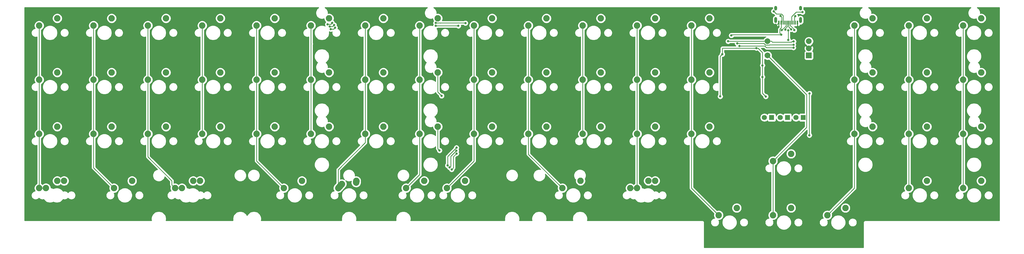
<source format=gtl>
G04 #@! TF.GenerationSoftware,KiCad,Pcbnew,(5.1.4-0)*
G04 #@! TF.CreationDate,2021-04-14T22:14:25-04:00*
G04 #@! TF.ProjectId,gorthage-truck,676f7274-6861-4676-952d-747275636b2e,rev?*
G04 #@! TF.SameCoordinates,Original*
G04 #@! TF.FileFunction,Copper,L1,Top*
G04 #@! TF.FilePolarity,Positive*
%FSLAX46Y46*%
G04 Gerber Fmt 4.6, Leading zero omitted, Abs format (unit mm)*
G04 Created by KiCad (PCBNEW (5.1.4-0)) date 2021-04-14 22:14:25*
%MOMM*%
%LPD*%
G04 APERTURE LIST*
%ADD10C,2.250000*%
%ADD11R,2.000000X2.000000*%
%ADD12C,2.000000*%
%ADD13C,1.800000*%
%ADD14R,1.800000X1.800000*%
%ADD15C,2.250000*%
%ADD16R,0.600000X1.450000*%
%ADD17R,0.300000X1.450000*%
%ADD18O,1.000000X2.100000*%
%ADD19O,1.000000X1.600000*%
%ADD20C,0.800000*%
%ADD21C,0.250000*%
%ADD22C,0.254000*%
G04 APERTURE END LIST*
D10*
X145415000Y-66357500D03*
X139065000Y-68897500D03*
X183515000Y-28257500D03*
X177165000Y-30797500D03*
X164465000Y-66357500D03*
X158115000Y-68897500D03*
X259715000Y-28257500D03*
X253365000Y-30797500D03*
X259715000Y-47307500D03*
X253365000Y-49847500D03*
D11*
X294525000Y-41312500D03*
D12*
X294525000Y-38812500D03*
X294525000Y-36312500D03*
X280025000Y-41312500D03*
X280025000Y-36312500D03*
D10*
X145415000Y-47307500D03*
X139065000Y-49847500D03*
X145415000Y-28257500D03*
X139065000Y-30797500D03*
X335915000Y-66357500D03*
X329565000Y-68897500D03*
X335915000Y-47307500D03*
X329565000Y-49847500D03*
X335915000Y-28257500D03*
X329565000Y-30797500D03*
X78740000Y-85407500D03*
X72390000Y-87947500D03*
X240665000Y-85407500D03*
X234315000Y-87947500D03*
X31115000Y-85407500D03*
X24765000Y-87947500D03*
D13*
X290010000Y-63124500D03*
D14*
X292550000Y-63124500D03*
D13*
X284485000Y-63124500D03*
D14*
X287025000Y-63124500D03*
D13*
X278960000Y-63124500D03*
D14*
X281500000Y-63124500D03*
D10*
X335915000Y-47307500D03*
X329565000Y-49847500D03*
X354965000Y-85407500D03*
X348615000Y-87947500D03*
X335915000Y-85407500D03*
X329565000Y-87947500D03*
X269240000Y-94932500D03*
X262890000Y-97472500D03*
X238283750Y-85407500D03*
X231933750Y-87947500D03*
X214471250Y-85407500D03*
X208121250Y-87947500D03*
X173990000Y-85407500D03*
X167640000Y-87947500D03*
X202565000Y-28257500D03*
X196215000Y-30797500D03*
X33496250Y-85407500D03*
X27146250Y-87947500D03*
X130850000Y-86487500D03*
X130195001Y-87217500D03*
D15*
X129540000Y-87947500D02*
X130850002Y-86487500D01*
D10*
X135890000Y-85407500D03*
X135870000Y-85697500D03*
D15*
X135850000Y-85987500D02*
X135890000Y-85407500D01*
D16*
X284035000Y-29775000D03*
X290485000Y-29775000D03*
X284810000Y-29775000D03*
X289710000Y-29775000D03*
D17*
X289010000Y-29775000D03*
X285510000Y-29775000D03*
X288510000Y-29775000D03*
X286010000Y-29775000D03*
X288010000Y-29775000D03*
X286510000Y-29775000D03*
X287010000Y-29775000D03*
X287510000Y-29775000D03*
D18*
X291580000Y-28860000D03*
X282940000Y-28860000D03*
D19*
X291580000Y-24680000D03*
X282940000Y-24680000D03*
D10*
X307340000Y-94932500D03*
X300990000Y-97472500D03*
X288290000Y-94932500D03*
X281940000Y-97472500D03*
X354965000Y-66357500D03*
X348615000Y-68897500D03*
X335915000Y-66357500D03*
X329565000Y-68897500D03*
X316865000Y-66357500D03*
X310515000Y-68897500D03*
X288290000Y-75882500D03*
X281940000Y-78422500D03*
X259715000Y-66357500D03*
X253365000Y-68897500D03*
X240665000Y-66357500D03*
X234315000Y-68897500D03*
X221615000Y-66357500D03*
X215265000Y-68897500D03*
X202565000Y-66357500D03*
X196215000Y-68897500D03*
X183515000Y-66357500D03*
X177165000Y-68897500D03*
X354965000Y-47307500D03*
X348615000Y-49847500D03*
X316865000Y-47307500D03*
X310515000Y-49847500D03*
X240665000Y-47307500D03*
X234315000Y-49847500D03*
X221615000Y-47307500D03*
X215265000Y-49847500D03*
X202565000Y-47307500D03*
X196215000Y-49847500D03*
X183515000Y-47307500D03*
X177165000Y-49847500D03*
X354965000Y-28257500D03*
X348615000Y-30797500D03*
X335915000Y-28257500D03*
X329565000Y-30797500D03*
X316865000Y-28257500D03*
X310515000Y-30797500D03*
X240665000Y-28257500D03*
X234315000Y-30797500D03*
X221615000Y-28257500D03*
X215265000Y-30797500D03*
X159702500Y-85407500D03*
X153352500Y-87947500D03*
X116840000Y-85407500D03*
X110490000Y-87947500D03*
X81121250Y-85407500D03*
X74771250Y-87947500D03*
X57308750Y-85407500D03*
X50958750Y-87947500D03*
X145415000Y-66357500D03*
X139065000Y-68897500D03*
X126365000Y-66357500D03*
X120015000Y-68897500D03*
X107315000Y-66357500D03*
X100965000Y-68897500D03*
X88265000Y-66357500D03*
X81915000Y-68897500D03*
X69215000Y-66357500D03*
X62865000Y-68897500D03*
X50165000Y-66357500D03*
X43815000Y-68897500D03*
X31115000Y-66357500D03*
X24765000Y-68897500D03*
X164465000Y-47307500D03*
X158115000Y-49847500D03*
X145415000Y-47307500D03*
X139065000Y-49847500D03*
X126365000Y-47307500D03*
X120015000Y-49847500D03*
X107315000Y-47307500D03*
X100965000Y-49847500D03*
X88265000Y-47307500D03*
X81915000Y-49847500D03*
X69215000Y-47307500D03*
X62865000Y-49847500D03*
X50165000Y-47307500D03*
X43815000Y-49847500D03*
X31115000Y-47307500D03*
X24765000Y-49847500D03*
X164465000Y-28257500D03*
X158115000Y-30797500D03*
X145415000Y-28257500D03*
X139065000Y-30797500D03*
X126365000Y-28257500D03*
X120015000Y-30797500D03*
X107315000Y-28257500D03*
X100965000Y-30797500D03*
X88265000Y-28257500D03*
X81915000Y-30797500D03*
X69215000Y-28257500D03*
X62865000Y-30797500D03*
X50165000Y-28257500D03*
X43815000Y-30797500D03*
X31115000Y-28257500D03*
X24765000Y-30797500D03*
D20*
X282842607Y-30505680D03*
X289670000Y-34050000D03*
X291306250Y-34131250D03*
X264175240Y-40863520D03*
X276113240Y-38704520D03*
X279415240Y-55722520D03*
X278272240Y-44800520D03*
X278272240Y-48864520D03*
X263455001Y-55715001D03*
X165810000Y-55500000D03*
X167911348Y-79978652D03*
X171020000Y-73740000D03*
X165080000Y-74707000D03*
X168618456Y-80685760D03*
X170994852Y-74790454D03*
X284597015Y-27433288D03*
X289743413Y-27499148D03*
X284860000Y-34010000D03*
X267360000Y-34270000D03*
X125860602Y-30369398D03*
X127430908Y-29889092D03*
X163740000Y-29878142D03*
X174151498Y-29930000D03*
X126607403Y-31116198D03*
X128138016Y-30596200D03*
X163740000Y-30878145D03*
X171679745Y-30898247D03*
X126979999Y-32044193D03*
X128451529Y-31545786D03*
X285050000Y-32420000D03*
X288335830Y-32101135D03*
X289430000Y-32380000D03*
X287270000Y-32470000D03*
X287280000Y-35880000D03*
X286307653Y-32187653D03*
X292305000Y-26080000D03*
X282185737Y-25780680D03*
X289132500Y-38545003D03*
X270175000Y-37979520D03*
X289132500Y-37545000D03*
X269450000Y-37037500D03*
X289200000Y-36400000D03*
X266240000Y-36320000D03*
X294700000Y-69365000D03*
X294730000Y-54650000D03*
X169325564Y-81392868D03*
X171020537Y-75790126D03*
D21*
X283304320Y-30505680D02*
X284035000Y-29775000D01*
X282842607Y-30505680D02*
X283304320Y-30505680D01*
X291225000Y-34050000D02*
X291306250Y-34131250D01*
X289670000Y-34050000D02*
X291225000Y-34050000D01*
X284035000Y-30750000D02*
X283740000Y-31045000D01*
X284035000Y-29775000D02*
X284035000Y-30750000D01*
X283740000Y-31045000D02*
X283740000Y-31250000D01*
X290485000Y-30750000D02*
X291320000Y-31585000D01*
X290485000Y-29775000D02*
X290485000Y-30750000D01*
X291306250Y-31598750D02*
X291306250Y-34131250D01*
X291320000Y-31585000D02*
X291306250Y-31598750D01*
X264175240Y-40863520D02*
X264175240Y-40297835D01*
X264175240Y-40297835D02*
X264175240Y-38831520D01*
X264302240Y-38704520D02*
X276113240Y-38704520D01*
X264175240Y-38831520D02*
X264302240Y-38704520D01*
X276678925Y-38704520D02*
X278272240Y-40297835D01*
X276113240Y-38704520D02*
X276678925Y-38704520D01*
X278272240Y-54579520D02*
X279415240Y-55722520D01*
X278272240Y-40297835D02*
X278272240Y-44800520D01*
X278272240Y-48864520D02*
X278272240Y-54579520D01*
X278272240Y-44800520D02*
X278272240Y-48864520D01*
X263455001Y-41583759D02*
X263455001Y-55715001D01*
X264175240Y-40863520D02*
X263455001Y-41583759D01*
X164465000Y-54155000D02*
X165810000Y-55500000D01*
X164465000Y-47307500D02*
X164465000Y-54155000D01*
X167911348Y-76864285D02*
X167975438Y-76800195D01*
X167911348Y-79978652D02*
X167911348Y-76864285D01*
X167975438Y-76784562D02*
X171020000Y-73740000D01*
X167975438Y-76800195D02*
X167975438Y-76784562D01*
X164465000Y-74092000D02*
X165080000Y-74707000D01*
X164465000Y-66357500D02*
X164465000Y-74092000D01*
X169018455Y-80285761D02*
X169018455Y-76892591D01*
X168618456Y-80685760D02*
X169018455Y-80285761D01*
X169018455Y-76766851D02*
X170994852Y-74790454D01*
X169018455Y-76892591D02*
X169018455Y-76766851D01*
X285020001Y-27856274D02*
X284597015Y-27433288D01*
X285020001Y-29564999D02*
X285020001Y-27856274D01*
X284810000Y-29775000D02*
X285020001Y-29564999D01*
X289499999Y-29564999D02*
X289499999Y-27742562D01*
X289499999Y-27742562D02*
X289743413Y-27499148D01*
X289710000Y-29775000D02*
X289499999Y-29564999D01*
X284324999Y-33474999D02*
X284860000Y-34010000D01*
X284324999Y-32071999D02*
X284324999Y-33474999D01*
X284810000Y-31586998D02*
X284324999Y-32071999D01*
X284810000Y-29775000D02*
X284810000Y-31586998D01*
X267620000Y-34010000D02*
X267360000Y-34270000D01*
X284860000Y-34010000D02*
X267620000Y-34010000D01*
X177165000Y-78422500D02*
X177165000Y-68897500D01*
X167640000Y-87947500D02*
X177165000Y-78422500D01*
X177165000Y-68897500D02*
X177165000Y-30797500D01*
X24765000Y-30797500D02*
X24765000Y-87947500D01*
X24765000Y-87947500D02*
X27146250Y-87947500D01*
X196215000Y-76041250D02*
X196215000Y-68897500D01*
X208121250Y-87947500D02*
X196215000Y-76041250D01*
X196215000Y-68897500D02*
X196215000Y-30797500D01*
X43815000Y-80803750D02*
X43815000Y-68897500D01*
X50958750Y-87947500D02*
X43815000Y-80803750D01*
X43815000Y-51881498D02*
X43815000Y-30797500D01*
X43815000Y-68897500D02*
X43815000Y-51881498D01*
X126950602Y-30369398D02*
X127430908Y-29889092D01*
X125860602Y-30369398D02*
X126950602Y-30369398D01*
X165388142Y-29878142D02*
X165440000Y-29930000D01*
X163740000Y-29878142D02*
X165388142Y-29878142D01*
X174099640Y-29878142D02*
X174151498Y-29930000D01*
X165388142Y-29878142D02*
X174099640Y-29878142D01*
X215265000Y-30797500D02*
X215265000Y-68897500D01*
X62865000Y-32388490D02*
X62865000Y-68897500D01*
X62865000Y-30797500D02*
X62865000Y-32388490D01*
X71265001Y-86822501D02*
X72390000Y-87947500D01*
X71265001Y-85355979D02*
X71265001Y-86822501D01*
X62865000Y-76955978D02*
X71265001Y-85355979D01*
X62865000Y-68897500D02*
X62865000Y-76955978D01*
X72390000Y-87947500D02*
X74771250Y-87947500D01*
X127618018Y-31116198D02*
X128138016Y-30596200D01*
X126607403Y-31116198D02*
X127618018Y-31116198D01*
X165169898Y-30878145D02*
X165190000Y-30898247D01*
X163740000Y-30878145D02*
X165169898Y-30878145D01*
X171659643Y-30878145D02*
X171679745Y-30898247D01*
X165169898Y-30878145D02*
X171659643Y-30878145D01*
X231933750Y-87947500D02*
X234315000Y-87947500D01*
X234315000Y-87947500D02*
X234315000Y-30797500D01*
X81915000Y-30797500D02*
X81915000Y-68897500D01*
X127953122Y-32044193D02*
X128451529Y-31545786D01*
X126979999Y-32044193D02*
X127953122Y-32044193D01*
X253365000Y-30797500D02*
X253365000Y-68897500D01*
X100965000Y-78422500D02*
X100965000Y-68897500D01*
X110490000Y-87947500D02*
X100965000Y-78422500D01*
X100965000Y-67306510D02*
X100965000Y-30797500D01*
X100965000Y-68897500D02*
X100965000Y-67306510D01*
X253365000Y-87947500D02*
X253365000Y-68897500D01*
X262890000Y-97472500D02*
X253365000Y-87947500D01*
X281940000Y-97472500D02*
X281940000Y-78422500D01*
X120015000Y-37215000D02*
X120085000Y-37215000D01*
X120015000Y-30797500D02*
X120015000Y-37215000D01*
X120015000Y-37215000D02*
X120015000Y-68897500D01*
X281024999Y-42312499D02*
X280025000Y-41312500D01*
X293775001Y-66587499D02*
X293775001Y-55062501D01*
X293775001Y-55062501D02*
X281024999Y-42312499D01*
X281940000Y-78422500D02*
X293775001Y-66587499D01*
X310515000Y-87947500D02*
X310515000Y-68897500D01*
X300990000Y-97472500D02*
X310515000Y-87947500D01*
X310515000Y-68897500D02*
X310515000Y-49847500D01*
X310515000Y-49847500D02*
X310515000Y-30797500D01*
X129540000Y-87797500D02*
X130850000Y-86487500D01*
X129540000Y-87947500D02*
X129540000Y-87797500D01*
X139065000Y-71943502D02*
X139065000Y-70488490D01*
X129540000Y-81468502D02*
X139065000Y-71943502D01*
X139065000Y-70488490D02*
X139065000Y-68897500D01*
X129540000Y-87947500D02*
X129540000Y-81468502D01*
X139065000Y-32831498D02*
X139065000Y-30797500D01*
X139065000Y-68897500D02*
X139065000Y-32831498D01*
X329565000Y-30797500D02*
X329565000Y-87947500D01*
X158115000Y-30797500D02*
X158115000Y-68897500D01*
X158115000Y-83185000D02*
X153352500Y-87947500D01*
X158115000Y-68897500D02*
X158115000Y-83185000D01*
X286510000Y-30960000D02*
X285050000Y-32420000D01*
X286510000Y-29775000D02*
X286510000Y-30960000D01*
X287510000Y-31275305D02*
X288335830Y-32101135D01*
X287510000Y-29775000D02*
X287510000Y-31275305D01*
X289430000Y-32170000D02*
X289430000Y-32380000D01*
X288010000Y-30750000D02*
X289430000Y-32170000D01*
X288010000Y-29775000D02*
X288010000Y-30750000D01*
X287270000Y-35870000D02*
X287280000Y-35880000D01*
X287270000Y-32470000D02*
X287270000Y-35870000D01*
X286960009Y-31146401D02*
X286078205Y-32028205D01*
X287010000Y-31096410D02*
X286960009Y-31146401D01*
X287010000Y-29775000D02*
X287010000Y-31096410D01*
X288510000Y-28800000D02*
X288510000Y-29775000D01*
X288510000Y-27659559D02*
X288510000Y-28800000D01*
X290089559Y-26080000D02*
X288510000Y-27659559D01*
X292305000Y-26080000D02*
X290089559Y-26080000D01*
X285510000Y-28800000D02*
X285510000Y-29775000D01*
X285510000Y-27273271D02*
X285510000Y-28800000D01*
X284945016Y-26708287D02*
X285510000Y-27273271D01*
X283113344Y-26708287D02*
X284945016Y-26708287D01*
X282185737Y-25780680D02*
X283113344Y-26708287D01*
X279093110Y-37979520D02*
X270175000Y-37979520D01*
X279658593Y-38545003D02*
X279093110Y-37979520D01*
X289132500Y-38545003D02*
X279658593Y-38545003D01*
X280661001Y-37637501D02*
X279387501Y-37637501D01*
X280753502Y-37545000D02*
X280661001Y-37637501D01*
X289132500Y-37545000D02*
X280753502Y-37545000D01*
X278787500Y-37037500D02*
X269450000Y-37037500D01*
X279387501Y-37637501D02*
X278787500Y-37037500D01*
X348615000Y-87947500D02*
X348615000Y-30797500D01*
X281439213Y-36312500D02*
X280025000Y-36312500D01*
X281731714Y-36605001D02*
X281439213Y-36312500D01*
X288634315Y-36400000D02*
X288429314Y-36605001D01*
X288429314Y-36605001D02*
X281731714Y-36605001D01*
X289200000Y-36400000D02*
X288634315Y-36400000D01*
X278610787Y-36312500D02*
X280025000Y-36312500D01*
X269101998Y-36312500D02*
X278610787Y-36312500D01*
X269094498Y-36320000D02*
X269101998Y-36312500D01*
X266240000Y-36320000D02*
X269094498Y-36320000D01*
X294700000Y-54680000D02*
X294730000Y-54650000D01*
X294700000Y-69365000D02*
X294700000Y-54680000D01*
X169972548Y-80745884D02*
X169972548Y-76907219D01*
X169325564Y-81392868D02*
X169972548Y-80745884D01*
X169972548Y-76838115D02*
X171020537Y-75790126D01*
X169972548Y-76907219D02*
X169972548Y-76838115D01*
D22*
G36*
X122448718Y-24675496D02*
G01*
X122147996Y-24976218D01*
X121911719Y-25329830D01*
X121748970Y-25722743D01*
X121666000Y-26139857D01*
X121666000Y-26565143D01*
X121748970Y-26982257D01*
X121911719Y-27375170D01*
X122147996Y-27728782D01*
X122448718Y-28029504D01*
X122802330Y-28265781D01*
X123195243Y-28428530D01*
X123612357Y-28511500D01*
X124037643Y-28511500D01*
X124454757Y-28428530D01*
X124605000Y-28366298D01*
X124605000Y-28430845D01*
X124672636Y-28770873D01*
X124805308Y-29091173D01*
X124997919Y-29379435D01*
X125192387Y-29573903D01*
X125056665Y-29709624D01*
X124943397Y-29879142D01*
X124865376Y-30067500D01*
X124825602Y-30267459D01*
X124825602Y-30471337D01*
X124865376Y-30671296D01*
X124943397Y-30859654D01*
X125031720Y-30991839D01*
X124591822Y-30809627D01*
X124083924Y-30708600D01*
X123566076Y-30708600D01*
X123058178Y-30809627D01*
X122579749Y-31007799D01*
X122149174Y-31295500D01*
X121783000Y-31661674D01*
X121495299Y-32092249D01*
X121297127Y-32570678D01*
X121196100Y-33078576D01*
X121196100Y-33596424D01*
X121297127Y-34104322D01*
X121495299Y-34582751D01*
X121783000Y-35013326D01*
X122149174Y-35379500D01*
X122579749Y-35667201D01*
X123058178Y-35865373D01*
X123566076Y-35966400D01*
X124083924Y-35966400D01*
X124591822Y-35865373D01*
X125070251Y-35667201D01*
X125500826Y-35379500D01*
X125867000Y-35013326D01*
X126154701Y-34582751D01*
X126352873Y-34104322D01*
X126453900Y-33596424D01*
X126453900Y-33078576D01*
X126421525Y-32915816D01*
X126489743Y-32961398D01*
X126678101Y-33039419D01*
X126878060Y-33079193D01*
X127081938Y-33079193D01*
X127281897Y-33039419D01*
X127437533Y-32974952D01*
X127395000Y-33188778D01*
X127395000Y-33486222D01*
X127453029Y-33777951D01*
X127566856Y-34052753D01*
X127732107Y-34300069D01*
X127942431Y-34510393D01*
X128189747Y-34675644D01*
X128464549Y-34789471D01*
X128756278Y-34847500D01*
X129053722Y-34847500D01*
X129345451Y-34789471D01*
X129620253Y-34675644D01*
X129867569Y-34510393D01*
X130077893Y-34300069D01*
X130243144Y-34052753D01*
X130356971Y-33777951D01*
X130415000Y-33486222D01*
X130415000Y-33188778D01*
X130356971Y-32897049D01*
X130243144Y-32622247D01*
X130077893Y-32374931D01*
X129867569Y-32164607D01*
X129620253Y-31999356D01*
X129418539Y-31915803D01*
X129446755Y-31847684D01*
X129486529Y-31647725D01*
X129486529Y-31443847D01*
X129446755Y-31243888D01*
X129368734Y-31055530D01*
X129255466Y-30886012D01*
X129155525Y-30786071D01*
X129173016Y-30698139D01*
X129173016Y-30494261D01*
X129133242Y-30294302D01*
X129055221Y-30105944D01*
X128941953Y-29936426D01*
X128797790Y-29792263D01*
X128628272Y-29678995D01*
X128439914Y-29600974D01*
X128428420Y-29598688D01*
X128426134Y-29587194D01*
X128348113Y-29398836D01*
X128234845Y-29229318D01*
X128090682Y-29085155D01*
X127962626Y-28999591D01*
X128057364Y-28770873D01*
X128125000Y-28430845D01*
X128125000Y-28084155D01*
X143655000Y-28084155D01*
X143655000Y-28430845D01*
X143722636Y-28770873D01*
X143855308Y-29091173D01*
X144047919Y-29379435D01*
X144293065Y-29624581D01*
X144581327Y-29817192D01*
X144901627Y-29949864D01*
X145241655Y-30017500D01*
X145588345Y-30017500D01*
X145928373Y-29949864D01*
X146248673Y-29817192D01*
X146536935Y-29624581D01*
X146782081Y-29379435D01*
X146974692Y-29091173D01*
X147107364Y-28770873D01*
X147175000Y-28430845D01*
X147175000Y-28084155D01*
X147107364Y-27744127D01*
X146974692Y-27423827D01*
X146782081Y-27135565D01*
X146536935Y-26890419D01*
X146248673Y-26697808D01*
X145928373Y-26565136D01*
X145588345Y-26497500D01*
X145241655Y-26497500D01*
X144901627Y-26565136D01*
X144581327Y-26697808D01*
X144293065Y-26890419D01*
X144047919Y-27135565D01*
X143855308Y-27423827D01*
X143722636Y-27744127D01*
X143655000Y-28084155D01*
X128125000Y-28084155D01*
X128057364Y-27744127D01*
X127924692Y-27423827D01*
X127732081Y-27135565D01*
X127486935Y-26890419D01*
X127198673Y-26697808D01*
X126878373Y-26565136D01*
X126538345Y-26497500D01*
X126191655Y-26497500D01*
X125984000Y-26538805D01*
X125984000Y-26139857D01*
X125901030Y-25722743D01*
X125738281Y-25329830D01*
X125502004Y-24976218D01*
X125201282Y-24675496D01*
X124897478Y-24472500D01*
X160852522Y-24472500D01*
X160548718Y-24675496D01*
X160247996Y-24976218D01*
X160011719Y-25329830D01*
X159848970Y-25722743D01*
X159766000Y-26139857D01*
X159766000Y-26565143D01*
X159848970Y-26982257D01*
X160011719Y-27375170D01*
X160247996Y-27728782D01*
X160548718Y-28029504D01*
X160902330Y-28265781D01*
X161295243Y-28428530D01*
X161712357Y-28511500D01*
X162137643Y-28511500D01*
X162554757Y-28428530D01*
X162705000Y-28366298D01*
X162705000Y-28430845D01*
X162772636Y-28770873D01*
X162905308Y-29091173D01*
X162968574Y-29185857D01*
X162936063Y-29218368D01*
X162822795Y-29387886D01*
X162744774Y-29576244D01*
X162705000Y-29776203D01*
X162705000Y-29980081D01*
X162744774Y-30180040D01*
X162822795Y-30368398D01*
X162829307Y-30378143D01*
X162822795Y-30387889D01*
X162744774Y-30576247D01*
X162705000Y-30776206D01*
X162705000Y-30815086D01*
X162691822Y-30809627D01*
X162183924Y-30708600D01*
X161666076Y-30708600D01*
X161158178Y-30809627D01*
X160679749Y-31007799D01*
X160249174Y-31295500D01*
X159883000Y-31661674D01*
X159595299Y-32092249D01*
X159397127Y-32570678D01*
X159296100Y-33078576D01*
X159296100Y-33596424D01*
X159397127Y-34104322D01*
X159595299Y-34582751D01*
X159883000Y-35013326D01*
X160249174Y-35379500D01*
X160679749Y-35667201D01*
X161158178Y-35865373D01*
X161666076Y-35966400D01*
X162183924Y-35966400D01*
X162691822Y-35865373D01*
X163170251Y-35667201D01*
X163600826Y-35379500D01*
X163967000Y-35013326D01*
X164254701Y-34582751D01*
X164452873Y-34104322D01*
X164553900Y-33596424D01*
X164553900Y-33188778D01*
X165495000Y-33188778D01*
X165495000Y-33486222D01*
X165553029Y-33777951D01*
X165666856Y-34052753D01*
X165832107Y-34300069D01*
X166042431Y-34510393D01*
X166289747Y-34675644D01*
X166564549Y-34789471D01*
X166856278Y-34847500D01*
X167153722Y-34847500D01*
X167445451Y-34789471D01*
X167720253Y-34675644D01*
X167967569Y-34510393D01*
X168177893Y-34300069D01*
X168343144Y-34052753D01*
X168456971Y-33777951D01*
X168515000Y-33486222D01*
X168515000Y-33188778D01*
X168456971Y-32897049D01*
X168343144Y-32622247D01*
X168177893Y-32374931D01*
X167967569Y-32164607D01*
X167720253Y-31999356D01*
X167445451Y-31885529D01*
X167153722Y-31827500D01*
X166856278Y-31827500D01*
X166564549Y-31885529D01*
X166289747Y-31999356D01*
X166042431Y-32164607D01*
X165832107Y-32374931D01*
X165666856Y-32622247D01*
X165553029Y-32897049D01*
X165495000Y-33188778D01*
X164553900Y-33188778D01*
X164553900Y-33078576D01*
X164452873Y-32570678D01*
X164254701Y-32092249D01*
X164094024Y-31851779D01*
X164230256Y-31795350D01*
X164399774Y-31682082D01*
X164443711Y-31638145D01*
X165010999Y-31638145D01*
X165041015Y-31647250D01*
X165190000Y-31661924D01*
X165338986Y-31647250D01*
X165369001Y-31638145D01*
X170955932Y-31638145D01*
X171019971Y-31702184D01*
X171189489Y-31815452D01*
X171377847Y-31893473D01*
X171577806Y-31933247D01*
X171781684Y-31933247D01*
X171981643Y-31893473D01*
X172170001Y-31815452D01*
X172339519Y-31702184D01*
X172483682Y-31558021D01*
X172596950Y-31388503D01*
X172674971Y-31200145D01*
X172714745Y-31000186D01*
X172714745Y-30796308D01*
X172683284Y-30638142D01*
X173395929Y-30638142D01*
X173491724Y-30733937D01*
X173661242Y-30847205D01*
X173849600Y-30925226D01*
X174049559Y-30965000D01*
X174253437Y-30965000D01*
X174453396Y-30925226D01*
X174641754Y-30847205D01*
X174811272Y-30733937D01*
X174955435Y-30589774D01*
X175068703Y-30420256D01*
X175146724Y-30231898D01*
X175186498Y-30031939D01*
X175186498Y-29828061D01*
X175146724Y-29628102D01*
X175068703Y-29439744D01*
X174955435Y-29270226D01*
X174811272Y-29126063D01*
X174641754Y-29012795D01*
X174453396Y-28934774D01*
X174253437Y-28895000D01*
X174049559Y-28895000D01*
X173849600Y-28934774D01*
X173661242Y-29012795D01*
X173503579Y-29118142D01*
X166006672Y-29118142D01*
X166024692Y-29091173D01*
X166157364Y-28770873D01*
X166225000Y-28430845D01*
X166225000Y-28084155D01*
X181755000Y-28084155D01*
X181755000Y-28430845D01*
X181822636Y-28770873D01*
X181955308Y-29091173D01*
X182147919Y-29379435D01*
X182393065Y-29624581D01*
X182681327Y-29817192D01*
X183001627Y-29949864D01*
X183341655Y-30017500D01*
X183688345Y-30017500D01*
X184028373Y-29949864D01*
X184348673Y-29817192D01*
X184636935Y-29624581D01*
X184882081Y-29379435D01*
X185074692Y-29091173D01*
X185207364Y-28770873D01*
X185275000Y-28430845D01*
X185275000Y-28084155D01*
X200805000Y-28084155D01*
X200805000Y-28430845D01*
X200872636Y-28770873D01*
X201005308Y-29091173D01*
X201197919Y-29379435D01*
X201443065Y-29624581D01*
X201731327Y-29817192D01*
X202051627Y-29949864D01*
X202391655Y-30017500D01*
X202738345Y-30017500D01*
X203078373Y-29949864D01*
X203398673Y-29817192D01*
X203686935Y-29624581D01*
X203932081Y-29379435D01*
X204124692Y-29091173D01*
X204257364Y-28770873D01*
X204325000Y-28430845D01*
X204325000Y-28084155D01*
X219855000Y-28084155D01*
X219855000Y-28430845D01*
X219922636Y-28770873D01*
X220055308Y-29091173D01*
X220247919Y-29379435D01*
X220493065Y-29624581D01*
X220781327Y-29817192D01*
X221101627Y-29949864D01*
X221441655Y-30017500D01*
X221788345Y-30017500D01*
X222128373Y-29949864D01*
X222448673Y-29817192D01*
X222736935Y-29624581D01*
X222982081Y-29379435D01*
X223174692Y-29091173D01*
X223307364Y-28770873D01*
X223375000Y-28430845D01*
X223375000Y-28084155D01*
X238905000Y-28084155D01*
X238905000Y-28430845D01*
X238972636Y-28770873D01*
X239105308Y-29091173D01*
X239297919Y-29379435D01*
X239543065Y-29624581D01*
X239831327Y-29817192D01*
X240151627Y-29949864D01*
X240491655Y-30017500D01*
X240838345Y-30017500D01*
X241178373Y-29949864D01*
X241498673Y-29817192D01*
X241786935Y-29624581D01*
X242032081Y-29379435D01*
X242224692Y-29091173D01*
X242357364Y-28770873D01*
X242425000Y-28430845D01*
X242425000Y-28084155D01*
X257955000Y-28084155D01*
X257955000Y-28430845D01*
X258022636Y-28770873D01*
X258155308Y-29091173D01*
X258347919Y-29379435D01*
X258593065Y-29624581D01*
X258881327Y-29817192D01*
X259201627Y-29949864D01*
X259541655Y-30017500D01*
X259888345Y-30017500D01*
X260228373Y-29949864D01*
X260548673Y-29817192D01*
X260836935Y-29624581D01*
X261082081Y-29379435D01*
X261274692Y-29091173D01*
X261407364Y-28770873D01*
X261475000Y-28430845D01*
X261475000Y-28084155D01*
X261407364Y-27744127D01*
X261274692Y-27423827D01*
X261082081Y-27135565D01*
X260836935Y-26890419D01*
X260548673Y-26697808D01*
X260228373Y-26565136D01*
X259888345Y-26497500D01*
X259541655Y-26497500D01*
X259201627Y-26565136D01*
X258881327Y-26697808D01*
X258593065Y-26890419D01*
X258347919Y-27135565D01*
X258155308Y-27423827D01*
X258022636Y-27744127D01*
X257955000Y-28084155D01*
X242425000Y-28084155D01*
X242357364Y-27744127D01*
X242224692Y-27423827D01*
X242032081Y-27135565D01*
X241786935Y-26890419D01*
X241498673Y-26697808D01*
X241178373Y-26565136D01*
X240838345Y-26497500D01*
X240491655Y-26497500D01*
X240151627Y-26565136D01*
X239831327Y-26697808D01*
X239543065Y-26890419D01*
X239297919Y-27135565D01*
X239105308Y-27423827D01*
X238972636Y-27744127D01*
X238905000Y-28084155D01*
X223375000Y-28084155D01*
X223307364Y-27744127D01*
X223174692Y-27423827D01*
X222982081Y-27135565D01*
X222736935Y-26890419D01*
X222448673Y-26697808D01*
X222128373Y-26565136D01*
X221788345Y-26497500D01*
X221441655Y-26497500D01*
X221101627Y-26565136D01*
X220781327Y-26697808D01*
X220493065Y-26890419D01*
X220247919Y-27135565D01*
X220055308Y-27423827D01*
X219922636Y-27744127D01*
X219855000Y-28084155D01*
X204325000Y-28084155D01*
X204257364Y-27744127D01*
X204124692Y-27423827D01*
X203932081Y-27135565D01*
X203686935Y-26890419D01*
X203398673Y-26697808D01*
X203078373Y-26565136D01*
X202738345Y-26497500D01*
X202391655Y-26497500D01*
X202051627Y-26565136D01*
X201731327Y-26697808D01*
X201443065Y-26890419D01*
X201197919Y-27135565D01*
X201005308Y-27423827D01*
X200872636Y-27744127D01*
X200805000Y-28084155D01*
X185275000Y-28084155D01*
X185207364Y-27744127D01*
X185074692Y-27423827D01*
X184882081Y-27135565D01*
X184636935Y-26890419D01*
X184348673Y-26697808D01*
X184028373Y-26565136D01*
X183688345Y-26497500D01*
X183341655Y-26497500D01*
X183001627Y-26565136D01*
X182681327Y-26697808D01*
X182393065Y-26890419D01*
X182147919Y-27135565D01*
X181955308Y-27423827D01*
X181822636Y-27744127D01*
X181755000Y-28084155D01*
X166225000Y-28084155D01*
X166157364Y-27744127D01*
X166024692Y-27423827D01*
X165832081Y-27135565D01*
X165586935Y-26890419D01*
X165298673Y-26697808D01*
X164978373Y-26565136D01*
X164638345Y-26497500D01*
X164291655Y-26497500D01*
X164084000Y-26538805D01*
X164084000Y-26139857D01*
X164001030Y-25722743D01*
X163838281Y-25329830D01*
X163602004Y-24976218D01*
X163301282Y-24675496D01*
X162997478Y-24472500D01*
X281805000Y-24472500D01*
X281805000Y-24818110D01*
X281695481Y-24863475D01*
X281525963Y-24976743D01*
X281381800Y-25120906D01*
X281268532Y-25290424D01*
X281190511Y-25478782D01*
X281150737Y-25678741D01*
X281150737Y-25882619D01*
X281190511Y-26082578D01*
X281268532Y-26270936D01*
X281381800Y-26440454D01*
X281525963Y-26584617D01*
X281695481Y-26697885D01*
X281883839Y-26775906D01*
X282083798Y-26815680D01*
X282145935Y-26815680D01*
X282549549Y-27219295D01*
X282564712Y-27237772D01*
X282503554Y-27256324D01*
X282306378Y-27361716D01*
X282133552Y-27503551D01*
X281991717Y-27676377D01*
X281886324Y-27873553D01*
X281821423Y-28087501D01*
X281805000Y-28254248D01*
X281805000Y-29465751D01*
X281821423Y-29632498D01*
X281886324Y-29846446D01*
X281991716Y-30043623D01*
X282133551Y-30216449D01*
X282306377Y-30358284D01*
X282503553Y-30463676D01*
X282717501Y-30528577D01*
X282940000Y-30550491D01*
X283100345Y-30534698D01*
X283109188Y-30624482D01*
X283145498Y-30744180D01*
X283204463Y-30854494D01*
X283283815Y-30951185D01*
X283380506Y-31030537D01*
X283490820Y-31089502D01*
X283610518Y-31125812D01*
X283735000Y-31138072D01*
X283749250Y-31135000D01*
X283908000Y-30976250D01*
X283908000Y-30702980D01*
X283920498Y-30744180D01*
X283979463Y-30854494D01*
X284050001Y-30940445D01*
X284050001Y-31272196D01*
X283814002Y-31508195D01*
X283784998Y-31531998D01*
X283742575Y-31583691D01*
X283690025Y-31647723D01*
X283627631Y-31764454D01*
X283619453Y-31779753D01*
X283575996Y-31923014D01*
X283564999Y-32034667D01*
X283564999Y-32034677D01*
X283561323Y-32071999D01*
X283564999Y-32109322D01*
X283565000Y-33250000D01*
X267657333Y-33250000D01*
X267620000Y-33246323D01*
X267582667Y-33250000D01*
X267552358Y-33252985D01*
X267461939Y-33235000D01*
X267258061Y-33235000D01*
X267058102Y-33274774D01*
X266869744Y-33352795D01*
X266700226Y-33466063D01*
X266556063Y-33610226D01*
X266442795Y-33779744D01*
X266364774Y-33968102D01*
X266325000Y-34168061D01*
X266325000Y-34371939D01*
X266364774Y-34571898D01*
X266442795Y-34760256D01*
X266556063Y-34929774D01*
X266700226Y-35073937D01*
X266869744Y-35187205D01*
X267058102Y-35265226D01*
X267258061Y-35305000D01*
X267461939Y-35305000D01*
X267661898Y-35265226D01*
X267850256Y-35187205D01*
X268019774Y-35073937D01*
X268163937Y-34929774D01*
X268270694Y-34770000D01*
X279476463Y-34770000D01*
X279250537Y-34863582D01*
X278982748Y-35042513D01*
X278755013Y-35270248D01*
X278576082Y-35538037D01*
X278570091Y-35552500D01*
X269139331Y-35552500D01*
X269101998Y-35548823D01*
X269064665Y-35552500D01*
X268988517Y-35560000D01*
X266943711Y-35560000D01*
X266899774Y-35516063D01*
X266730256Y-35402795D01*
X266541898Y-35324774D01*
X266341939Y-35285000D01*
X266138061Y-35285000D01*
X265938102Y-35324774D01*
X265749744Y-35402795D01*
X265580226Y-35516063D01*
X265436063Y-35660226D01*
X265322795Y-35829744D01*
X265244774Y-36018102D01*
X265205000Y-36218061D01*
X265205000Y-36421939D01*
X265244774Y-36621898D01*
X265322795Y-36810256D01*
X265436063Y-36979774D01*
X265580226Y-37123937D01*
X265749744Y-37237205D01*
X265938102Y-37315226D01*
X266138061Y-37355000D01*
X266341939Y-37355000D01*
X266541898Y-37315226D01*
X266730256Y-37237205D01*
X266899774Y-37123937D01*
X266943711Y-37080000D01*
X268415000Y-37080000D01*
X268415000Y-37139439D01*
X268454774Y-37339398D01*
X268532795Y-37527756D01*
X268646063Y-37697274D01*
X268790226Y-37841437D01*
X268944501Y-37944520D01*
X264339562Y-37944520D01*
X264302239Y-37940844D01*
X264264917Y-37944520D01*
X264264907Y-37944520D01*
X264153254Y-37955517D01*
X264009993Y-37998974D01*
X263877964Y-38069546D01*
X263762239Y-38164519D01*
X263738436Y-38193523D01*
X263664238Y-38267721D01*
X263635240Y-38291519D01*
X263611442Y-38320517D01*
X263611441Y-38320518D01*
X263540266Y-38407244D01*
X263469694Y-38539274D01*
X263450491Y-38602581D01*
X263426238Y-38682534D01*
X263416298Y-38783457D01*
X263411564Y-38831520D01*
X263415241Y-38868852D01*
X263415240Y-40159809D01*
X263371303Y-40203746D01*
X263258035Y-40373264D01*
X263180014Y-40561622D01*
X263140240Y-40761581D01*
X263140240Y-40823719D01*
X262944003Y-41019956D01*
X262915000Y-41043758D01*
X262859872Y-41110933D01*
X262820027Y-41159483D01*
X262817872Y-41163515D01*
X262749455Y-41291513D01*
X262705998Y-41434774D01*
X262695001Y-41546427D01*
X262695001Y-41546437D01*
X262691325Y-41583759D01*
X262695001Y-41621081D01*
X262695002Y-50935440D01*
X262403722Y-50877500D01*
X262106278Y-50877500D01*
X261814549Y-50935529D01*
X261539747Y-51049356D01*
X261292431Y-51214607D01*
X261082107Y-51424931D01*
X260916856Y-51672247D01*
X260803029Y-51947049D01*
X260745000Y-52238778D01*
X260745000Y-52536222D01*
X260803029Y-52827951D01*
X260916856Y-53102753D01*
X261082107Y-53350069D01*
X261292431Y-53560393D01*
X261539747Y-53725644D01*
X261814549Y-53839471D01*
X262106278Y-53897500D01*
X262403722Y-53897500D01*
X262695002Y-53839560D01*
X262695002Y-55011289D01*
X262651064Y-55055227D01*
X262537796Y-55224745D01*
X262459775Y-55413103D01*
X262420001Y-55613062D01*
X262420001Y-55816940D01*
X262459775Y-56016899D01*
X262537796Y-56205257D01*
X262651064Y-56374775D01*
X262795227Y-56518938D01*
X262964745Y-56632206D01*
X263153103Y-56710227D01*
X263353062Y-56750001D01*
X263556940Y-56750001D01*
X263756899Y-56710227D01*
X263945257Y-56632206D01*
X264114775Y-56518938D01*
X264258938Y-56374775D01*
X264372206Y-56205257D01*
X264450227Y-56016899D01*
X264490001Y-55816940D01*
X264490001Y-55613062D01*
X264450227Y-55413103D01*
X264372206Y-55224745D01*
X264258938Y-55055227D01*
X264215001Y-55011290D01*
X264215001Y-41898560D01*
X264215041Y-41898520D01*
X264277179Y-41898520D01*
X264477138Y-41858746D01*
X264665496Y-41780725D01*
X264835014Y-41667457D01*
X264979177Y-41523294D01*
X265092445Y-41353776D01*
X265170466Y-41165418D01*
X265210240Y-40965459D01*
X265210240Y-40761581D01*
X265170466Y-40561622D01*
X265092445Y-40373264D01*
X264979177Y-40203746D01*
X264935240Y-40159809D01*
X264935240Y-39464520D01*
X275409529Y-39464520D01*
X275453466Y-39508457D01*
X275622984Y-39621725D01*
X275811342Y-39699746D01*
X276011301Y-39739520D01*
X276215179Y-39739520D01*
X276415138Y-39699746D01*
X276545395Y-39645791D01*
X277512240Y-40612637D01*
X277512241Y-44096808D01*
X277468303Y-44140746D01*
X277355035Y-44310264D01*
X277277014Y-44498622D01*
X277237240Y-44698581D01*
X277237240Y-44902459D01*
X277277014Y-45102418D01*
X277355035Y-45290776D01*
X277468303Y-45460294D01*
X277512240Y-45504231D01*
X277512241Y-48160808D01*
X277468303Y-48204746D01*
X277355035Y-48374264D01*
X277277014Y-48562622D01*
X277237240Y-48762581D01*
X277237240Y-48966459D01*
X277277014Y-49166418D01*
X277355035Y-49354776D01*
X277468303Y-49524294D01*
X277512240Y-49568231D01*
X277512241Y-54542188D01*
X277508564Y-54579520D01*
X277512241Y-54616853D01*
X277514784Y-54642667D01*
X277523238Y-54728505D01*
X277566694Y-54871766D01*
X277637266Y-55003796D01*
X277685646Y-55062746D01*
X277732240Y-55119521D01*
X277761238Y-55143319D01*
X278380240Y-55762322D01*
X278380240Y-55824459D01*
X278420014Y-56024418D01*
X278498035Y-56212776D01*
X278611303Y-56382294D01*
X278755466Y-56526457D01*
X278924984Y-56639725D01*
X279113342Y-56717746D01*
X279313301Y-56757520D01*
X279517179Y-56757520D01*
X279717138Y-56717746D01*
X279905496Y-56639725D01*
X280075014Y-56526457D01*
X280219177Y-56382294D01*
X280332445Y-56212776D01*
X280410466Y-56024418D01*
X280450240Y-55824459D01*
X280450240Y-55620581D01*
X280410466Y-55420622D01*
X280332445Y-55232264D01*
X280219177Y-55062746D01*
X280075014Y-54918583D01*
X279905496Y-54805315D01*
X279717138Y-54727294D01*
X279517179Y-54687520D01*
X279455042Y-54687520D01*
X279032240Y-54264719D01*
X279032240Y-49568231D01*
X279076177Y-49524294D01*
X279189445Y-49354776D01*
X279267466Y-49166418D01*
X279307240Y-48966459D01*
X279307240Y-48762581D01*
X279267466Y-48562622D01*
X279189445Y-48374264D01*
X279076177Y-48204746D01*
X279032240Y-48160809D01*
X279032240Y-45504231D01*
X279076177Y-45460294D01*
X279189445Y-45290776D01*
X279267466Y-45102418D01*
X279307240Y-44902459D01*
X279307240Y-44698581D01*
X279267466Y-44498622D01*
X279189445Y-44310264D01*
X279076177Y-44140746D01*
X279032240Y-44096809D01*
X279032240Y-42615557D01*
X279250537Y-42761418D01*
X279548088Y-42884668D01*
X279863967Y-42947500D01*
X280186033Y-42947500D01*
X280501912Y-42884668D01*
X280516376Y-42878677D01*
X293015002Y-55377304D01*
X293015001Y-61586428D01*
X291650000Y-61586428D01*
X291525518Y-61598688D01*
X291405820Y-61634998D01*
X291295506Y-61693963D01*
X291198815Y-61773315D01*
X291119463Y-61870006D01*
X291060498Y-61980320D01*
X291054944Y-61998627D01*
X290988505Y-61932188D01*
X290737095Y-61764201D01*
X290457743Y-61648489D01*
X290161184Y-61589500D01*
X289858816Y-61589500D01*
X289562257Y-61648489D01*
X289282905Y-61764201D01*
X289031495Y-61932188D01*
X288817688Y-62145995D01*
X288649701Y-62397405D01*
X288563072Y-62606545D01*
X288563072Y-62224500D01*
X288550812Y-62100018D01*
X288514502Y-61980320D01*
X288455537Y-61870006D01*
X288376185Y-61773315D01*
X288279494Y-61693963D01*
X288169180Y-61634998D01*
X288049482Y-61598688D01*
X287925000Y-61586428D01*
X286125000Y-61586428D01*
X286000518Y-61598688D01*
X285880820Y-61634998D01*
X285770506Y-61693963D01*
X285673815Y-61773315D01*
X285594463Y-61870006D01*
X285535498Y-61980320D01*
X285529944Y-61998627D01*
X285463505Y-61932188D01*
X285212095Y-61764201D01*
X284932743Y-61648489D01*
X284636184Y-61589500D01*
X284333816Y-61589500D01*
X284037257Y-61648489D01*
X283757905Y-61764201D01*
X283506495Y-61932188D01*
X283292688Y-62145995D01*
X283124701Y-62397405D01*
X283038072Y-62606545D01*
X283038072Y-62224500D01*
X283025812Y-62100018D01*
X282989502Y-61980320D01*
X282930537Y-61870006D01*
X282851185Y-61773315D01*
X282754494Y-61693963D01*
X282644180Y-61634998D01*
X282524482Y-61598688D01*
X282400000Y-61586428D01*
X280600000Y-61586428D01*
X280475518Y-61598688D01*
X280355820Y-61634998D01*
X280245506Y-61693963D01*
X280148815Y-61773315D01*
X280069463Y-61870006D01*
X280010498Y-61980320D01*
X280004944Y-61998627D01*
X279938505Y-61932188D01*
X279687095Y-61764201D01*
X279407743Y-61648489D01*
X279111184Y-61589500D01*
X278808816Y-61589500D01*
X278512257Y-61648489D01*
X278232905Y-61764201D01*
X277981495Y-61932188D01*
X277767688Y-62145995D01*
X277599701Y-62397405D01*
X277483989Y-62676757D01*
X277425000Y-62973316D01*
X277425000Y-63275684D01*
X277483989Y-63572243D01*
X277599701Y-63851595D01*
X277767688Y-64103005D01*
X277981495Y-64316812D01*
X278232905Y-64484799D01*
X278512257Y-64600511D01*
X278808816Y-64659500D01*
X279111184Y-64659500D01*
X279407743Y-64600511D01*
X279687095Y-64484799D01*
X279938505Y-64316812D01*
X280004944Y-64250373D01*
X280010498Y-64268680D01*
X280069463Y-64378994D01*
X280148815Y-64475685D01*
X280245506Y-64555037D01*
X280355820Y-64614002D01*
X280475518Y-64650312D01*
X280600000Y-64662572D01*
X282400000Y-64662572D01*
X282524482Y-64650312D01*
X282644180Y-64614002D01*
X282754494Y-64555037D01*
X282851185Y-64475685D01*
X282930537Y-64378994D01*
X282989502Y-64268680D01*
X283025812Y-64148982D01*
X283038072Y-64024500D01*
X283038072Y-63642455D01*
X283124701Y-63851595D01*
X283292688Y-64103005D01*
X283506495Y-64316812D01*
X283757905Y-64484799D01*
X284037257Y-64600511D01*
X284333816Y-64659500D01*
X284636184Y-64659500D01*
X284932743Y-64600511D01*
X285212095Y-64484799D01*
X285463505Y-64316812D01*
X285529944Y-64250373D01*
X285535498Y-64268680D01*
X285594463Y-64378994D01*
X285673815Y-64475685D01*
X285770506Y-64555037D01*
X285880820Y-64614002D01*
X286000518Y-64650312D01*
X286125000Y-64662572D01*
X287925000Y-64662572D01*
X288049482Y-64650312D01*
X288169180Y-64614002D01*
X288279494Y-64555037D01*
X288376185Y-64475685D01*
X288455537Y-64378994D01*
X288514502Y-64268680D01*
X288550812Y-64148982D01*
X288563072Y-64024500D01*
X288563072Y-63642455D01*
X288649701Y-63851595D01*
X288817688Y-64103005D01*
X289031495Y-64316812D01*
X289282905Y-64484799D01*
X289562257Y-64600511D01*
X289858816Y-64659500D01*
X290161184Y-64659500D01*
X290457743Y-64600511D01*
X290737095Y-64484799D01*
X290988505Y-64316812D01*
X291054944Y-64250373D01*
X291060498Y-64268680D01*
X291119463Y-64378994D01*
X291198815Y-64475685D01*
X291295506Y-64555037D01*
X291405820Y-64614002D01*
X291525518Y-64650312D01*
X291650000Y-64662572D01*
X293015001Y-64662572D01*
X293015001Y-66272697D01*
X282527046Y-76760652D01*
X282453373Y-76730136D01*
X282113345Y-76662500D01*
X281766655Y-76662500D01*
X281426627Y-76730136D01*
X281106327Y-76862808D01*
X280818065Y-77055419D01*
X280572919Y-77300565D01*
X280380308Y-77588827D01*
X280247636Y-77909127D01*
X280180000Y-78249155D01*
X280180000Y-78595845D01*
X280247636Y-78935873D01*
X280380308Y-79256173D01*
X280512638Y-79454219D01*
X280229549Y-79510529D01*
X279954747Y-79624356D01*
X279707431Y-79789607D01*
X279497107Y-79999931D01*
X279331856Y-80247247D01*
X279218029Y-80522049D01*
X279160000Y-80813778D01*
X279160000Y-81111222D01*
X279218029Y-81402951D01*
X279331856Y-81677753D01*
X279497107Y-81925069D01*
X279707431Y-82135393D01*
X279954747Y-82300644D01*
X280229549Y-82414471D01*
X280521278Y-82472500D01*
X280818722Y-82472500D01*
X281110451Y-82414471D01*
X281180001Y-82385662D01*
X281180000Y-95882292D01*
X281106327Y-95912808D01*
X280818065Y-96105419D01*
X280572919Y-96350565D01*
X280380308Y-96638827D01*
X280247636Y-96959127D01*
X280180000Y-97299155D01*
X280180000Y-97645845D01*
X280247636Y-97985873D01*
X280380308Y-98306173D01*
X280512638Y-98504219D01*
X280229549Y-98560529D01*
X279954747Y-98674356D01*
X279707431Y-98839607D01*
X279497107Y-99049931D01*
X279331856Y-99297247D01*
X279218029Y-99572049D01*
X279160000Y-99863778D01*
X279160000Y-100161222D01*
X279218029Y-100452951D01*
X279331856Y-100727753D01*
X279497107Y-100975069D01*
X279707431Y-101185393D01*
X279954747Y-101350644D01*
X280229549Y-101464471D01*
X280521278Y-101522500D01*
X280818722Y-101522500D01*
X281110451Y-101464471D01*
X281385253Y-101350644D01*
X281632569Y-101185393D01*
X281842893Y-100975069D01*
X282008144Y-100727753D01*
X282121971Y-100452951D01*
X282180000Y-100161222D01*
X282180000Y-99863778D01*
X282158080Y-99753576D01*
X283121100Y-99753576D01*
X283121100Y-100271424D01*
X283222127Y-100779322D01*
X283420299Y-101257751D01*
X283708000Y-101688326D01*
X284074174Y-102054500D01*
X284504749Y-102342201D01*
X284983178Y-102540373D01*
X285491076Y-102641400D01*
X286008924Y-102641400D01*
X286516822Y-102540373D01*
X286995251Y-102342201D01*
X287425826Y-102054500D01*
X287792000Y-101688326D01*
X288079701Y-101257751D01*
X288277873Y-100779322D01*
X288378900Y-100271424D01*
X288378900Y-99863778D01*
X289320000Y-99863778D01*
X289320000Y-100161222D01*
X289378029Y-100452951D01*
X289491856Y-100727753D01*
X289657107Y-100975069D01*
X289867431Y-101185393D01*
X290114747Y-101350644D01*
X290389549Y-101464471D01*
X290681278Y-101522500D01*
X290978722Y-101522500D01*
X291270451Y-101464471D01*
X291545253Y-101350644D01*
X291792569Y-101185393D01*
X292002893Y-100975069D01*
X292168144Y-100727753D01*
X292281971Y-100452951D01*
X292340000Y-100161222D01*
X292340000Y-99863778D01*
X298210000Y-99863778D01*
X298210000Y-100161222D01*
X298268029Y-100452951D01*
X298381856Y-100727753D01*
X298547107Y-100975069D01*
X298757431Y-101185393D01*
X299004747Y-101350644D01*
X299279549Y-101464471D01*
X299571278Y-101522500D01*
X299868722Y-101522500D01*
X300160451Y-101464471D01*
X300435253Y-101350644D01*
X300682569Y-101185393D01*
X300892893Y-100975069D01*
X301058144Y-100727753D01*
X301171971Y-100452951D01*
X301230000Y-100161222D01*
X301230000Y-99863778D01*
X301208080Y-99753576D01*
X302171100Y-99753576D01*
X302171100Y-100271424D01*
X302272127Y-100779322D01*
X302470299Y-101257751D01*
X302758000Y-101688326D01*
X303124174Y-102054500D01*
X303554749Y-102342201D01*
X304033178Y-102540373D01*
X304541076Y-102641400D01*
X305058924Y-102641400D01*
X305566822Y-102540373D01*
X306045251Y-102342201D01*
X306475826Y-102054500D01*
X306842000Y-101688326D01*
X307129701Y-101257751D01*
X307327873Y-100779322D01*
X307428900Y-100271424D01*
X307428900Y-99863778D01*
X308370000Y-99863778D01*
X308370000Y-100161222D01*
X308428029Y-100452951D01*
X308541856Y-100727753D01*
X308707107Y-100975069D01*
X308917431Y-101185393D01*
X309164747Y-101350644D01*
X309439549Y-101464471D01*
X309731278Y-101522500D01*
X310028722Y-101522500D01*
X310320451Y-101464471D01*
X310595253Y-101350644D01*
X310842569Y-101185393D01*
X311052893Y-100975069D01*
X311218144Y-100727753D01*
X311331971Y-100452951D01*
X311390000Y-100161222D01*
X311390000Y-99863778D01*
X311331971Y-99572049D01*
X311218144Y-99297247D01*
X311052893Y-99049931D01*
X310842569Y-98839607D01*
X310595253Y-98674356D01*
X310320451Y-98560529D01*
X310028722Y-98502500D01*
X309731278Y-98502500D01*
X309439549Y-98560529D01*
X309164747Y-98674356D01*
X308917431Y-98839607D01*
X308707107Y-99049931D01*
X308541856Y-99297247D01*
X308428029Y-99572049D01*
X308370000Y-99863778D01*
X307428900Y-99863778D01*
X307428900Y-99753576D01*
X307327873Y-99245678D01*
X307129701Y-98767249D01*
X306842000Y-98336674D01*
X306475826Y-97970500D01*
X306045251Y-97682799D01*
X305566822Y-97484627D01*
X305058924Y-97383600D01*
X304541076Y-97383600D01*
X304033178Y-97484627D01*
X303554749Y-97682799D01*
X303124174Y-97970500D01*
X302758000Y-98336674D01*
X302470299Y-98767249D01*
X302272127Y-99245678D01*
X302171100Y-99753576D01*
X301208080Y-99753576D01*
X301171971Y-99572049D01*
X301058144Y-99297247D01*
X301014882Y-99232500D01*
X301163345Y-99232500D01*
X301503373Y-99164864D01*
X301823673Y-99032192D01*
X302111935Y-98839581D01*
X302357081Y-98594435D01*
X302549692Y-98306173D01*
X302682364Y-97985873D01*
X302750000Y-97645845D01*
X302750000Y-97299155D01*
X302682364Y-96959127D01*
X302651848Y-96885454D01*
X304778147Y-94759155D01*
X305580000Y-94759155D01*
X305580000Y-95105845D01*
X305647636Y-95445873D01*
X305780308Y-95766173D01*
X305972919Y-96054435D01*
X306218065Y-96299581D01*
X306506327Y-96492192D01*
X306826627Y-96624864D01*
X307166655Y-96692500D01*
X307513345Y-96692500D01*
X307853373Y-96624864D01*
X308173673Y-96492192D01*
X308461935Y-96299581D01*
X308707081Y-96054435D01*
X308899692Y-95766173D01*
X309032364Y-95445873D01*
X309100000Y-95105845D01*
X309100000Y-94759155D01*
X309032364Y-94419127D01*
X308899692Y-94098827D01*
X308707081Y-93810565D01*
X308461935Y-93565419D01*
X308173673Y-93372808D01*
X307853373Y-93240136D01*
X307513345Y-93172500D01*
X307166655Y-93172500D01*
X306826627Y-93240136D01*
X306506327Y-93372808D01*
X306218065Y-93565419D01*
X305972919Y-93810565D01*
X305780308Y-94098827D01*
X305647636Y-94419127D01*
X305580000Y-94759155D01*
X304778147Y-94759155D01*
X311026004Y-88511298D01*
X311055001Y-88487501D01*
X311149974Y-88371776D01*
X311220546Y-88239747D01*
X311264003Y-88096486D01*
X311275000Y-87984833D01*
X311275000Y-87984824D01*
X311278676Y-87947501D01*
X311275000Y-87910178D01*
X311275000Y-79433576D01*
X311696100Y-79433576D01*
X311696100Y-79951424D01*
X311797127Y-80459322D01*
X311995299Y-80937751D01*
X312283000Y-81368326D01*
X312649174Y-81734500D01*
X313079749Y-82022201D01*
X313558178Y-82220373D01*
X314066076Y-82321400D01*
X314583924Y-82321400D01*
X315091822Y-82220373D01*
X315570251Y-82022201D01*
X316000826Y-81734500D01*
X316367000Y-81368326D01*
X316654701Y-80937751D01*
X316852873Y-80459322D01*
X316953900Y-79951424D01*
X316953900Y-79433576D01*
X316852873Y-78925678D01*
X316654701Y-78447249D01*
X316367000Y-78016674D01*
X316000826Y-77650500D01*
X315570251Y-77362799D01*
X315091822Y-77164627D01*
X314583924Y-77063600D01*
X314066076Y-77063600D01*
X313558178Y-77164627D01*
X313079749Y-77362799D01*
X312649174Y-77650500D01*
X312283000Y-78016674D01*
X311995299Y-78447249D01*
X311797127Y-78925678D01*
X311696100Y-79433576D01*
X311275000Y-79433576D01*
X311275000Y-71178576D01*
X311696100Y-71178576D01*
X311696100Y-71696424D01*
X311797127Y-72204322D01*
X311995299Y-72682751D01*
X312283000Y-73113326D01*
X312649174Y-73479500D01*
X313079749Y-73767201D01*
X313558178Y-73965373D01*
X314066076Y-74066400D01*
X314583924Y-74066400D01*
X315091822Y-73965373D01*
X315570251Y-73767201D01*
X316000826Y-73479500D01*
X316367000Y-73113326D01*
X316654701Y-72682751D01*
X316852873Y-72204322D01*
X316953900Y-71696424D01*
X316953900Y-71288778D01*
X317895000Y-71288778D01*
X317895000Y-71586222D01*
X317953029Y-71877951D01*
X318066856Y-72152753D01*
X318232107Y-72400069D01*
X318442431Y-72610393D01*
X318689747Y-72775644D01*
X318964549Y-72889471D01*
X319256278Y-72947500D01*
X319553722Y-72947500D01*
X319845451Y-72889471D01*
X320120253Y-72775644D01*
X320367569Y-72610393D01*
X320577893Y-72400069D01*
X320743144Y-72152753D01*
X320856971Y-71877951D01*
X320915000Y-71586222D01*
X320915000Y-71288778D01*
X320856971Y-70997049D01*
X320743144Y-70722247D01*
X320577893Y-70474931D01*
X320367569Y-70264607D01*
X320120253Y-70099356D01*
X319845451Y-69985529D01*
X319553722Y-69927500D01*
X319256278Y-69927500D01*
X318964549Y-69985529D01*
X318689747Y-70099356D01*
X318442431Y-70264607D01*
X318232107Y-70474931D01*
X318066856Y-70722247D01*
X317953029Y-70997049D01*
X317895000Y-71288778D01*
X316953900Y-71288778D01*
X316953900Y-71178576D01*
X316852873Y-70670678D01*
X316654701Y-70192249D01*
X316367000Y-69761674D01*
X316000826Y-69395500D01*
X315570251Y-69107799D01*
X315091822Y-68909627D01*
X314583924Y-68808600D01*
X314066076Y-68808600D01*
X313558178Y-68909627D01*
X313079749Y-69107799D01*
X312649174Y-69395500D01*
X312283000Y-69761674D01*
X311995299Y-70192249D01*
X311797127Y-70670678D01*
X311696100Y-71178576D01*
X311275000Y-71178576D01*
X311275000Y-70487708D01*
X311348673Y-70457192D01*
X311636935Y-70264581D01*
X311882081Y-70019435D01*
X312074692Y-69731173D01*
X312207364Y-69410873D01*
X312275000Y-69070845D01*
X312275000Y-68724155D01*
X312207364Y-68384127D01*
X312074692Y-68063827D01*
X311882081Y-67775565D01*
X311636935Y-67530419D01*
X311348673Y-67337808D01*
X311275000Y-67307292D01*
X311275000Y-60383576D01*
X311696100Y-60383576D01*
X311696100Y-60901424D01*
X311797127Y-61409322D01*
X311995299Y-61887751D01*
X312283000Y-62318326D01*
X312649174Y-62684500D01*
X312883286Y-62840928D01*
X312647996Y-63076218D01*
X312411719Y-63429830D01*
X312248970Y-63822743D01*
X312166000Y-64239857D01*
X312166000Y-64665143D01*
X312248970Y-65082257D01*
X312411719Y-65475170D01*
X312647996Y-65828782D01*
X312948718Y-66129504D01*
X313302330Y-66365781D01*
X313695243Y-66528530D01*
X314112357Y-66611500D01*
X314537643Y-66611500D01*
X314954757Y-66528530D01*
X315105000Y-66466298D01*
X315105000Y-66530845D01*
X315172636Y-66870873D01*
X315305308Y-67191173D01*
X315497919Y-67479435D01*
X315743065Y-67724581D01*
X316031327Y-67917192D01*
X316351627Y-68049864D01*
X316691655Y-68117500D01*
X317038345Y-68117500D01*
X317378373Y-68049864D01*
X317698673Y-67917192D01*
X317986935Y-67724581D01*
X318232081Y-67479435D01*
X318424692Y-67191173D01*
X318557364Y-66870873D01*
X318625000Y-66530845D01*
X318625000Y-66184155D01*
X318557364Y-65844127D01*
X318424692Y-65523827D01*
X318232081Y-65235565D01*
X317986935Y-64990419D01*
X317698673Y-64797808D01*
X317378373Y-64665136D01*
X317038345Y-64597500D01*
X316691655Y-64597500D01*
X316484000Y-64638805D01*
X316484000Y-64239857D01*
X316401030Y-63822743D01*
X316238281Y-63429830D01*
X316002004Y-63076218D01*
X315766714Y-62840928D01*
X316000826Y-62684500D01*
X316367000Y-62318326D01*
X316654701Y-61887751D01*
X316852873Y-61409322D01*
X316953900Y-60901424D01*
X316953900Y-60383576D01*
X316852873Y-59875678D01*
X316654701Y-59397249D01*
X316367000Y-58966674D01*
X316000826Y-58600500D01*
X315570251Y-58312799D01*
X315091822Y-58114627D01*
X314583924Y-58013600D01*
X314066076Y-58013600D01*
X313558178Y-58114627D01*
X313079749Y-58312799D01*
X312649174Y-58600500D01*
X312283000Y-58966674D01*
X311995299Y-59397249D01*
X311797127Y-59875678D01*
X311696100Y-60383576D01*
X311275000Y-60383576D01*
X311275000Y-52128576D01*
X311696100Y-52128576D01*
X311696100Y-52646424D01*
X311797127Y-53154322D01*
X311995299Y-53632751D01*
X312283000Y-54063326D01*
X312649174Y-54429500D01*
X313079749Y-54717201D01*
X313558178Y-54915373D01*
X314066076Y-55016400D01*
X314583924Y-55016400D01*
X315091822Y-54915373D01*
X315570251Y-54717201D01*
X316000826Y-54429500D01*
X316367000Y-54063326D01*
X316654701Y-53632751D01*
X316852873Y-53154322D01*
X316953900Y-52646424D01*
X316953900Y-52238778D01*
X317895000Y-52238778D01*
X317895000Y-52536222D01*
X317953029Y-52827951D01*
X318066856Y-53102753D01*
X318232107Y-53350069D01*
X318442431Y-53560393D01*
X318689747Y-53725644D01*
X318964549Y-53839471D01*
X319256278Y-53897500D01*
X319553722Y-53897500D01*
X319845451Y-53839471D01*
X320120253Y-53725644D01*
X320367569Y-53560393D01*
X320577893Y-53350069D01*
X320743144Y-53102753D01*
X320856971Y-52827951D01*
X320915000Y-52536222D01*
X320915000Y-52238778D01*
X320856971Y-51947049D01*
X320743144Y-51672247D01*
X320577893Y-51424931D01*
X320367569Y-51214607D01*
X320120253Y-51049356D01*
X319845451Y-50935529D01*
X319553722Y-50877500D01*
X319256278Y-50877500D01*
X318964549Y-50935529D01*
X318689747Y-51049356D01*
X318442431Y-51214607D01*
X318232107Y-51424931D01*
X318066856Y-51672247D01*
X317953029Y-51947049D01*
X317895000Y-52238778D01*
X316953900Y-52238778D01*
X316953900Y-52128576D01*
X316852873Y-51620678D01*
X316654701Y-51142249D01*
X316367000Y-50711674D01*
X316000826Y-50345500D01*
X315570251Y-50057799D01*
X315091822Y-49859627D01*
X314583924Y-49758600D01*
X314066076Y-49758600D01*
X313558178Y-49859627D01*
X313079749Y-50057799D01*
X312649174Y-50345500D01*
X312283000Y-50711674D01*
X311995299Y-51142249D01*
X311797127Y-51620678D01*
X311696100Y-52128576D01*
X311275000Y-52128576D01*
X311275000Y-51437708D01*
X311348673Y-51407192D01*
X311636935Y-51214581D01*
X311882081Y-50969435D01*
X312074692Y-50681173D01*
X312207364Y-50360873D01*
X312275000Y-50020845D01*
X312275000Y-49674155D01*
X312207364Y-49334127D01*
X312074692Y-49013827D01*
X311882081Y-48725565D01*
X311636935Y-48480419D01*
X311348673Y-48287808D01*
X311275000Y-48257292D01*
X311275000Y-41333576D01*
X311696100Y-41333576D01*
X311696100Y-41851424D01*
X311797127Y-42359322D01*
X311995299Y-42837751D01*
X312283000Y-43268326D01*
X312649174Y-43634500D01*
X312883286Y-43790928D01*
X312647996Y-44026218D01*
X312411719Y-44379830D01*
X312248970Y-44772743D01*
X312166000Y-45189857D01*
X312166000Y-45615143D01*
X312248970Y-46032257D01*
X312411719Y-46425170D01*
X312647996Y-46778782D01*
X312948718Y-47079504D01*
X313302330Y-47315781D01*
X313695243Y-47478530D01*
X314112357Y-47561500D01*
X314537643Y-47561500D01*
X314954757Y-47478530D01*
X315105000Y-47416298D01*
X315105000Y-47480845D01*
X315172636Y-47820873D01*
X315305308Y-48141173D01*
X315497919Y-48429435D01*
X315743065Y-48674581D01*
X316031327Y-48867192D01*
X316351627Y-48999864D01*
X316691655Y-49067500D01*
X317038345Y-49067500D01*
X317378373Y-48999864D01*
X317698673Y-48867192D01*
X317986935Y-48674581D01*
X318232081Y-48429435D01*
X318424692Y-48141173D01*
X318557364Y-47820873D01*
X318625000Y-47480845D01*
X318625000Y-47134155D01*
X318557364Y-46794127D01*
X318424692Y-46473827D01*
X318232081Y-46185565D01*
X317986935Y-45940419D01*
X317698673Y-45747808D01*
X317378373Y-45615136D01*
X317038345Y-45547500D01*
X316691655Y-45547500D01*
X316484000Y-45588805D01*
X316484000Y-45189857D01*
X316401030Y-44772743D01*
X316238281Y-44379830D01*
X316002004Y-44026218D01*
X315766714Y-43790928D01*
X316000826Y-43634500D01*
X316367000Y-43268326D01*
X316654701Y-42837751D01*
X316852873Y-42359322D01*
X316953900Y-41851424D01*
X316953900Y-41333576D01*
X316852873Y-40825678D01*
X316654701Y-40347249D01*
X316367000Y-39916674D01*
X316000826Y-39550500D01*
X315570251Y-39262799D01*
X315091822Y-39064627D01*
X314583924Y-38963600D01*
X314066076Y-38963600D01*
X313558178Y-39064627D01*
X313079749Y-39262799D01*
X312649174Y-39550500D01*
X312283000Y-39916674D01*
X311995299Y-40347249D01*
X311797127Y-40825678D01*
X311696100Y-41333576D01*
X311275000Y-41333576D01*
X311275000Y-33078576D01*
X311696100Y-33078576D01*
X311696100Y-33596424D01*
X311797127Y-34104322D01*
X311995299Y-34582751D01*
X312283000Y-35013326D01*
X312649174Y-35379500D01*
X313079749Y-35667201D01*
X313558178Y-35865373D01*
X314066076Y-35966400D01*
X314583924Y-35966400D01*
X315091822Y-35865373D01*
X315570251Y-35667201D01*
X316000826Y-35379500D01*
X316367000Y-35013326D01*
X316654701Y-34582751D01*
X316852873Y-34104322D01*
X316953900Y-33596424D01*
X316953900Y-33188778D01*
X317895000Y-33188778D01*
X317895000Y-33486222D01*
X317953029Y-33777951D01*
X318066856Y-34052753D01*
X318232107Y-34300069D01*
X318442431Y-34510393D01*
X318689747Y-34675644D01*
X318964549Y-34789471D01*
X319256278Y-34847500D01*
X319553722Y-34847500D01*
X319845451Y-34789471D01*
X320120253Y-34675644D01*
X320367569Y-34510393D01*
X320577893Y-34300069D01*
X320743144Y-34052753D01*
X320856971Y-33777951D01*
X320915000Y-33486222D01*
X320915000Y-33188778D01*
X326785000Y-33188778D01*
X326785000Y-33486222D01*
X326843029Y-33777951D01*
X326956856Y-34052753D01*
X327122107Y-34300069D01*
X327332431Y-34510393D01*
X327579747Y-34675644D01*
X327854549Y-34789471D01*
X328146278Y-34847500D01*
X328443722Y-34847500D01*
X328735451Y-34789471D01*
X328805000Y-34760663D01*
X328805000Y-48257292D01*
X328731327Y-48287808D01*
X328443065Y-48480419D01*
X328197919Y-48725565D01*
X328005308Y-49013827D01*
X327872636Y-49334127D01*
X327805000Y-49674155D01*
X327805000Y-50020845D01*
X327872636Y-50360873D01*
X328005308Y-50681173D01*
X328137638Y-50879219D01*
X327854549Y-50935529D01*
X327579747Y-51049356D01*
X327332431Y-51214607D01*
X327122107Y-51424931D01*
X326956856Y-51672247D01*
X326843029Y-51947049D01*
X326785000Y-52238778D01*
X326785000Y-52536222D01*
X326843029Y-52827951D01*
X326956856Y-53102753D01*
X327122107Y-53350069D01*
X327332431Y-53560393D01*
X327579747Y-53725644D01*
X327854549Y-53839471D01*
X328146278Y-53897500D01*
X328443722Y-53897500D01*
X328735451Y-53839471D01*
X328805000Y-53810663D01*
X328805001Y-67307292D01*
X328731327Y-67337808D01*
X328443065Y-67530419D01*
X328197919Y-67775565D01*
X328005308Y-68063827D01*
X327872636Y-68384127D01*
X327805000Y-68724155D01*
X327805000Y-69070845D01*
X327872636Y-69410873D01*
X328005308Y-69731173D01*
X328137638Y-69929219D01*
X327854549Y-69985529D01*
X327579747Y-70099356D01*
X327332431Y-70264607D01*
X327122107Y-70474931D01*
X326956856Y-70722247D01*
X326843029Y-70997049D01*
X326785000Y-71288778D01*
X326785000Y-71586222D01*
X326843029Y-71877951D01*
X326956856Y-72152753D01*
X327122107Y-72400069D01*
X327332431Y-72610393D01*
X327579747Y-72775644D01*
X327854549Y-72889471D01*
X328146278Y-72947500D01*
X328443722Y-72947500D01*
X328735451Y-72889471D01*
X328805001Y-72860662D01*
X328805001Y-86357291D01*
X328731327Y-86387808D01*
X328443065Y-86580419D01*
X328197919Y-86825565D01*
X328005308Y-87113827D01*
X327872636Y-87434127D01*
X327805000Y-87774155D01*
X327805000Y-88120845D01*
X327872636Y-88460873D01*
X328005308Y-88781173D01*
X328137638Y-88979219D01*
X327854549Y-89035529D01*
X327579747Y-89149356D01*
X327332431Y-89314607D01*
X327122107Y-89524931D01*
X326956856Y-89772247D01*
X326843029Y-90047049D01*
X326785000Y-90338778D01*
X326785000Y-90636222D01*
X326843029Y-90927951D01*
X326956856Y-91202753D01*
X327122107Y-91450069D01*
X327332431Y-91660393D01*
X327579747Y-91825644D01*
X327854549Y-91939471D01*
X328146278Y-91997500D01*
X328443722Y-91997500D01*
X328735451Y-91939471D01*
X329010253Y-91825644D01*
X329257569Y-91660393D01*
X329467893Y-91450069D01*
X329633144Y-91202753D01*
X329746971Y-90927951D01*
X329805000Y-90636222D01*
X329805000Y-90338778D01*
X329783080Y-90228576D01*
X330746100Y-90228576D01*
X330746100Y-90746424D01*
X330847127Y-91254322D01*
X331045299Y-91732751D01*
X331333000Y-92163326D01*
X331699174Y-92529500D01*
X332129749Y-92817201D01*
X332608178Y-93015373D01*
X333116076Y-93116400D01*
X333633924Y-93116400D01*
X334141822Y-93015373D01*
X334620251Y-92817201D01*
X335050826Y-92529500D01*
X335417000Y-92163326D01*
X335704701Y-91732751D01*
X335902873Y-91254322D01*
X336003900Y-90746424D01*
X336003900Y-90338778D01*
X336945000Y-90338778D01*
X336945000Y-90636222D01*
X337003029Y-90927951D01*
X337116856Y-91202753D01*
X337282107Y-91450069D01*
X337492431Y-91660393D01*
X337739747Y-91825644D01*
X338014549Y-91939471D01*
X338306278Y-91997500D01*
X338603722Y-91997500D01*
X338895451Y-91939471D01*
X339170253Y-91825644D01*
X339417569Y-91660393D01*
X339627893Y-91450069D01*
X339793144Y-91202753D01*
X339906971Y-90927951D01*
X339965000Y-90636222D01*
X339965000Y-90338778D01*
X339906971Y-90047049D01*
X339793144Y-89772247D01*
X339627893Y-89524931D01*
X339417569Y-89314607D01*
X339170253Y-89149356D01*
X338895451Y-89035529D01*
X338603722Y-88977500D01*
X338306278Y-88977500D01*
X338014549Y-89035529D01*
X337739747Y-89149356D01*
X337492431Y-89314607D01*
X337282107Y-89524931D01*
X337116856Y-89772247D01*
X337003029Y-90047049D01*
X336945000Y-90338778D01*
X336003900Y-90338778D01*
X336003900Y-90228576D01*
X335902873Y-89720678D01*
X335704701Y-89242249D01*
X335417000Y-88811674D01*
X335050826Y-88445500D01*
X334620251Y-88157799D01*
X334141822Y-87959627D01*
X333633924Y-87858600D01*
X333116076Y-87858600D01*
X332608178Y-87959627D01*
X332129749Y-88157799D01*
X331699174Y-88445500D01*
X331333000Y-88811674D01*
X331045299Y-89242249D01*
X330847127Y-89720678D01*
X330746100Y-90228576D01*
X329783080Y-90228576D01*
X329746971Y-90047049D01*
X329633144Y-89772247D01*
X329589882Y-89707500D01*
X329738345Y-89707500D01*
X330078373Y-89639864D01*
X330398673Y-89507192D01*
X330686935Y-89314581D01*
X330932081Y-89069435D01*
X331124692Y-88781173D01*
X331257364Y-88460873D01*
X331325000Y-88120845D01*
X331325000Y-87774155D01*
X331257364Y-87434127D01*
X331124692Y-87113827D01*
X330932081Y-86825565D01*
X330686935Y-86580419D01*
X330398673Y-86387808D01*
X330325000Y-86357292D01*
X330325000Y-85234155D01*
X334155000Y-85234155D01*
X334155000Y-85580845D01*
X334222636Y-85920873D01*
X334355308Y-86241173D01*
X334547919Y-86529435D01*
X334793065Y-86774581D01*
X335081327Y-86967192D01*
X335401627Y-87099864D01*
X335741655Y-87167500D01*
X336088345Y-87167500D01*
X336428373Y-87099864D01*
X336748673Y-86967192D01*
X337036935Y-86774581D01*
X337282081Y-86529435D01*
X337474692Y-86241173D01*
X337607364Y-85920873D01*
X337675000Y-85580845D01*
X337675000Y-85234155D01*
X337607364Y-84894127D01*
X337474692Y-84573827D01*
X337282081Y-84285565D01*
X337036935Y-84040419D01*
X336748673Y-83847808D01*
X336428373Y-83715136D01*
X336088345Y-83647500D01*
X335741655Y-83647500D01*
X335401627Y-83715136D01*
X335081327Y-83847808D01*
X334793065Y-84040419D01*
X334547919Y-84285565D01*
X334355308Y-84573827D01*
X334222636Y-84894127D01*
X334155000Y-85234155D01*
X330325000Y-85234155D01*
X330325000Y-71178576D01*
X330746100Y-71178576D01*
X330746100Y-71696424D01*
X330847127Y-72204322D01*
X331045299Y-72682751D01*
X331333000Y-73113326D01*
X331699174Y-73479500D01*
X332129749Y-73767201D01*
X332608178Y-73965373D01*
X333116076Y-74066400D01*
X333633924Y-74066400D01*
X334141822Y-73965373D01*
X334620251Y-73767201D01*
X335050826Y-73479500D01*
X335417000Y-73113326D01*
X335704701Y-72682751D01*
X335902873Y-72204322D01*
X336003900Y-71696424D01*
X336003900Y-71288778D01*
X336945000Y-71288778D01*
X336945000Y-71586222D01*
X337003029Y-71877951D01*
X337116856Y-72152753D01*
X337282107Y-72400069D01*
X337492431Y-72610393D01*
X337739747Y-72775644D01*
X338014549Y-72889471D01*
X338306278Y-72947500D01*
X338603722Y-72947500D01*
X338895451Y-72889471D01*
X339170253Y-72775644D01*
X339417569Y-72610393D01*
X339627893Y-72400069D01*
X339793144Y-72152753D01*
X339906971Y-71877951D01*
X339965000Y-71586222D01*
X339965000Y-71288778D01*
X339906971Y-70997049D01*
X339793144Y-70722247D01*
X339627893Y-70474931D01*
X339417569Y-70264607D01*
X339170253Y-70099356D01*
X338895451Y-69985529D01*
X338603722Y-69927500D01*
X338306278Y-69927500D01*
X338014549Y-69985529D01*
X337739747Y-70099356D01*
X337492431Y-70264607D01*
X337282107Y-70474931D01*
X337116856Y-70722247D01*
X337003029Y-70997049D01*
X336945000Y-71288778D01*
X336003900Y-71288778D01*
X336003900Y-71178576D01*
X335902873Y-70670678D01*
X335704701Y-70192249D01*
X335417000Y-69761674D01*
X335050826Y-69395500D01*
X334620251Y-69107799D01*
X334141822Y-68909627D01*
X333633924Y-68808600D01*
X333116076Y-68808600D01*
X332608178Y-68909627D01*
X332129749Y-69107799D01*
X331699174Y-69395500D01*
X331333000Y-69761674D01*
X331045299Y-70192249D01*
X330847127Y-70670678D01*
X330746100Y-71178576D01*
X330325000Y-71178576D01*
X330325000Y-70487708D01*
X330398673Y-70457192D01*
X330686935Y-70264581D01*
X330932081Y-70019435D01*
X331124692Y-69731173D01*
X331257364Y-69410873D01*
X331325000Y-69070845D01*
X331325000Y-68724155D01*
X331257364Y-68384127D01*
X331124692Y-68063827D01*
X330932081Y-67775565D01*
X330686935Y-67530419D01*
X330398673Y-67337808D01*
X330325000Y-67307292D01*
X330325000Y-66184155D01*
X334155000Y-66184155D01*
X334155000Y-66530845D01*
X334222636Y-66870873D01*
X334355308Y-67191173D01*
X334547919Y-67479435D01*
X334793065Y-67724581D01*
X335081327Y-67917192D01*
X335401627Y-68049864D01*
X335741655Y-68117500D01*
X336088345Y-68117500D01*
X336428373Y-68049864D01*
X336748673Y-67917192D01*
X337036935Y-67724581D01*
X337282081Y-67479435D01*
X337474692Y-67191173D01*
X337607364Y-66870873D01*
X337675000Y-66530845D01*
X337675000Y-66184155D01*
X337607364Y-65844127D01*
X337474692Y-65523827D01*
X337282081Y-65235565D01*
X337036935Y-64990419D01*
X336748673Y-64797808D01*
X336428373Y-64665136D01*
X336088345Y-64597500D01*
X335741655Y-64597500D01*
X335401627Y-64665136D01*
X335081327Y-64797808D01*
X334793065Y-64990419D01*
X334547919Y-65235565D01*
X334355308Y-65523827D01*
X334222636Y-65844127D01*
X334155000Y-66184155D01*
X330325000Y-66184155D01*
X330325000Y-52128576D01*
X330746100Y-52128576D01*
X330746100Y-52646424D01*
X330847127Y-53154322D01*
X331045299Y-53632751D01*
X331333000Y-54063326D01*
X331699174Y-54429500D01*
X332129749Y-54717201D01*
X332608178Y-54915373D01*
X333116076Y-55016400D01*
X333633924Y-55016400D01*
X334141822Y-54915373D01*
X334620251Y-54717201D01*
X335050826Y-54429500D01*
X335417000Y-54063326D01*
X335704701Y-53632751D01*
X335902873Y-53154322D01*
X336003900Y-52646424D01*
X336003900Y-52238778D01*
X336945000Y-52238778D01*
X336945000Y-52536222D01*
X337003029Y-52827951D01*
X337116856Y-53102753D01*
X337282107Y-53350069D01*
X337492431Y-53560393D01*
X337739747Y-53725644D01*
X338014549Y-53839471D01*
X338306278Y-53897500D01*
X338603722Y-53897500D01*
X338895451Y-53839471D01*
X339170253Y-53725644D01*
X339417569Y-53560393D01*
X339627893Y-53350069D01*
X339793144Y-53102753D01*
X339906971Y-52827951D01*
X339965000Y-52536222D01*
X339965000Y-52238778D01*
X339906971Y-51947049D01*
X339793144Y-51672247D01*
X339627893Y-51424931D01*
X339417569Y-51214607D01*
X339170253Y-51049356D01*
X338895451Y-50935529D01*
X338603722Y-50877500D01*
X338306278Y-50877500D01*
X338014549Y-50935529D01*
X337739747Y-51049356D01*
X337492431Y-51214607D01*
X337282107Y-51424931D01*
X337116856Y-51672247D01*
X337003029Y-51947049D01*
X336945000Y-52238778D01*
X336003900Y-52238778D01*
X336003900Y-52128576D01*
X335902873Y-51620678D01*
X335704701Y-51142249D01*
X335417000Y-50711674D01*
X335050826Y-50345500D01*
X334620251Y-50057799D01*
X334141822Y-49859627D01*
X333633924Y-49758600D01*
X333116076Y-49758600D01*
X332608178Y-49859627D01*
X332129749Y-50057799D01*
X331699174Y-50345500D01*
X331333000Y-50711674D01*
X331045299Y-51142249D01*
X330847127Y-51620678D01*
X330746100Y-52128576D01*
X330325000Y-52128576D01*
X330325000Y-51437708D01*
X330398673Y-51407192D01*
X330686935Y-51214581D01*
X330932081Y-50969435D01*
X331124692Y-50681173D01*
X331257364Y-50360873D01*
X331325000Y-50020845D01*
X331325000Y-49674155D01*
X331257364Y-49334127D01*
X331124692Y-49013827D01*
X330932081Y-48725565D01*
X330686935Y-48480419D01*
X330398673Y-48287808D01*
X330325000Y-48257292D01*
X330325000Y-47134155D01*
X334155000Y-47134155D01*
X334155000Y-47480845D01*
X334222636Y-47820873D01*
X334355308Y-48141173D01*
X334547919Y-48429435D01*
X334793065Y-48674581D01*
X335081327Y-48867192D01*
X335401627Y-48999864D01*
X335741655Y-49067500D01*
X336088345Y-49067500D01*
X336428373Y-48999864D01*
X336748673Y-48867192D01*
X337036935Y-48674581D01*
X337282081Y-48429435D01*
X337474692Y-48141173D01*
X337607364Y-47820873D01*
X337675000Y-47480845D01*
X337675000Y-47134155D01*
X337607364Y-46794127D01*
X337474692Y-46473827D01*
X337282081Y-46185565D01*
X337036935Y-45940419D01*
X336748673Y-45747808D01*
X336428373Y-45615136D01*
X336088345Y-45547500D01*
X335741655Y-45547500D01*
X335401627Y-45615136D01*
X335081327Y-45747808D01*
X334793065Y-45940419D01*
X334547919Y-46185565D01*
X334355308Y-46473827D01*
X334222636Y-46794127D01*
X334155000Y-47134155D01*
X330325000Y-47134155D01*
X330325000Y-33078576D01*
X330746100Y-33078576D01*
X330746100Y-33596424D01*
X330847127Y-34104322D01*
X331045299Y-34582751D01*
X331333000Y-35013326D01*
X331699174Y-35379500D01*
X332129749Y-35667201D01*
X332608178Y-35865373D01*
X333116076Y-35966400D01*
X333633924Y-35966400D01*
X334141822Y-35865373D01*
X334620251Y-35667201D01*
X335050826Y-35379500D01*
X335417000Y-35013326D01*
X335704701Y-34582751D01*
X335902873Y-34104322D01*
X336003900Y-33596424D01*
X336003900Y-33188778D01*
X336945000Y-33188778D01*
X336945000Y-33486222D01*
X337003029Y-33777951D01*
X337116856Y-34052753D01*
X337282107Y-34300069D01*
X337492431Y-34510393D01*
X337739747Y-34675644D01*
X338014549Y-34789471D01*
X338306278Y-34847500D01*
X338603722Y-34847500D01*
X338895451Y-34789471D01*
X339170253Y-34675644D01*
X339417569Y-34510393D01*
X339627893Y-34300069D01*
X339793144Y-34052753D01*
X339906971Y-33777951D01*
X339965000Y-33486222D01*
X339965000Y-33188778D01*
X345835000Y-33188778D01*
X345835000Y-33486222D01*
X345893029Y-33777951D01*
X346006856Y-34052753D01*
X346172107Y-34300069D01*
X346382431Y-34510393D01*
X346629747Y-34675644D01*
X346904549Y-34789471D01*
X347196278Y-34847500D01*
X347493722Y-34847500D01*
X347785451Y-34789471D01*
X347855001Y-34760662D01*
X347855001Y-48257291D01*
X347781327Y-48287808D01*
X347493065Y-48480419D01*
X347247919Y-48725565D01*
X347055308Y-49013827D01*
X346922636Y-49334127D01*
X346855000Y-49674155D01*
X346855000Y-50020845D01*
X346922636Y-50360873D01*
X347055308Y-50681173D01*
X347187638Y-50879219D01*
X346904549Y-50935529D01*
X346629747Y-51049356D01*
X346382431Y-51214607D01*
X346172107Y-51424931D01*
X346006856Y-51672247D01*
X345893029Y-51947049D01*
X345835000Y-52238778D01*
X345835000Y-52536222D01*
X345893029Y-52827951D01*
X346006856Y-53102753D01*
X346172107Y-53350069D01*
X346382431Y-53560393D01*
X346629747Y-53725644D01*
X346904549Y-53839471D01*
X347196278Y-53897500D01*
X347493722Y-53897500D01*
X347785451Y-53839471D01*
X347855001Y-53810663D01*
X347855000Y-67307292D01*
X347781327Y-67337808D01*
X347493065Y-67530419D01*
X347247919Y-67775565D01*
X347055308Y-68063827D01*
X346922636Y-68384127D01*
X346855000Y-68724155D01*
X346855000Y-69070845D01*
X346922636Y-69410873D01*
X347055308Y-69731173D01*
X347187638Y-69929219D01*
X346904549Y-69985529D01*
X346629747Y-70099356D01*
X346382431Y-70264607D01*
X346172107Y-70474931D01*
X346006856Y-70722247D01*
X345893029Y-70997049D01*
X345835000Y-71288778D01*
X345835000Y-71586222D01*
X345893029Y-71877951D01*
X346006856Y-72152753D01*
X346172107Y-72400069D01*
X346382431Y-72610393D01*
X346629747Y-72775644D01*
X346904549Y-72889471D01*
X347196278Y-72947500D01*
X347493722Y-72947500D01*
X347785451Y-72889471D01*
X347855000Y-72860663D01*
X347855000Y-86357292D01*
X347781327Y-86387808D01*
X347493065Y-86580419D01*
X347247919Y-86825565D01*
X347055308Y-87113827D01*
X346922636Y-87434127D01*
X346855000Y-87774155D01*
X346855000Y-88120845D01*
X346922636Y-88460873D01*
X347055308Y-88781173D01*
X347187638Y-88979219D01*
X346904549Y-89035529D01*
X346629747Y-89149356D01*
X346382431Y-89314607D01*
X346172107Y-89524931D01*
X346006856Y-89772247D01*
X345893029Y-90047049D01*
X345835000Y-90338778D01*
X345835000Y-90636222D01*
X345893029Y-90927951D01*
X346006856Y-91202753D01*
X346172107Y-91450069D01*
X346382431Y-91660393D01*
X346629747Y-91825644D01*
X346904549Y-91939471D01*
X347196278Y-91997500D01*
X347493722Y-91997500D01*
X347785451Y-91939471D01*
X348060253Y-91825644D01*
X348307569Y-91660393D01*
X348517893Y-91450069D01*
X348683144Y-91202753D01*
X348796971Y-90927951D01*
X348855000Y-90636222D01*
X348855000Y-90338778D01*
X348833080Y-90228576D01*
X349796100Y-90228576D01*
X349796100Y-90746424D01*
X349897127Y-91254322D01*
X350095299Y-91732751D01*
X350383000Y-92163326D01*
X350749174Y-92529500D01*
X351179749Y-92817201D01*
X351658178Y-93015373D01*
X352166076Y-93116400D01*
X352683924Y-93116400D01*
X353191822Y-93015373D01*
X353670251Y-92817201D01*
X354100826Y-92529500D01*
X354467000Y-92163326D01*
X354754701Y-91732751D01*
X354952873Y-91254322D01*
X355053900Y-90746424D01*
X355053900Y-90338778D01*
X355995000Y-90338778D01*
X355995000Y-90636222D01*
X356053029Y-90927951D01*
X356166856Y-91202753D01*
X356332107Y-91450069D01*
X356542431Y-91660393D01*
X356789747Y-91825644D01*
X357064549Y-91939471D01*
X357356278Y-91997500D01*
X357653722Y-91997500D01*
X357945451Y-91939471D01*
X358220253Y-91825644D01*
X358467569Y-91660393D01*
X358677893Y-91450069D01*
X358843144Y-91202753D01*
X358956971Y-90927951D01*
X359015000Y-90636222D01*
X359015000Y-90338778D01*
X358956971Y-90047049D01*
X358843144Y-89772247D01*
X358677893Y-89524931D01*
X358467569Y-89314607D01*
X358220253Y-89149356D01*
X357945451Y-89035529D01*
X357653722Y-88977500D01*
X357356278Y-88977500D01*
X357064549Y-89035529D01*
X356789747Y-89149356D01*
X356542431Y-89314607D01*
X356332107Y-89524931D01*
X356166856Y-89772247D01*
X356053029Y-90047049D01*
X355995000Y-90338778D01*
X355053900Y-90338778D01*
X355053900Y-90228576D01*
X354952873Y-89720678D01*
X354754701Y-89242249D01*
X354467000Y-88811674D01*
X354100826Y-88445500D01*
X353670251Y-88157799D01*
X353191822Y-87959627D01*
X352683924Y-87858600D01*
X352166076Y-87858600D01*
X351658178Y-87959627D01*
X351179749Y-88157799D01*
X350749174Y-88445500D01*
X350383000Y-88811674D01*
X350095299Y-89242249D01*
X349897127Y-89720678D01*
X349796100Y-90228576D01*
X348833080Y-90228576D01*
X348796971Y-90047049D01*
X348683144Y-89772247D01*
X348639882Y-89707500D01*
X348788345Y-89707500D01*
X349128373Y-89639864D01*
X349448673Y-89507192D01*
X349736935Y-89314581D01*
X349982081Y-89069435D01*
X350174692Y-88781173D01*
X350307364Y-88460873D01*
X350375000Y-88120845D01*
X350375000Y-87774155D01*
X350307364Y-87434127D01*
X350174692Y-87113827D01*
X349982081Y-86825565D01*
X349736935Y-86580419D01*
X349448673Y-86387808D01*
X349375000Y-86357292D01*
X349375000Y-85234155D01*
X353205000Y-85234155D01*
X353205000Y-85580845D01*
X353272636Y-85920873D01*
X353405308Y-86241173D01*
X353597919Y-86529435D01*
X353843065Y-86774581D01*
X354131327Y-86967192D01*
X354451627Y-87099864D01*
X354791655Y-87167500D01*
X355138345Y-87167500D01*
X355478373Y-87099864D01*
X355798673Y-86967192D01*
X356086935Y-86774581D01*
X356332081Y-86529435D01*
X356524692Y-86241173D01*
X356657364Y-85920873D01*
X356725000Y-85580845D01*
X356725000Y-85234155D01*
X356657364Y-84894127D01*
X356524692Y-84573827D01*
X356332081Y-84285565D01*
X356086935Y-84040419D01*
X355798673Y-83847808D01*
X355478373Y-83715136D01*
X355138345Y-83647500D01*
X354791655Y-83647500D01*
X354451627Y-83715136D01*
X354131327Y-83847808D01*
X353843065Y-84040419D01*
X353597919Y-84285565D01*
X353405308Y-84573827D01*
X353272636Y-84894127D01*
X353205000Y-85234155D01*
X349375000Y-85234155D01*
X349375000Y-79433576D01*
X349796100Y-79433576D01*
X349796100Y-79951424D01*
X349897127Y-80459322D01*
X350095299Y-80937751D01*
X350383000Y-81368326D01*
X350749174Y-81734500D01*
X351179749Y-82022201D01*
X351658178Y-82220373D01*
X352166076Y-82321400D01*
X352683924Y-82321400D01*
X353191822Y-82220373D01*
X353670251Y-82022201D01*
X354100826Y-81734500D01*
X354467000Y-81368326D01*
X354754701Y-80937751D01*
X354952873Y-80459322D01*
X355053900Y-79951424D01*
X355053900Y-79433576D01*
X354952873Y-78925678D01*
X354754701Y-78447249D01*
X354467000Y-78016674D01*
X354100826Y-77650500D01*
X353670251Y-77362799D01*
X353191822Y-77164627D01*
X352683924Y-77063600D01*
X352166076Y-77063600D01*
X351658178Y-77164627D01*
X351179749Y-77362799D01*
X350749174Y-77650500D01*
X350383000Y-78016674D01*
X350095299Y-78447249D01*
X349897127Y-78925678D01*
X349796100Y-79433576D01*
X349375000Y-79433576D01*
X349375000Y-71178576D01*
X349796100Y-71178576D01*
X349796100Y-71696424D01*
X349897127Y-72204322D01*
X350095299Y-72682751D01*
X350383000Y-73113326D01*
X350749174Y-73479500D01*
X351179749Y-73767201D01*
X351658178Y-73965373D01*
X352166076Y-74066400D01*
X352683924Y-74066400D01*
X353191822Y-73965373D01*
X353670251Y-73767201D01*
X354100826Y-73479500D01*
X354467000Y-73113326D01*
X354754701Y-72682751D01*
X354952873Y-72204322D01*
X355053900Y-71696424D01*
X355053900Y-71288778D01*
X355995000Y-71288778D01*
X355995000Y-71586222D01*
X356053029Y-71877951D01*
X356166856Y-72152753D01*
X356332107Y-72400069D01*
X356542431Y-72610393D01*
X356789747Y-72775644D01*
X357064549Y-72889471D01*
X357356278Y-72947500D01*
X357653722Y-72947500D01*
X357945451Y-72889471D01*
X358220253Y-72775644D01*
X358467569Y-72610393D01*
X358677893Y-72400069D01*
X358843144Y-72152753D01*
X358956971Y-71877951D01*
X359015000Y-71586222D01*
X359015000Y-71288778D01*
X358956971Y-70997049D01*
X358843144Y-70722247D01*
X358677893Y-70474931D01*
X358467569Y-70264607D01*
X358220253Y-70099356D01*
X357945451Y-69985529D01*
X357653722Y-69927500D01*
X357356278Y-69927500D01*
X357064549Y-69985529D01*
X356789747Y-70099356D01*
X356542431Y-70264607D01*
X356332107Y-70474931D01*
X356166856Y-70722247D01*
X356053029Y-70997049D01*
X355995000Y-71288778D01*
X355053900Y-71288778D01*
X355053900Y-71178576D01*
X354952873Y-70670678D01*
X354754701Y-70192249D01*
X354467000Y-69761674D01*
X354100826Y-69395500D01*
X353670251Y-69107799D01*
X353191822Y-68909627D01*
X352683924Y-68808600D01*
X352166076Y-68808600D01*
X351658178Y-68909627D01*
X351179749Y-69107799D01*
X350749174Y-69395500D01*
X350383000Y-69761674D01*
X350095299Y-70192249D01*
X349897127Y-70670678D01*
X349796100Y-71178576D01*
X349375000Y-71178576D01*
X349375000Y-70487708D01*
X349448673Y-70457192D01*
X349736935Y-70264581D01*
X349982081Y-70019435D01*
X350174692Y-69731173D01*
X350307364Y-69410873D01*
X350375000Y-69070845D01*
X350375000Y-68724155D01*
X350307364Y-68384127D01*
X350174692Y-68063827D01*
X349982081Y-67775565D01*
X349736935Y-67530419D01*
X349448673Y-67337808D01*
X349375000Y-67307292D01*
X349375000Y-60383576D01*
X349796100Y-60383576D01*
X349796100Y-60901424D01*
X349897127Y-61409322D01*
X350095299Y-61887751D01*
X350383000Y-62318326D01*
X350749174Y-62684500D01*
X350983286Y-62840928D01*
X350747996Y-63076218D01*
X350511719Y-63429830D01*
X350348970Y-63822743D01*
X350266000Y-64239857D01*
X350266000Y-64665143D01*
X350348970Y-65082257D01*
X350511719Y-65475170D01*
X350747996Y-65828782D01*
X351048718Y-66129504D01*
X351402330Y-66365781D01*
X351795243Y-66528530D01*
X352212357Y-66611500D01*
X352637643Y-66611500D01*
X353054757Y-66528530D01*
X353205000Y-66466298D01*
X353205000Y-66530845D01*
X353272636Y-66870873D01*
X353405308Y-67191173D01*
X353597919Y-67479435D01*
X353843065Y-67724581D01*
X354131327Y-67917192D01*
X354451627Y-68049864D01*
X354791655Y-68117500D01*
X355138345Y-68117500D01*
X355478373Y-68049864D01*
X355798673Y-67917192D01*
X356086935Y-67724581D01*
X356332081Y-67479435D01*
X356524692Y-67191173D01*
X356657364Y-66870873D01*
X356725000Y-66530845D01*
X356725000Y-66184155D01*
X356657364Y-65844127D01*
X356524692Y-65523827D01*
X356332081Y-65235565D01*
X356086935Y-64990419D01*
X355798673Y-64797808D01*
X355478373Y-64665136D01*
X355138345Y-64597500D01*
X354791655Y-64597500D01*
X354584000Y-64638805D01*
X354584000Y-64239857D01*
X354501030Y-63822743D01*
X354338281Y-63429830D01*
X354102004Y-63076218D01*
X353866714Y-62840928D01*
X354100826Y-62684500D01*
X354467000Y-62318326D01*
X354754701Y-61887751D01*
X354952873Y-61409322D01*
X355053900Y-60901424D01*
X355053900Y-60383576D01*
X354952873Y-59875678D01*
X354754701Y-59397249D01*
X354467000Y-58966674D01*
X354100826Y-58600500D01*
X353670251Y-58312799D01*
X353191822Y-58114627D01*
X352683924Y-58013600D01*
X352166076Y-58013600D01*
X351658178Y-58114627D01*
X351179749Y-58312799D01*
X350749174Y-58600500D01*
X350383000Y-58966674D01*
X350095299Y-59397249D01*
X349897127Y-59875678D01*
X349796100Y-60383576D01*
X349375000Y-60383576D01*
X349375000Y-52128576D01*
X349796100Y-52128576D01*
X349796100Y-52646424D01*
X349897127Y-53154322D01*
X350095299Y-53632751D01*
X350383000Y-54063326D01*
X350749174Y-54429500D01*
X351179749Y-54717201D01*
X351658178Y-54915373D01*
X352166076Y-55016400D01*
X352683924Y-55016400D01*
X353191822Y-54915373D01*
X353670251Y-54717201D01*
X354100826Y-54429500D01*
X354467000Y-54063326D01*
X354754701Y-53632751D01*
X354952873Y-53154322D01*
X355053900Y-52646424D01*
X355053900Y-52238778D01*
X355995000Y-52238778D01*
X355995000Y-52536222D01*
X356053029Y-52827951D01*
X356166856Y-53102753D01*
X356332107Y-53350069D01*
X356542431Y-53560393D01*
X356789747Y-53725644D01*
X357064549Y-53839471D01*
X357356278Y-53897500D01*
X357653722Y-53897500D01*
X357945451Y-53839471D01*
X358220253Y-53725644D01*
X358467569Y-53560393D01*
X358677893Y-53350069D01*
X358843144Y-53102753D01*
X358956971Y-52827951D01*
X359015000Y-52536222D01*
X359015000Y-52238778D01*
X358956971Y-51947049D01*
X358843144Y-51672247D01*
X358677893Y-51424931D01*
X358467569Y-51214607D01*
X358220253Y-51049356D01*
X357945451Y-50935529D01*
X357653722Y-50877500D01*
X357356278Y-50877500D01*
X357064549Y-50935529D01*
X356789747Y-51049356D01*
X356542431Y-51214607D01*
X356332107Y-51424931D01*
X356166856Y-51672247D01*
X356053029Y-51947049D01*
X355995000Y-52238778D01*
X355053900Y-52238778D01*
X355053900Y-52128576D01*
X354952873Y-51620678D01*
X354754701Y-51142249D01*
X354467000Y-50711674D01*
X354100826Y-50345500D01*
X353670251Y-50057799D01*
X353191822Y-49859627D01*
X352683924Y-49758600D01*
X352166076Y-49758600D01*
X351658178Y-49859627D01*
X351179749Y-50057799D01*
X350749174Y-50345500D01*
X350383000Y-50711674D01*
X350095299Y-51142249D01*
X349897127Y-51620678D01*
X349796100Y-52128576D01*
X349375000Y-52128576D01*
X349375000Y-51437708D01*
X349448673Y-51407192D01*
X349736935Y-51214581D01*
X349982081Y-50969435D01*
X350174692Y-50681173D01*
X350307364Y-50360873D01*
X350375000Y-50020845D01*
X350375000Y-49674155D01*
X350307364Y-49334127D01*
X350174692Y-49013827D01*
X349982081Y-48725565D01*
X349736935Y-48480419D01*
X349448673Y-48287808D01*
X349375000Y-48257292D01*
X349375000Y-41333576D01*
X349796100Y-41333576D01*
X349796100Y-41851424D01*
X349897127Y-42359322D01*
X350095299Y-42837751D01*
X350383000Y-43268326D01*
X350749174Y-43634500D01*
X350983286Y-43790928D01*
X350747996Y-44026218D01*
X350511719Y-44379830D01*
X350348970Y-44772743D01*
X350266000Y-45189857D01*
X350266000Y-45615143D01*
X350348970Y-46032257D01*
X350511719Y-46425170D01*
X350747996Y-46778782D01*
X351048718Y-47079504D01*
X351402330Y-47315781D01*
X351795243Y-47478530D01*
X352212357Y-47561500D01*
X352637643Y-47561500D01*
X353054757Y-47478530D01*
X353205000Y-47416298D01*
X353205000Y-47480845D01*
X353272636Y-47820873D01*
X353405308Y-48141173D01*
X353597919Y-48429435D01*
X353843065Y-48674581D01*
X354131327Y-48867192D01*
X354451627Y-48999864D01*
X354791655Y-49067500D01*
X355138345Y-49067500D01*
X355478373Y-48999864D01*
X355798673Y-48867192D01*
X356086935Y-48674581D01*
X356332081Y-48429435D01*
X356524692Y-48141173D01*
X356657364Y-47820873D01*
X356725000Y-47480845D01*
X356725000Y-47134155D01*
X356657364Y-46794127D01*
X356524692Y-46473827D01*
X356332081Y-46185565D01*
X356086935Y-45940419D01*
X355798673Y-45747808D01*
X355478373Y-45615136D01*
X355138345Y-45547500D01*
X354791655Y-45547500D01*
X354584000Y-45588805D01*
X354584000Y-45189857D01*
X354501030Y-44772743D01*
X354338281Y-44379830D01*
X354102004Y-44026218D01*
X353866714Y-43790928D01*
X354100826Y-43634500D01*
X354467000Y-43268326D01*
X354754701Y-42837751D01*
X354952873Y-42359322D01*
X355053900Y-41851424D01*
X355053900Y-41333576D01*
X354952873Y-40825678D01*
X354754701Y-40347249D01*
X354467000Y-39916674D01*
X354100826Y-39550500D01*
X353670251Y-39262799D01*
X353191822Y-39064627D01*
X352683924Y-38963600D01*
X352166076Y-38963600D01*
X351658178Y-39064627D01*
X351179749Y-39262799D01*
X350749174Y-39550500D01*
X350383000Y-39916674D01*
X350095299Y-40347249D01*
X349897127Y-40825678D01*
X349796100Y-41333576D01*
X349375000Y-41333576D01*
X349375000Y-33078576D01*
X349796100Y-33078576D01*
X349796100Y-33596424D01*
X349897127Y-34104322D01*
X350095299Y-34582751D01*
X350383000Y-35013326D01*
X350749174Y-35379500D01*
X351179749Y-35667201D01*
X351658178Y-35865373D01*
X352166076Y-35966400D01*
X352683924Y-35966400D01*
X353191822Y-35865373D01*
X353670251Y-35667201D01*
X354100826Y-35379500D01*
X354467000Y-35013326D01*
X354754701Y-34582751D01*
X354952873Y-34104322D01*
X355053900Y-33596424D01*
X355053900Y-33188778D01*
X355995000Y-33188778D01*
X355995000Y-33486222D01*
X356053029Y-33777951D01*
X356166856Y-34052753D01*
X356332107Y-34300069D01*
X356542431Y-34510393D01*
X356789747Y-34675644D01*
X357064549Y-34789471D01*
X357356278Y-34847500D01*
X357653722Y-34847500D01*
X357945451Y-34789471D01*
X358220253Y-34675644D01*
X358467569Y-34510393D01*
X358677893Y-34300069D01*
X358843144Y-34052753D01*
X358956971Y-33777951D01*
X359015000Y-33486222D01*
X359015000Y-33188778D01*
X358956971Y-32897049D01*
X358843144Y-32622247D01*
X358677893Y-32374931D01*
X358467569Y-32164607D01*
X358220253Y-31999356D01*
X357945451Y-31885529D01*
X357653722Y-31827500D01*
X357356278Y-31827500D01*
X357064549Y-31885529D01*
X356789747Y-31999356D01*
X356542431Y-32164607D01*
X356332107Y-32374931D01*
X356166856Y-32622247D01*
X356053029Y-32897049D01*
X355995000Y-33188778D01*
X355053900Y-33188778D01*
X355053900Y-33078576D01*
X354952873Y-32570678D01*
X354754701Y-32092249D01*
X354467000Y-31661674D01*
X354100826Y-31295500D01*
X353670251Y-31007799D01*
X353191822Y-30809627D01*
X352683924Y-30708600D01*
X352166076Y-30708600D01*
X351658178Y-30809627D01*
X351179749Y-31007799D01*
X350749174Y-31295500D01*
X350383000Y-31661674D01*
X350095299Y-32092249D01*
X349897127Y-32570678D01*
X349796100Y-33078576D01*
X349375000Y-33078576D01*
X349375000Y-32387708D01*
X349448673Y-32357192D01*
X349736935Y-32164581D01*
X349982081Y-31919435D01*
X350174692Y-31631173D01*
X350307364Y-31310873D01*
X350375000Y-30970845D01*
X350375000Y-30624155D01*
X350307364Y-30284127D01*
X350174692Y-29963827D01*
X349982081Y-29675565D01*
X349736935Y-29430419D01*
X349448673Y-29237808D01*
X349128373Y-29105136D01*
X348788345Y-29037500D01*
X348441655Y-29037500D01*
X348101627Y-29105136D01*
X347781327Y-29237808D01*
X347493065Y-29430419D01*
X347247919Y-29675565D01*
X347055308Y-29963827D01*
X346922636Y-30284127D01*
X346855000Y-30624155D01*
X346855000Y-30970845D01*
X346922636Y-31310873D01*
X347055308Y-31631173D01*
X347187638Y-31829219D01*
X346904549Y-31885529D01*
X346629747Y-31999356D01*
X346382431Y-32164607D01*
X346172107Y-32374931D01*
X346006856Y-32622247D01*
X345893029Y-32897049D01*
X345835000Y-33188778D01*
X339965000Y-33188778D01*
X339906971Y-32897049D01*
X339793144Y-32622247D01*
X339627893Y-32374931D01*
X339417569Y-32164607D01*
X339170253Y-31999356D01*
X338895451Y-31885529D01*
X338603722Y-31827500D01*
X338306278Y-31827500D01*
X338014549Y-31885529D01*
X337739747Y-31999356D01*
X337492431Y-32164607D01*
X337282107Y-32374931D01*
X337116856Y-32622247D01*
X337003029Y-32897049D01*
X336945000Y-33188778D01*
X336003900Y-33188778D01*
X336003900Y-33078576D01*
X335902873Y-32570678D01*
X335704701Y-32092249D01*
X335417000Y-31661674D01*
X335050826Y-31295500D01*
X334620251Y-31007799D01*
X334141822Y-30809627D01*
X333633924Y-30708600D01*
X333116076Y-30708600D01*
X332608178Y-30809627D01*
X332129749Y-31007799D01*
X331699174Y-31295500D01*
X331333000Y-31661674D01*
X331045299Y-32092249D01*
X330847127Y-32570678D01*
X330746100Y-33078576D01*
X330325000Y-33078576D01*
X330325000Y-32387708D01*
X330398673Y-32357192D01*
X330686935Y-32164581D01*
X330932081Y-31919435D01*
X331124692Y-31631173D01*
X331257364Y-31310873D01*
X331325000Y-30970845D01*
X331325000Y-30624155D01*
X331257364Y-30284127D01*
X331124692Y-29963827D01*
X330932081Y-29675565D01*
X330686935Y-29430419D01*
X330398673Y-29237808D01*
X330078373Y-29105136D01*
X329738345Y-29037500D01*
X329391655Y-29037500D01*
X329051627Y-29105136D01*
X328731327Y-29237808D01*
X328443065Y-29430419D01*
X328197919Y-29675565D01*
X328005308Y-29963827D01*
X327872636Y-30284127D01*
X327805000Y-30624155D01*
X327805000Y-30970845D01*
X327872636Y-31310873D01*
X328005308Y-31631173D01*
X328137638Y-31829219D01*
X327854549Y-31885529D01*
X327579747Y-31999356D01*
X327332431Y-32164607D01*
X327122107Y-32374931D01*
X326956856Y-32622247D01*
X326843029Y-32897049D01*
X326785000Y-33188778D01*
X320915000Y-33188778D01*
X320856971Y-32897049D01*
X320743144Y-32622247D01*
X320577893Y-32374931D01*
X320367569Y-32164607D01*
X320120253Y-31999356D01*
X319845451Y-31885529D01*
X319553722Y-31827500D01*
X319256278Y-31827500D01*
X318964549Y-31885529D01*
X318689747Y-31999356D01*
X318442431Y-32164607D01*
X318232107Y-32374931D01*
X318066856Y-32622247D01*
X317953029Y-32897049D01*
X317895000Y-33188778D01*
X316953900Y-33188778D01*
X316953900Y-33078576D01*
X316852873Y-32570678D01*
X316654701Y-32092249D01*
X316367000Y-31661674D01*
X316000826Y-31295500D01*
X315570251Y-31007799D01*
X315091822Y-30809627D01*
X314583924Y-30708600D01*
X314066076Y-30708600D01*
X313558178Y-30809627D01*
X313079749Y-31007799D01*
X312649174Y-31295500D01*
X312283000Y-31661674D01*
X311995299Y-32092249D01*
X311797127Y-32570678D01*
X311696100Y-33078576D01*
X311275000Y-33078576D01*
X311275000Y-32387708D01*
X311348673Y-32357192D01*
X311636935Y-32164581D01*
X311882081Y-31919435D01*
X312074692Y-31631173D01*
X312207364Y-31310873D01*
X312275000Y-30970845D01*
X312275000Y-30624155D01*
X312207364Y-30284127D01*
X312074692Y-29963827D01*
X311882081Y-29675565D01*
X311636935Y-29430419D01*
X311348673Y-29237808D01*
X311028373Y-29105136D01*
X310688345Y-29037500D01*
X310341655Y-29037500D01*
X310001627Y-29105136D01*
X309681327Y-29237808D01*
X309393065Y-29430419D01*
X309147919Y-29675565D01*
X308955308Y-29963827D01*
X308822636Y-30284127D01*
X308755000Y-30624155D01*
X308755000Y-30970845D01*
X308822636Y-31310873D01*
X308955308Y-31631173D01*
X309087638Y-31829219D01*
X308804549Y-31885529D01*
X308529747Y-31999356D01*
X308282431Y-32164607D01*
X308072107Y-32374931D01*
X307906856Y-32622247D01*
X307793029Y-32897049D01*
X307735000Y-33188778D01*
X307735000Y-33486222D01*
X307793029Y-33777951D01*
X307906856Y-34052753D01*
X308072107Y-34300069D01*
X308282431Y-34510393D01*
X308529747Y-34675644D01*
X308804549Y-34789471D01*
X309096278Y-34847500D01*
X309393722Y-34847500D01*
X309685451Y-34789471D01*
X309755001Y-34760662D01*
X309755000Y-48257292D01*
X309681327Y-48287808D01*
X309393065Y-48480419D01*
X309147919Y-48725565D01*
X308955308Y-49013827D01*
X308822636Y-49334127D01*
X308755000Y-49674155D01*
X308755000Y-50020845D01*
X308822636Y-50360873D01*
X308955308Y-50681173D01*
X309087638Y-50879219D01*
X308804549Y-50935529D01*
X308529747Y-51049356D01*
X308282431Y-51214607D01*
X308072107Y-51424931D01*
X307906856Y-51672247D01*
X307793029Y-51947049D01*
X307735000Y-52238778D01*
X307735000Y-52536222D01*
X307793029Y-52827951D01*
X307906856Y-53102753D01*
X308072107Y-53350069D01*
X308282431Y-53560393D01*
X308529747Y-53725644D01*
X308804549Y-53839471D01*
X309096278Y-53897500D01*
X309393722Y-53897500D01*
X309685451Y-53839471D01*
X309755001Y-53810662D01*
X309755000Y-67307292D01*
X309681327Y-67337808D01*
X309393065Y-67530419D01*
X309147919Y-67775565D01*
X308955308Y-68063827D01*
X308822636Y-68384127D01*
X308755000Y-68724155D01*
X308755000Y-69070845D01*
X308822636Y-69410873D01*
X308955308Y-69731173D01*
X309087638Y-69929219D01*
X308804549Y-69985529D01*
X308529747Y-70099356D01*
X308282431Y-70264607D01*
X308072107Y-70474931D01*
X307906856Y-70722247D01*
X307793029Y-70997049D01*
X307735000Y-71288778D01*
X307735000Y-71586222D01*
X307793029Y-71877951D01*
X307906856Y-72152753D01*
X308072107Y-72400069D01*
X308282431Y-72610393D01*
X308529747Y-72775644D01*
X308804549Y-72889471D01*
X309096278Y-72947500D01*
X309393722Y-72947500D01*
X309685451Y-72889471D01*
X309755001Y-72860662D01*
X309755000Y-87632698D01*
X301577046Y-95810652D01*
X301503373Y-95780136D01*
X301163345Y-95712500D01*
X300816655Y-95712500D01*
X300476627Y-95780136D01*
X300156327Y-95912808D01*
X299868065Y-96105419D01*
X299622919Y-96350565D01*
X299430308Y-96638827D01*
X299297636Y-96959127D01*
X299230000Y-97299155D01*
X299230000Y-97645845D01*
X299297636Y-97985873D01*
X299430308Y-98306173D01*
X299562638Y-98504219D01*
X299279549Y-98560529D01*
X299004747Y-98674356D01*
X298757431Y-98839607D01*
X298547107Y-99049931D01*
X298381856Y-99297247D01*
X298268029Y-99572049D01*
X298210000Y-99863778D01*
X292340000Y-99863778D01*
X292281971Y-99572049D01*
X292168144Y-99297247D01*
X292002893Y-99049931D01*
X291792569Y-98839607D01*
X291545253Y-98674356D01*
X291270451Y-98560529D01*
X290978722Y-98502500D01*
X290681278Y-98502500D01*
X290389549Y-98560529D01*
X290114747Y-98674356D01*
X289867431Y-98839607D01*
X289657107Y-99049931D01*
X289491856Y-99297247D01*
X289378029Y-99572049D01*
X289320000Y-99863778D01*
X288378900Y-99863778D01*
X288378900Y-99753576D01*
X288277873Y-99245678D01*
X288079701Y-98767249D01*
X287792000Y-98336674D01*
X287425826Y-97970500D01*
X286995251Y-97682799D01*
X286516822Y-97484627D01*
X286008924Y-97383600D01*
X285491076Y-97383600D01*
X284983178Y-97484627D01*
X284504749Y-97682799D01*
X284074174Y-97970500D01*
X283708000Y-98336674D01*
X283420299Y-98767249D01*
X283222127Y-99245678D01*
X283121100Y-99753576D01*
X282158080Y-99753576D01*
X282121971Y-99572049D01*
X282008144Y-99297247D01*
X281964882Y-99232500D01*
X282113345Y-99232500D01*
X282453373Y-99164864D01*
X282773673Y-99032192D01*
X283061935Y-98839581D01*
X283307081Y-98594435D01*
X283499692Y-98306173D01*
X283632364Y-97985873D01*
X283700000Y-97645845D01*
X283700000Y-97299155D01*
X283632364Y-96959127D01*
X283499692Y-96638827D01*
X283307081Y-96350565D01*
X283061935Y-96105419D01*
X282773673Y-95912808D01*
X282700000Y-95882292D01*
X282700000Y-94759155D01*
X286530000Y-94759155D01*
X286530000Y-95105845D01*
X286597636Y-95445873D01*
X286730308Y-95766173D01*
X286922919Y-96054435D01*
X287168065Y-96299581D01*
X287456327Y-96492192D01*
X287776627Y-96624864D01*
X288116655Y-96692500D01*
X288463345Y-96692500D01*
X288803373Y-96624864D01*
X289123673Y-96492192D01*
X289411935Y-96299581D01*
X289657081Y-96054435D01*
X289849692Y-95766173D01*
X289982364Y-95445873D01*
X290050000Y-95105845D01*
X290050000Y-94759155D01*
X289982364Y-94419127D01*
X289849692Y-94098827D01*
X289657081Y-93810565D01*
X289411935Y-93565419D01*
X289123673Y-93372808D01*
X288803373Y-93240136D01*
X288463345Y-93172500D01*
X288116655Y-93172500D01*
X287776627Y-93240136D01*
X287456327Y-93372808D01*
X287168065Y-93565419D01*
X286922919Y-93810565D01*
X286730308Y-94098827D01*
X286597636Y-94419127D01*
X286530000Y-94759155D01*
X282700000Y-94759155D01*
X282700000Y-80703576D01*
X283121100Y-80703576D01*
X283121100Y-81221424D01*
X283222127Y-81729322D01*
X283420299Y-82207751D01*
X283708000Y-82638326D01*
X284074174Y-83004500D01*
X284504749Y-83292201D01*
X284983178Y-83490373D01*
X285491076Y-83591400D01*
X286008924Y-83591400D01*
X286516822Y-83490373D01*
X286995251Y-83292201D01*
X287425826Y-83004500D01*
X287792000Y-82638326D01*
X288079701Y-82207751D01*
X288277873Y-81729322D01*
X288378900Y-81221424D01*
X288378900Y-80813778D01*
X289320000Y-80813778D01*
X289320000Y-81111222D01*
X289378029Y-81402951D01*
X289491856Y-81677753D01*
X289657107Y-81925069D01*
X289867431Y-82135393D01*
X290114747Y-82300644D01*
X290389549Y-82414471D01*
X290681278Y-82472500D01*
X290978722Y-82472500D01*
X291270451Y-82414471D01*
X291545253Y-82300644D01*
X291792569Y-82135393D01*
X292002893Y-81925069D01*
X292168144Y-81677753D01*
X292281971Y-81402951D01*
X292340000Y-81111222D01*
X292340000Y-80813778D01*
X292281971Y-80522049D01*
X292168144Y-80247247D01*
X292002893Y-79999931D01*
X291792569Y-79789607D01*
X291545253Y-79624356D01*
X291270451Y-79510529D01*
X290978722Y-79452500D01*
X290681278Y-79452500D01*
X290389549Y-79510529D01*
X290114747Y-79624356D01*
X289867431Y-79789607D01*
X289657107Y-79999931D01*
X289491856Y-80247247D01*
X289378029Y-80522049D01*
X289320000Y-80813778D01*
X288378900Y-80813778D01*
X288378900Y-80703576D01*
X288277873Y-80195678D01*
X288079701Y-79717249D01*
X287792000Y-79286674D01*
X287425826Y-78920500D01*
X286995251Y-78632799D01*
X286516822Y-78434627D01*
X286008924Y-78333600D01*
X285491076Y-78333600D01*
X284983178Y-78434627D01*
X284504749Y-78632799D01*
X284074174Y-78920500D01*
X283708000Y-79286674D01*
X283420299Y-79717249D01*
X283222127Y-80195678D01*
X283121100Y-80703576D01*
X282700000Y-80703576D01*
X282700000Y-80012708D01*
X282773673Y-79982192D01*
X283061935Y-79789581D01*
X283307081Y-79544435D01*
X283499692Y-79256173D01*
X283632364Y-78935873D01*
X283700000Y-78595845D01*
X283700000Y-78249155D01*
X283632364Y-77909127D01*
X283601848Y-77835454D01*
X285728147Y-75709155D01*
X286530000Y-75709155D01*
X286530000Y-76055845D01*
X286597636Y-76395873D01*
X286730308Y-76716173D01*
X286922919Y-77004435D01*
X287168065Y-77249581D01*
X287456327Y-77442192D01*
X287776627Y-77574864D01*
X288116655Y-77642500D01*
X288463345Y-77642500D01*
X288803373Y-77574864D01*
X289123673Y-77442192D01*
X289411935Y-77249581D01*
X289657081Y-77004435D01*
X289849692Y-76716173D01*
X289982364Y-76395873D01*
X290050000Y-76055845D01*
X290050000Y-75709155D01*
X289982364Y-75369127D01*
X289849692Y-75048827D01*
X289657081Y-74760565D01*
X289411935Y-74515419D01*
X289123673Y-74322808D01*
X288803373Y-74190136D01*
X288463345Y-74122500D01*
X288116655Y-74122500D01*
X287776627Y-74190136D01*
X287456327Y-74322808D01*
X287168065Y-74515419D01*
X286922919Y-74760565D01*
X286730308Y-75048827D01*
X286597636Y-75369127D01*
X286530000Y-75709155D01*
X285728147Y-75709155D01*
X293940000Y-67497302D01*
X293940000Y-68661289D01*
X293896063Y-68705226D01*
X293782795Y-68874744D01*
X293704774Y-69063102D01*
X293665000Y-69263061D01*
X293665000Y-69466939D01*
X293704774Y-69666898D01*
X293782795Y-69855256D01*
X293896063Y-70024774D01*
X294040226Y-70168937D01*
X294209744Y-70282205D01*
X294398102Y-70360226D01*
X294598061Y-70400000D01*
X294801939Y-70400000D01*
X295001898Y-70360226D01*
X295190256Y-70282205D01*
X295359774Y-70168937D01*
X295503937Y-70024774D01*
X295617205Y-69855256D01*
X295695226Y-69666898D01*
X295735000Y-69466939D01*
X295735000Y-69263061D01*
X295695226Y-69063102D01*
X295617205Y-68874744D01*
X295503937Y-68705226D01*
X295460000Y-68661289D01*
X295460000Y-55383711D01*
X295533937Y-55309774D01*
X295647205Y-55140256D01*
X295725226Y-54951898D01*
X295765000Y-54751939D01*
X295765000Y-54548061D01*
X295725226Y-54348102D01*
X295647205Y-54159744D01*
X295533937Y-53990226D01*
X295389774Y-53846063D01*
X295220256Y-53732795D01*
X295031898Y-53654774D01*
X294831939Y-53615000D01*
X294628061Y-53615000D01*
X294428102Y-53654774D01*
X294239744Y-53732795D01*
X294070226Y-53846063D01*
X293926063Y-53990226D01*
X293866568Y-54079266D01*
X281591177Y-41803876D01*
X281597168Y-41789412D01*
X281660000Y-41473533D01*
X281660000Y-41151467D01*
X281597168Y-40835588D01*
X281473918Y-40538037D01*
X281294987Y-40270248D01*
X281067252Y-40042513D01*
X280799463Y-39863582D01*
X280501912Y-39740332D01*
X280186033Y-39677500D01*
X279863967Y-39677500D01*
X279548088Y-39740332D01*
X279250537Y-39863582D01*
X278987935Y-40039047D01*
X278977786Y-40005588D01*
X278907214Y-39873559D01*
X278812241Y-39757834D01*
X278783244Y-39734037D01*
X277788726Y-38739520D01*
X278778309Y-38739520D01*
X279094793Y-39056005D01*
X279118592Y-39085004D01*
X279234317Y-39179977D01*
X279366346Y-39250549D01*
X279509607Y-39294006D01*
X279621260Y-39305003D01*
X279621268Y-39305003D01*
X279658593Y-39308679D01*
X279695918Y-39305003D01*
X288428789Y-39305003D01*
X288472726Y-39348940D01*
X288642244Y-39462208D01*
X288830602Y-39540229D01*
X289030561Y-39580003D01*
X289234439Y-39580003D01*
X289434398Y-39540229D01*
X289622756Y-39462208D01*
X289792274Y-39348940D01*
X289936437Y-39204777D01*
X290049705Y-39035259D01*
X290116047Y-38875095D01*
X292883282Y-38875095D01*
X292927039Y-39194175D01*
X293032205Y-39498588D01*
X293125186Y-39672544D01*
X293274223Y-39726524D01*
X293170506Y-39781963D01*
X293073815Y-39861315D01*
X292994463Y-39958006D01*
X292935498Y-40068320D01*
X292899188Y-40188018D01*
X292886928Y-40312500D01*
X292886928Y-42312500D01*
X292899188Y-42436982D01*
X292935498Y-42556680D01*
X292994463Y-42666994D01*
X293073815Y-42763685D01*
X293170506Y-42843037D01*
X293280820Y-42902002D01*
X293400518Y-42938312D01*
X293525000Y-42950572D01*
X295525000Y-42950572D01*
X295649482Y-42938312D01*
X295769180Y-42902002D01*
X295879494Y-42843037D01*
X295976185Y-42763685D01*
X296055537Y-42666994D01*
X296114502Y-42556680D01*
X296150812Y-42436982D01*
X296163072Y-42312500D01*
X296163072Y-40312500D01*
X296150812Y-40188018D01*
X296114502Y-40068320D01*
X296055537Y-39958006D01*
X295976185Y-39861315D01*
X295879494Y-39781963D01*
X295775777Y-39726524D01*
X295924814Y-39672544D01*
X296065704Y-39382929D01*
X296147384Y-39071392D01*
X296166718Y-38749905D01*
X296122961Y-38430825D01*
X296017795Y-38126412D01*
X295924814Y-37952456D01*
X295660413Y-37856692D01*
X294704605Y-38812500D01*
X294718748Y-38826643D01*
X294539143Y-39006248D01*
X294525000Y-38992105D01*
X294510858Y-39006248D01*
X294331253Y-38826643D01*
X294345395Y-38812500D01*
X293389587Y-37856692D01*
X293125186Y-37952456D01*
X292984296Y-38242071D01*
X292902616Y-38553608D01*
X292883282Y-38875095D01*
X290116047Y-38875095D01*
X290127726Y-38846901D01*
X290167500Y-38646942D01*
X290167500Y-38443064D01*
X290127726Y-38243105D01*
X290049705Y-38054747D01*
X290043193Y-38045002D01*
X290049705Y-38035256D01*
X290127726Y-37846898D01*
X290167500Y-37646939D01*
X290167500Y-37443061D01*
X290127726Y-37243102D01*
X290049705Y-37054744D01*
X290028501Y-37023011D01*
X290117205Y-36890256D01*
X290195226Y-36701898D01*
X290235000Y-36501939D01*
X290235000Y-36298061D01*
X290205841Y-36151467D01*
X292890000Y-36151467D01*
X292890000Y-36473533D01*
X292952832Y-36789412D01*
X293076082Y-37086963D01*
X293255013Y-37354752D01*
X293482748Y-37582487D01*
X293579935Y-37647425D01*
X293569192Y-37677087D01*
X294525000Y-38632895D01*
X295480808Y-37677087D01*
X295470065Y-37647425D01*
X295567252Y-37582487D01*
X295794987Y-37354752D01*
X295973918Y-37086963D01*
X296097168Y-36789412D01*
X296160000Y-36473533D01*
X296160000Y-36151467D01*
X296097168Y-35835588D01*
X295973918Y-35538037D01*
X295794987Y-35270248D01*
X295567252Y-35042513D01*
X295299463Y-34863582D01*
X295001912Y-34740332D01*
X294686033Y-34677500D01*
X294363967Y-34677500D01*
X294048088Y-34740332D01*
X293750537Y-34863582D01*
X293482748Y-35042513D01*
X293255013Y-35270248D01*
X293076082Y-35538037D01*
X292952832Y-35835588D01*
X292890000Y-36151467D01*
X290205841Y-36151467D01*
X290195226Y-36098102D01*
X290117205Y-35909744D01*
X290003937Y-35740226D01*
X289859774Y-35596063D01*
X289690256Y-35482795D01*
X289501898Y-35404774D01*
X289301939Y-35365000D01*
X289098061Y-35365000D01*
X288898102Y-35404774D01*
X288709744Y-35482795D01*
X288540226Y-35596063D01*
X288485276Y-35651013D01*
X288342068Y-35694454D01*
X288302569Y-35715567D01*
X288275226Y-35578102D01*
X288197205Y-35389744D01*
X288083937Y-35220226D01*
X288030000Y-35166289D01*
X288030000Y-33173711D01*
X288073937Y-33129774D01*
X288088950Y-33107305D01*
X288233891Y-33136135D01*
X288437769Y-33136135D01*
X288637728Y-33096361D01*
X288669493Y-33083204D01*
X288770226Y-33183937D01*
X288939744Y-33297205D01*
X289128102Y-33375226D01*
X289328061Y-33415000D01*
X289531939Y-33415000D01*
X289731898Y-33375226D01*
X289920256Y-33297205D01*
X290089774Y-33183937D01*
X290233937Y-33039774D01*
X290347205Y-32870256D01*
X290425226Y-32681898D01*
X290465000Y-32481939D01*
X290465000Y-32278061D01*
X290425226Y-32078102D01*
X290347205Y-31889744D01*
X290233937Y-31720226D01*
X290089774Y-31576063D01*
X289920256Y-31462795D01*
X289731898Y-31384774D01*
X289716516Y-31381714D01*
X289472874Y-31138072D01*
X290010000Y-31138072D01*
X290097500Y-31129454D01*
X290185000Y-31138072D01*
X290199250Y-31135000D01*
X290240641Y-31093609D01*
X290254180Y-31089502D01*
X290364494Y-31030537D01*
X290461185Y-30951185D01*
X290540537Y-30854494D01*
X290599502Y-30744180D01*
X290612000Y-30702980D01*
X290612000Y-30976250D01*
X290770750Y-31135000D01*
X290785000Y-31138072D01*
X290909482Y-31125812D01*
X291029180Y-31089502D01*
X291139494Y-31030537D01*
X291236185Y-30951185D01*
X291315537Y-30854494D01*
X291374502Y-30744180D01*
X291410812Y-30624482D01*
X291419655Y-30534699D01*
X291580000Y-30550491D01*
X291802498Y-30528577D01*
X292016446Y-30463676D01*
X292213623Y-30358284D01*
X292386449Y-30216449D01*
X292528284Y-30043623D01*
X292633676Y-29846447D01*
X292698577Y-29632499D01*
X292715000Y-29465752D01*
X292715000Y-28254248D01*
X292698577Y-28087501D01*
X292633676Y-27873553D01*
X292528284Y-27676377D01*
X292386449Y-27503551D01*
X292213623Y-27361716D01*
X292016447Y-27256324D01*
X291802499Y-27191423D01*
X291580000Y-27169509D01*
X291357502Y-27191423D01*
X291143554Y-27256324D01*
X290946378Y-27361716D01*
X290778413Y-27499562D01*
X290778413Y-27397209D01*
X290738639Y-27197250D01*
X290660618Y-27008892D01*
X290547768Y-26840000D01*
X291601289Y-26840000D01*
X291645226Y-26883937D01*
X291814744Y-26997205D01*
X292003102Y-27075226D01*
X292203061Y-27115000D01*
X292406939Y-27115000D01*
X292606898Y-27075226D01*
X292795256Y-26997205D01*
X292964774Y-26883937D01*
X293108937Y-26739774D01*
X293222205Y-26570256D01*
X293300226Y-26381898D01*
X293340000Y-26181939D01*
X293340000Y-25978061D01*
X293300226Y-25778102D01*
X293222205Y-25589744D01*
X293108937Y-25420226D01*
X292964774Y-25276063D01*
X292795256Y-25162795D01*
X292706124Y-25125875D01*
X292715000Y-25035752D01*
X292715000Y-24472500D01*
X313252522Y-24472500D01*
X312948718Y-24675496D01*
X312647996Y-24976218D01*
X312411719Y-25329830D01*
X312248970Y-25722743D01*
X312166000Y-26139857D01*
X312166000Y-26565143D01*
X312248970Y-26982257D01*
X312411719Y-27375170D01*
X312647996Y-27728782D01*
X312948718Y-28029504D01*
X313302330Y-28265781D01*
X313695243Y-28428530D01*
X314112357Y-28511500D01*
X314537643Y-28511500D01*
X314954757Y-28428530D01*
X315105000Y-28366298D01*
X315105000Y-28430845D01*
X315172636Y-28770873D01*
X315305308Y-29091173D01*
X315497919Y-29379435D01*
X315743065Y-29624581D01*
X316031327Y-29817192D01*
X316351627Y-29949864D01*
X316691655Y-30017500D01*
X317038345Y-30017500D01*
X317378373Y-29949864D01*
X317698673Y-29817192D01*
X317986935Y-29624581D01*
X318232081Y-29379435D01*
X318424692Y-29091173D01*
X318557364Y-28770873D01*
X318625000Y-28430845D01*
X318625000Y-28084155D01*
X334155000Y-28084155D01*
X334155000Y-28430845D01*
X334222636Y-28770873D01*
X334355308Y-29091173D01*
X334547919Y-29379435D01*
X334793065Y-29624581D01*
X335081327Y-29817192D01*
X335401627Y-29949864D01*
X335741655Y-30017500D01*
X336088345Y-30017500D01*
X336428373Y-29949864D01*
X336748673Y-29817192D01*
X337036935Y-29624581D01*
X337282081Y-29379435D01*
X337474692Y-29091173D01*
X337607364Y-28770873D01*
X337675000Y-28430845D01*
X337675000Y-28084155D01*
X337607364Y-27744127D01*
X337474692Y-27423827D01*
X337282081Y-27135565D01*
X337036935Y-26890419D01*
X336748673Y-26697808D01*
X336428373Y-26565136D01*
X336088345Y-26497500D01*
X335741655Y-26497500D01*
X335401627Y-26565136D01*
X335081327Y-26697808D01*
X334793065Y-26890419D01*
X334547919Y-27135565D01*
X334355308Y-27423827D01*
X334222636Y-27744127D01*
X334155000Y-28084155D01*
X318625000Y-28084155D01*
X318557364Y-27744127D01*
X318424692Y-27423827D01*
X318232081Y-27135565D01*
X317986935Y-26890419D01*
X317698673Y-26697808D01*
X317378373Y-26565136D01*
X317038345Y-26497500D01*
X316691655Y-26497500D01*
X316484000Y-26538805D01*
X316484000Y-26139857D01*
X316401030Y-25722743D01*
X316238281Y-25329830D01*
X316002004Y-24976218D01*
X315701282Y-24675496D01*
X315397478Y-24472500D01*
X351352522Y-24472500D01*
X351048718Y-24675496D01*
X350747996Y-24976218D01*
X350511719Y-25329830D01*
X350348970Y-25722743D01*
X350266000Y-26139857D01*
X350266000Y-26565143D01*
X350348970Y-26982257D01*
X350511719Y-27375170D01*
X350747996Y-27728782D01*
X351048718Y-28029504D01*
X351402330Y-28265781D01*
X351795243Y-28428530D01*
X352212357Y-28511500D01*
X352637643Y-28511500D01*
X353054757Y-28428530D01*
X353205000Y-28366298D01*
X353205000Y-28430845D01*
X353272636Y-28770873D01*
X353405308Y-29091173D01*
X353597919Y-29379435D01*
X353843065Y-29624581D01*
X354131327Y-29817192D01*
X354451627Y-29949864D01*
X354791655Y-30017500D01*
X355138345Y-30017500D01*
X355478373Y-29949864D01*
X355798673Y-29817192D01*
X356086935Y-29624581D01*
X356332081Y-29379435D01*
X356524692Y-29091173D01*
X356657364Y-28770873D01*
X356725000Y-28430845D01*
X356725000Y-28084155D01*
X356657364Y-27744127D01*
X356524692Y-27423827D01*
X356332081Y-27135565D01*
X356086935Y-26890419D01*
X355798673Y-26697808D01*
X355478373Y-26565136D01*
X355138345Y-26497500D01*
X354791655Y-26497500D01*
X354584000Y-26538805D01*
X354584000Y-26139857D01*
X354501030Y-25722743D01*
X354338281Y-25329830D01*
X354102004Y-24976218D01*
X353801282Y-24675496D01*
X353497478Y-24472500D01*
X361290000Y-24472500D01*
X361290001Y-99352500D01*
X314357419Y-99352500D01*
X314325000Y-99349307D01*
X314292581Y-99352500D01*
X314195617Y-99362050D01*
X314071207Y-99399790D01*
X313956550Y-99461075D01*
X313856052Y-99543552D01*
X313773575Y-99644050D01*
X313712290Y-99758707D01*
X313674550Y-99883117D01*
X313661807Y-100012500D01*
X313665000Y-100044918D01*
X313665001Y-108877500D01*
X257835000Y-108877500D01*
X257835000Y-100044918D01*
X257838193Y-100012500D01*
X257825450Y-99883117D01*
X257787710Y-99758707D01*
X257726425Y-99644050D01*
X257643948Y-99543552D01*
X257543450Y-99461075D01*
X257428793Y-99399790D01*
X257304383Y-99362050D01*
X257207419Y-99352500D01*
X257175000Y-99349307D01*
X257142581Y-99352500D01*
X216871567Y-99352500D01*
X216941400Y-99001424D01*
X216941400Y-98483576D01*
X216840373Y-97975678D01*
X216642201Y-97497249D01*
X216354500Y-97066674D01*
X215988326Y-96700500D01*
X215557751Y-96412799D01*
X215079322Y-96214627D01*
X214571424Y-96113600D01*
X214053576Y-96113600D01*
X213545678Y-96214627D01*
X213067249Y-96412799D01*
X212636674Y-96700500D01*
X212270500Y-97066674D01*
X211982799Y-97497249D01*
X211784627Y-97975678D01*
X211683600Y-98483576D01*
X211683600Y-99001424D01*
X211753433Y-99352500D01*
X202584067Y-99352500D01*
X202653900Y-99001424D01*
X202653900Y-98483576D01*
X202552873Y-97975678D01*
X202354701Y-97497249D01*
X202067000Y-97066674D01*
X201700826Y-96700500D01*
X201270251Y-96412799D01*
X200791822Y-96214627D01*
X200283924Y-96113600D01*
X199766076Y-96113600D01*
X199258178Y-96214627D01*
X198779749Y-96412799D01*
X198349174Y-96700500D01*
X197983000Y-97066674D01*
X197695299Y-97497249D01*
X197497127Y-97975678D01*
X197396100Y-98483576D01*
X197396100Y-99001424D01*
X197465933Y-99352500D01*
X193059067Y-99352500D01*
X193128900Y-99001424D01*
X193128900Y-98483576D01*
X193027873Y-97975678D01*
X192829701Y-97497249D01*
X192542000Y-97066674D01*
X192175826Y-96700500D01*
X191745251Y-96412799D01*
X191266822Y-96214627D01*
X190758924Y-96113600D01*
X190241076Y-96113600D01*
X189733178Y-96214627D01*
X189254749Y-96412799D01*
X188824174Y-96700500D01*
X188458000Y-97066674D01*
X188170299Y-97497249D01*
X187972127Y-97975678D01*
X187871100Y-98483576D01*
X187871100Y-99001424D01*
X187940933Y-99352500D01*
X154959067Y-99352500D01*
X155028900Y-99001424D01*
X155028900Y-98483576D01*
X154927873Y-97975678D01*
X154729701Y-97497249D01*
X154442000Y-97066674D01*
X154075826Y-96700500D01*
X153645251Y-96412799D01*
X153166822Y-96214627D01*
X152658924Y-96113600D01*
X152141076Y-96113600D01*
X151633178Y-96214627D01*
X151154749Y-96412799D01*
X150724174Y-96700500D01*
X150358000Y-97066674D01*
X150070299Y-97497249D01*
X149872127Y-97975678D01*
X149771100Y-98483576D01*
X149771100Y-99001424D01*
X149840933Y-99352500D01*
X135909067Y-99352500D01*
X135978900Y-99001424D01*
X135978900Y-98483576D01*
X135877873Y-97975678D01*
X135679701Y-97497249D01*
X135392000Y-97066674D01*
X135025826Y-96700500D01*
X134595251Y-96412799D01*
X134116822Y-96214627D01*
X133608924Y-96113600D01*
X133091076Y-96113600D01*
X132583178Y-96214627D01*
X132104749Y-96412799D01*
X131674174Y-96700500D01*
X131308000Y-97066674D01*
X131020299Y-97497249D01*
X130822127Y-97975678D01*
X130721100Y-98483576D01*
X130721100Y-99001424D01*
X130790933Y-99352500D01*
X102571567Y-99352500D01*
X102641400Y-99001424D01*
X102641400Y-98483576D01*
X102540373Y-97975678D01*
X102342201Y-97497249D01*
X102054500Y-97066674D01*
X101688326Y-96700500D01*
X101257751Y-96412799D01*
X100779322Y-96214627D01*
X100271424Y-96113600D01*
X99753576Y-96113600D01*
X99245678Y-96214627D01*
X98767249Y-96412799D01*
X98336674Y-96700500D01*
X97970500Y-97066674D01*
X97682799Y-97497249D01*
X97631250Y-97621699D01*
X97579701Y-97497249D01*
X97292000Y-97066674D01*
X96925826Y-96700500D01*
X96495251Y-96412799D01*
X96016822Y-96214627D01*
X95508924Y-96113600D01*
X94991076Y-96113600D01*
X94483178Y-96214627D01*
X94004749Y-96412799D01*
X93574174Y-96700500D01*
X93208000Y-97066674D01*
X92920299Y-97497249D01*
X92722127Y-97975678D01*
X92621100Y-98483576D01*
X92621100Y-99001424D01*
X92690933Y-99352500D01*
X69234067Y-99352500D01*
X69303900Y-99001424D01*
X69303900Y-98483576D01*
X69202873Y-97975678D01*
X69004701Y-97497249D01*
X68717000Y-97066674D01*
X68350826Y-96700500D01*
X67920251Y-96412799D01*
X67441822Y-96214627D01*
X66933924Y-96113600D01*
X66416076Y-96113600D01*
X65908178Y-96214627D01*
X65429749Y-96412799D01*
X64999174Y-96700500D01*
X64633000Y-97066674D01*
X64345299Y-97497249D01*
X64147127Y-97975678D01*
X64046100Y-98483576D01*
X64046100Y-99001424D01*
X64115933Y-99352500D01*
X19710000Y-99352500D01*
X19710000Y-33188778D01*
X21985000Y-33188778D01*
X21985000Y-33486222D01*
X22043029Y-33777951D01*
X22156856Y-34052753D01*
X22322107Y-34300069D01*
X22532431Y-34510393D01*
X22779747Y-34675644D01*
X23054549Y-34789471D01*
X23346278Y-34847500D01*
X23643722Y-34847500D01*
X23935451Y-34789471D01*
X24005000Y-34760663D01*
X24005000Y-48257292D01*
X23931327Y-48287808D01*
X23643065Y-48480419D01*
X23397919Y-48725565D01*
X23205308Y-49013827D01*
X23072636Y-49334127D01*
X23005000Y-49674155D01*
X23005000Y-50020845D01*
X23072636Y-50360873D01*
X23205308Y-50681173D01*
X23337638Y-50879219D01*
X23054549Y-50935529D01*
X22779747Y-51049356D01*
X22532431Y-51214607D01*
X22322107Y-51424931D01*
X22156856Y-51672247D01*
X22043029Y-51947049D01*
X21985000Y-52238778D01*
X21985000Y-52536222D01*
X22043029Y-52827951D01*
X22156856Y-53102753D01*
X22322107Y-53350069D01*
X22532431Y-53560393D01*
X22779747Y-53725644D01*
X23054549Y-53839471D01*
X23346278Y-53897500D01*
X23643722Y-53897500D01*
X23935451Y-53839471D01*
X24005000Y-53810663D01*
X24005001Y-67307292D01*
X23931327Y-67337808D01*
X23643065Y-67530419D01*
X23397919Y-67775565D01*
X23205308Y-68063827D01*
X23072636Y-68384127D01*
X23005000Y-68724155D01*
X23005000Y-69070845D01*
X23072636Y-69410873D01*
X23205308Y-69731173D01*
X23337638Y-69929219D01*
X23054549Y-69985529D01*
X22779747Y-70099356D01*
X22532431Y-70264607D01*
X22322107Y-70474931D01*
X22156856Y-70722247D01*
X22043029Y-70997049D01*
X21985000Y-71288778D01*
X21985000Y-71586222D01*
X22043029Y-71877951D01*
X22156856Y-72152753D01*
X22322107Y-72400069D01*
X22532431Y-72610393D01*
X22779747Y-72775644D01*
X23054549Y-72889471D01*
X23346278Y-72947500D01*
X23643722Y-72947500D01*
X23935451Y-72889471D01*
X24005001Y-72860662D01*
X24005001Y-86357291D01*
X23931327Y-86387808D01*
X23643065Y-86580419D01*
X23397919Y-86825565D01*
X23205308Y-87113827D01*
X23072636Y-87434127D01*
X23005000Y-87774155D01*
X23005000Y-88120845D01*
X23072636Y-88460873D01*
X23205308Y-88781173D01*
X23337638Y-88979219D01*
X23054549Y-89035529D01*
X22779747Y-89149356D01*
X22532431Y-89314607D01*
X22322107Y-89524931D01*
X22156856Y-89772247D01*
X22043029Y-90047049D01*
X21985000Y-90338778D01*
X21985000Y-90636222D01*
X22043029Y-90927951D01*
X22156856Y-91202753D01*
X22322107Y-91450069D01*
X22532431Y-91660393D01*
X22779747Y-91825644D01*
X23054549Y-91939471D01*
X23346278Y-91997500D01*
X23643722Y-91997500D01*
X23935451Y-91939471D01*
X24210253Y-91825644D01*
X24457569Y-91660393D01*
X24667893Y-91450069D01*
X24685625Y-91423531D01*
X24703357Y-91450069D01*
X24913681Y-91660393D01*
X25160997Y-91825644D01*
X25435799Y-91939471D01*
X25727528Y-91997500D01*
X26024972Y-91997500D01*
X26316701Y-91939471D01*
X26368961Y-91917824D01*
X26533000Y-92163326D01*
X26899174Y-92529500D01*
X27329749Y-92817201D01*
X27808178Y-93015373D01*
X28316076Y-93116400D01*
X28833924Y-93116400D01*
X29341822Y-93015373D01*
X29765625Y-92839828D01*
X30189428Y-93015373D01*
X30697326Y-93116400D01*
X31215174Y-93116400D01*
X31723072Y-93015373D01*
X32201501Y-92817201D01*
X32632076Y-92529500D01*
X32998250Y-92163326D01*
X33162289Y-91917824D01*
X33214549Y-91939471D01*
X33506278Y-91997500D01*
X33803722Y-91997500D01*
X34095451Y-91939471D01*
X34370253Y-91825644D01*
X34617569Y-91660393D01*
X34827893Y-91450069D01*
X34845625Y-91423531D01*
X34863357Y-91450069D01*
X35073681Y-91660393D01*
X35320997Y-91825644D01*
X35595799Y-91939471D01*
X35887528Y-91997500D01*
X36184972Y-91997500D01*
X36476701Y-91939471D01*
X36751503Y-91825644D01*
X36998819Y-91660393D01*
X37209143Y-91450069D01*
X37374394Y-91202753D01*
X37488221Y-90927951D01*
X37546250Y-90636222D01*
X37546250Y-90338778D01*
X37488221Y-90047049D01*
X37374394Y-89772247D01*
X37209143Y-89524931D01*
X36998819Y-89314607D01*
X36751503Y-89149356D01*
X36476701Y-89035529D01*
X36184972Y-88977500D01*
X35887528Y-88977500D01*
X35595799Y-89035529D01*
X35320997Y-89149356D01*
X35073681Y-89314607D01*
X34863357Y-89524931D01*
X34845625Y-89551469D01*
X34827893Y-89524931D01*
X34617569Y-89314607D01*
X34370253Y-89149356D01*
X34095451Y-89035529D01*
X33803722Y-88977500D01*
X33506278Y-88977500D01*
X33214549Y-89035529D01*
X33162289Y-89057176D01*
X32998250Y-88811674D01*
X32632076Y-88445500D01*
X32201501Y-88157799D01*
X31723072Y-87959627D01*
X31215174Y-87858600D01*
X30697326Y-87858600D01*
X30189428Y-87959627D01*
X29765625Y-88135172D01*
X29341822Y-87959627D01*
X28906250Y-87872987D01*
X28906250Y-87774155D01*
X28838614Y-87434127D01*
X28705942Y-87113827D01*
X28513331Y-86825565D01*
X28268185Y-86580419D01*
X27979923Y-86387808D01*
X27659623Y-86255136D01*
X27319595Y-86187500D01*
X26972905Y-86187500D01*
X26632877Y-86255136D01*
X26312577Y-86387808D01*
X26024315Y-86580419D01*
X25955625Y-86649109D01*
X25886935Y-86580419D01*
X25598673Y-86387808D01*
X25525000Y-86357292D01*
X25525000Y-85234155D01*
X29355000Y-85234155D01*
X29355000Y-85580845D01*
X29422636Y-85920873D01*
X29555308Y-86241173D01*
X29747919Y-86529435D01*
X29993065Y-86774581D01*
X30281327Y-86967192D01*
X30601627Y-87099864D01*
X30941655Y-87167500D01*
X31288345Y-87167500D01*
X31628373Y-87099864D01*
X31948673Y-86967192D01*
X32236935Y-86774581D01*
X32305625Y-86705891D01*
X32374315Y-86774581D01*
X32662577Y-86967192D01*
X32982877Y-87099864D01*
X33322905Y-87167500D01*
X33669595Y-87167500D01*
X34009623Y-87099864D01*
X34329923Y-86967192D01*
X34618185Y-86774581D01*
X34863331Y-86529435D01*
X35055942Y-86241173D01*
X35188614Y-85920873D01*
X35256250Y-85580845D01*
X35256250Y-85234155D01*
X35188614Y-84894127D01*
X35055942Y-84573827D01*
X34863331Y-84285565D01*
X34618185Y-84040419D01*
X34329923Y-83847808D01*
X34009623Y-83715136D01*
X33669595Y-83647500D01*
X33322905Y-83647500D01*
X32982877Y-83715136D01*
X32662577Y-83847808D01*
X32374315Y-84040419D01*
X32305625Y-84109109D01*
X32236935Y-84040419D01*
X31948673Y-83847808D01*
X31628373Y-83715136D01*
X31288345Y-83647500D01*
X30941655Y-83647500D01*
X30601627Y-83715136D01*
X30281327Y-83847808D01*
X29993065Y-84040419D01*
X29747919Y-84285565D01*
X29555308Y-84573827D01*
X29422636Y-84894127D01*
X29355000Y-85234155D01*
X25525000Y-85234155D01*
X25525000Y-71178576D01*
X25946100Y-71178576D01*
X25946100Y-71696424D01*
X26047127Y-72204322D01*
X26245299Y-72682751D01*
X26533000Y-73113326D01*
X26899174Y-73479500D01*
X27329749Y-73767201D01*
X27808178Y-73965373D01*
X28316076Y-74066400D01*
X28833924Y-74066400D01*
X29341822Y-73965373D01*
X29820251Y-73767201D01*
X30250826Y-73479500D01*
X30617000Y-73113326D01*
X30904701Y-72682751D01*
X31102873Y-72204322D01*
X31203900Y-71696424D01*
X31203900Y-71288778D01*
X32145000Y-71288778D01*
X32145000Y-71586222D01*
X32203029Y-71877951D01*
X32316856Y-72152753D01*
X32482107Y-72400069D01*
X32692431Y-72610393D01*
X32939747Y-72775644D01*
X33214549Y-72889471D01*
X33506278Y-72947500D01*
X33803722Y-72947500D01*
X34095451Y-72889471D01*
X34370253Y-72775644D01*
X34617569Y-72610393D01*
X34827893Y-72400069D01*
X34993144Y-72152753D01*
X35106971Y-71877951D01*
X35165000Y-71586222D01*
X35165000Y-71288778D01*
X35106971Y-70997049D01*
X34993144Y-70722247D01*
X34827893Y-70474931D01*
X34617569Y-70264607D01*
X34370253Y-70099356D01*
X34095451Y-69985529D01*
X33803722Y-69927500D01*
X33506278Y-69927500D01*
X33214549Y-69985529D01*
X32939747Y-70099356D01*
X32692431Y-70264607D01*
X32482107Y-70474931D01*
X32316856Y-70722247D01*
X32203029Y-70997049D01*
X32145000Y-71288778D01*
X31203900Y-71288778D01*
X31203900Y-71178576D01*
X31102873Y-70670678D01*
X30904701Y-70192249D01*
X30617000Y-69761674D01*
X30250826Y-69395500D01*
X29820251Y-69107799D01*
X29341822Y-68909627D01*
X28833924Y-68808600D01*
X28316076Y-68808600D01*
X27808178Y-68909627D01*
X27329749Y-69107799D01*
X26899174Y-69395500D01*
X26533000Y-69761674D01*
X26245299Y-70192249D01*
X26047127Y-70670678D01*
X25946100Y-71178576D01*
X25525000Y-71178576D01*
X25525000Y-70487708D01*
X25598673Y-70457192D01*
X25886935Y-70264581D01*
X26132081Y-70019435D01*
X26324692Y-69731173D01*
X26457364Y-69410873D01*
X26525000Y-69070845D01*
X26525000Y-68724155D01*
X26457364Y-68384127D01*
X26324692Y-68063827D01*
X26132081Y-67775565D01*
X25886935Y-67530419D01*
X25598673Y-67337808D01*
X25525000Y-67307292D01*
X25525000Y-66184155D01*
X29355000Y-66184155D01*
X29355000Y-66530845D01*
X29422636Y-66870873D01*
X29555308Y-67191173D01*
X29747919Y-67479435D01*
X29993065Y-67724581D01*
X30281327Y-67917192D01*
X30601627Y-68049864D01*
X30941655Y-68117500D01*
X31288345Y-68117500D01*
X31628373Y-68049864D01*
X31948673Y-67917192D01*
X32236935Y-67724581D01*
X32482081Y-67479435D01*
X32674692Y-67191173D01*
X32807364Y-66870873D01*
X32875000Y-66530845D01*
X32875000Y-66184155D01*
X32807364Y-65844127D01*
X32674692Y-65523827D01*
X32482081Y-65235565D01*
X32236935Y-64990419D01*
X31948673Y-64797808D01*
X31628373Y-64665136D01*
X31288345Y-64597500D01*
X30941655Y-64597500D01*
X30601627Y-64665136D01*
X30281327Y-64797808D01*
X29993065Y-64990419D01*
X29747919Y-65235565D01*
X29555308Y-65523827D01*
X29422636Y-65844127D01*
X29355000Y-66184155D01*
X25525000Y-66184155D01*
X25525000Y-52128576D01*
X25946100Y-52128576D01*
X25946100Y-52646424D01*
X26047127Y-53154322D01*
X26245299Y-53632751D01*
X26533000Y-54063326D01*
X26899174Y-54429500D01*
X27329749Y-54717201D01*
X27808178Y-54915373D01*
X28316076Y-55016400D01*
X28833924Y-55016400D01*
X29341822Y-54915373D01*
X29820251Y-54717201D01*
X30250826Y-54429500D01*
X30617000Y-54063326D01*
X30904701Y-53632751D01*
X31102873Y-53154322D01*
X31203900Y-52646424D01*
X31203900Y-52238778D01*
X32145000Y-52238778D01*
X32145000Y-52536222D01*
X32203029Y-52827951D01*
X32316856Y-53102753D01*
X32482107Y-53350069D01*
X32692431Y-53560393D01*
X32939747Y-53725644D01*
X33214549Y-53839471D01*
X33506278Y-53897500D01*
X33803722Y-53897500D01*
X34095451Y-53839471D01*
X34370253Y-53725644D01*
X34617569Y-53560393D01*
X34827893Y-53350069D01*
X34993144Y-53102753D01*
X35106971Y-52827951D01*
X35165000Y-52536222D01*
X35165000Y-52238778D01*
X35106971Y-51947049D01*
X34993144Y-51672247D01*
X34827893Y-51424931D01*
X34617569Y-51214607D01*
X34370253Y-51049356D01*
X34095451Y-50935529D01*
X33803722Y-50877500D01*
X33506278Y-50877500D01*
X33214549Y-50935529D01*
X32939747Y-51049356D01*
X32692431Y-51214607D01*
X32482107Y-51424931D01*
X32316856Y-51672247D01*
X32203029Y-51947049D01*
X32145000Y-52238778D01*
X31203900Y-52238778D01*
X31203900Y-52128576D01*
X31102873Y-51620678D01*
X30904701Y-51142249D01*
X30617000Y-50711674D01*
X30250826Y-50345500D01*
X29820251Y-50057799D01*
X29341822Y-49859627D01*
X28833924Y-49758600D01*
X28316076Y-49758600D01*
X27808178Y-49859627D01*
X27329749Y-50057799D01*
X26899174Y-50345500D01*
X26533000Y-50711674D01*
X26245299Y-51142249D01*
X26047127Y-51620678D01*
X25946100Y-52128576D01*
X25525000Y-52128576D01*
X25525000Y-51437708D01*
X25598673Y-51407192D01*
X25886935Y-51214581D01*
X26132081Y-50969435D01*
X26324692Y-50681173D01*
X26457364Y-50360873D01*
X26525000Y-50020845D01*
X26525000Y-49674155D01*
X26457364Y-49334127D01*
X26324692Y-49013827D01*
X26132081Y-48725565D01*
X25886935Y-48480419D01*
X25598673Y-48287808D01*
X25525000Y-48257292D01*
X25525000Y-47134155D01*
X29355000Y-47134155D01*
X29355000Y-47480845D01*
X29422636Y-47820873D01*
X29555308Y-48141173D01*
X29747919Y-48429435D01*
X29993065Y-48674581D01*
X30281327Y-48867192D01*
X30601627Y-48999864D01*
X30941655Y-49067500D01*
X31288345Y-49067500D01*
X31628373Y-48999864D01*
X31948673Y-48867192D01*
X32236935Y-48674581D01*
X32482081Y-48429435D01*
X32674692Y-48141173D01*
X32807364Y-47820873D01*
X32875000Y-47480845D01*
X32875000Y-47134155D01*
X32807364Y-46794127D01*
X32674692Y-46473827D01*
X32482081Y-46185565D01*
X32236935Y-45940419D01*
X31948673Y-45747808D01*
X31628373Y-45615136D01*
X31288345Y-45547500D01*
X30941655Y-45547500D01*
X30601627Y-45615136D01*
X30281327Y-45747808D01*
X29993065Y-45940419D01*
X29747919Y-46185565D01*
X29555308Y-46473827D01*
X29422636Y-46794127D01*
X29355000Y-47134155D01*
X25525000Y-47134155D01*
X25525000Y-33078576D01*
X25946100Y-33078576D01*
X25946100Y-33596424D01*
X26047127Y-34104322D01*
X26245299Y-34582751D01*
X26533000Y-35013326D01*
X26899174Y-35379500D01*
X27329749Y-35667201D01*
X27808178Y-35865373D01*
X28316076Y-35966400D01*
X28833924Y-35966400D01*
X29341822Y-35865373D01*
X29820251Y-35667201D01*
X30250826Y-35379500D01*
X30617000Y-35013326D01*
X30904701Y-34582751D01*
X31102873Y-34104322D01*
X31203900Y-33596424D01*
X31203900Y-33188778D01*
X32145000Y-33188778D01*
X32145000Y-33486222D01*
X32203029Y-33777951D01*
X32316856Y-34052753D01*
X32482107Y-34300069D01*
X32692431Y-34510393D01*
X32939747Y-34675644D01*
X33214549Y-34789471D01*
X33506278Y-34847500D01*
X33803722Y-34847500D01*
X34095451Y-34789471D01*
X34370253Y-34675644D01*
X34617569Y-34510393D01*
X34827893Y-34300069D01*
X34993144Y-34052753D01*
X35106971Y-33777951D01*
X35165000Y-33486222D01*
X35165000Y-33188778D01*
X41035000Y-33188778D01*
X41035000Y-33486222D01*
X41093029Y-33777951D01*
X41206856Y-34052753D01*
X41372107Y-34300069D01*
X41582431Y-34510393D01*
X41829747Y-34675644D01*
X42104549Y-34789471D01*
X42396278Y-34847500D01*
X42693722Y-34847500D01*
X42985451Y-34789471D01*
X43055001Y-34760662D01*
X43055000Y-48257292D01*
X42981327Y-48287808D01*
X42693065Y-48480419D01*
X42447919Y-48725565D01*
X42255308Y-49013827D01*
X42122636Y-49334127D01*
X42055000Y-49674155D01*
X42055000Y-50020845D01*
X42122636Y-50360873D01*
X42255308Y-50681173D01*
X42387638Y-50879219D01*
X42104549Y-50935529D01*
X41829747Y-51049356D01*
X41582431Y-51214607D01*
X41372107Y-51424931D01*
X41206856Y-51672247D01*
X41093029Y-51947049D01*
X41035000Y-52238778D01*
X41035000Y-52536222D01*
X41093029Y-52827951D01*
X41206856Y-53102753D01*
X41372107Y-53350069D01*
X41582431Y-53560393D01*
X41829747Y-53725644D01*
X42104549Y-53839471D01*
X42396278Y-53897500D01*
X42693722Y-53897500D01*
X42985451Y-53839471D01*
X43055001Y-53810662D01*
X43055000Y-67307292D01*
X42981327Y-67337808D01*
X42693065Y-67530419D01*
X42447919Y-67775565D01*
X42255308Y-68063827D01*
X42122636Y-68384127D01*
X42055000Y-68724155D01*
X42055000Y-69070845D01*
X42122636Y-69410873D01*
X42255308Y-69731173D01*
X42387638Y-69929219D01*
X42104549Y-69985529D01*
X41829747Y-70099356D01*
X41582431Y-70264607D01*
X41372107Y-70474931D01*
X41206856Y-70722247D01*
X41093029Y-70997049D01*
X41035000Y-71288778D01*
X41035000Y-71586222D01*
X41093029Y-71877951D01*
X41206856Y-72152753D01*
X41372107Y-72400069D01*
X41582431Y-72610393D01*
X41829747Y-72775644D01*
X42104549Y-72889471D01*
X42396278Y-72947500D01*
X42693722Y-72947500D01*
X42985451Y-72889471D01*
X43055001Y-72860663D01*
X43055000Y-80766428D01*
X43051324Y-80803750D01*
X43055000Y-80841072D01*
X43055000Y-80841082D01*
X43065997Y-80952735D01*
X43093750Y-81044226D01*
X43109454Y-81095996D01*
X43180026Y-81228026D01*
X43193040Y-81243883D01*
X43274999Y-81343751D01*
X43304003Y-81367554D01*
X49296902Y-87360454D01*
X49266386Y-87434127D01*
X49198750Y-87774155D01*
X49198750Y-88120845D01*
X49266386Y-88460873D01*
X49399058Y-88781173D01*
X49531388Y-88979219D01*
X49248299Y-89035529D01*
X48973497Y-89149356D01*
X48726181Y-89314607D01*
X48515857Y-89524931D01*
X48350606Y-89772247D01*
X48236779Y-90047049D01*
X48178750Y-90338778D01*
X48178750Y-90636222D01*
X48236779Y-90927951D01*
X48350606Y-91202753D01*
X48515857Y-91450069D01*
X48726181Y-91660393D01*
X48973497Y-91825644D01*
X49248299Y-91939471D01*
X49540028Y-91997500D01*
X49837472Y-91997500D01*
X50129201Y-91939471D01*
X50404003Y-91825644D01*
X50651319Y-91660393D01*
X50861643Y-91450069D01*
X51026894Y-91202753D01*
X51140721Y-90927951D01*
X51198750Y-90636222D01*
X51198750Y-90338778D01*
X51176830Y-90228576D01*
X52139850Y-90228576D01*
X52139850Y-90746424D01*
X52240877Y-91254322D01*
X52439049Y-91732751D01*
X52726750Y-92163326D01*
X53092924Y-92529500D01*
X53523499Y-92817201D01*
X54001928Y-93015373D01*
X54509826Y-93116400D01*
X55027674Y-93116400D01*
X55535572Y-93015373D01*
X56014001Y-92817201D01*
X56444576Y-92529500D01*
X56810750Y-92163326D01*
X57098451Y-91732751D01*
X57296623Y-91254322D01*
X57397650Y-90746424D01*
X57397650Y-90338778D01*
X58338750Y-90338778D01*
X58338750Y-90636222D01*
X58396779Y-90927951D01*
X58510606Y-91202753D01*
X58675857Y-91450069D01*
X58886181Y-91660393D01*
X59133497Y-91825644D01*
X59408299Y-91939471D01*
X59700028Y-91997500D01*
X59997472Y-91997500D01*
X60289201Y-91939471D01*
X60564003Y-91825644D01*
X60811319Y-91660393D01*
X61021643Y-91450069D01*
X61186894Y-91202753D01*
X61300721Y-90927951D01*
X61358750Y-90636222D01*
X61358750Y-90338778D01*
X61300721Y-90047049D01*
X61186894Y-89772247D01*
X61021643Y-89524931D01*
X60811319Y-89314607D01*
X60564003Y-89149356D01*
X60289201Y-89035529D01*
X59997472Y-88977500D01*
X59700028Y-88977500D01*
X59408299Y-89035529D01*
X59133497Y-89149356D01*
X58886181Y-89314607D01*
X58675857Y-89524931D01*
X58510606Y-89772247D01*
X58396779Y-90047049D01*
X58338750Y-90338778D01*
X57397650Y-90338778D01*
X57397650Y-90228576D01*
X57296623Y-89720678D01*
X57098451Y-89242249D01*
X56810750Y-88811674D01*
X56444576Y-88445500D01*
X56014001Y-88157799D01*
X55535572Y-87959627D01*
X55027674Y-87858600D01*
X54509826Y-87858600D01*
X54001928Y-87959627D01*
X53523499Y-88157799D01*
X53092924Y-88445500D01*
X52726750Y-88811674D01*
X52439049Y-89242249D01*
X52240877Y-89720678D01*
X52139850Y-90228576D01*
X51176830Y-90228576D01*
X51140721Y-90047049D01*
X51026894Y-89772247D01*
X50983632Y-89707500D01*
X51132095Y-89707500D01*
X51472123Y-89639864D01*
X51792423Y-89507192D01*
X52080685Y-89314581D01*
X52325831Y-89069435D01*
X52518442Y-88781173D01*
X52651114Y-88460873D01*
X52718750Y-88120845D01*
X52718750Y-87774155D01*
X52651114Y-87434127D01*
X52518442Y-87113827D01*
X52325831Y-86825565D01*
X52080685Y-86580419D01*
X51792423Y-86387808D01*
X51472123Y-86255136D01*
X51132095Y-86187500D01*
X50785405Y-86187500D01*
X50445377Y-86255136D01*
X50371704Y-86285652D01*
X49320207Y-85234155D01*
X55548750Y-85234155D01*
X55548750Y-85580845D01*
X55616386Y-85920873D01*
X55749058Y-86241173D01*
X55941669Y-86529435D01*
X56186815Y-86774581D01*
X56475077Y-86967192D01*
X56795377Y-87099864D01*
X57135405Y-87167500D01*
X57482095Y-87167500D01*
X57822123Y-87099864D01*
X58142423Y-86967192D01*
X58430685Y-86774581D01*
X58675831Y-86529435D01*
X58868442Y-86241173D01*
X59001114Y-85920873D01*
X59068750Y-85580845D01*
X59068750Y-85234155D01*
X59001114Y-84894127D01*
X58868442Y-84573827D01*
X58675831Y-84285565D01*
X58430685Y-84040419D01*
X58142423Y-83847808D01*
X57822123Y-83715136D01*
X57482095Y-83647500D01*
X57135405Y-83647500D01*
X56795377Y-83715136D01*
X56475077Y-83847808D01*
X56186815Y-84040419D01*
X55941669Y-84285565D01*
X55749058Y-84573827D01*
X55616386Y-84894127D01*
X55548750Y-85234155D01*
X49320207Y-85234155D01*
X44575000Y-80488949D01*
X44575000Y-71178576D01*
X44996100Y-71178576D01*
X44996100Y-71696424D01*
X45097127Y-72204322D01*
X45295299Y-72682751D01*
X45583000Y-73113326D01*
X45949174Y-73479500D01*
X46379749Y-73767201D01*
X46858178Y-73965373D01*
X47366076Y-74066400D01*
X47883924Y-74066400D01*
X48391822Y-73965373D01*
X48870251Y-73767201D01*
X49300826Y-73479500D01*
X49667000Y-73113326D01*
X49954701Y-72682751D01*
X50152873Y-72204322D01*
X50253900Y-71696424D01*
X50253900Y-71288778D01*
X51195000Y-71288778D01*
X51195000Y-71586222D01*
X51253029Y-71877951D01*
X51366856Y-72152753D01*
X51532107Y-72400069D01*
X51742431Y-72610393D01*
X51989747Y-72775644D01*
X52264549Y-72889471D01*
X52556278Y-72947500D01*
X52853722Y-72947500D01*
X53145451Y-72889471D01*
X53420253Y-72775644D01*
X53667569Y-72610393D01*
X53877893Y-72400069D01*
X54043144Y-72152753D01*
X54156971Y-71877951D01*
X54215000Y-71586222D01*
X54215000Y-71288778D01*
X54156971Y-70997049D01*
X54043144Y-70722247D01*
X53877893Y-70474931D01*
X53667569Y-70264607D01*
X53420253Y-70099356D01*
X53145451Y-69985529D01*
X52853722Y-69927500D01*
X52556278Y-69927500D01*
X52264549Y-69985529D01*
X51989747Y-70099356D01*
X51742431Y-70264607D01*
X51532107Y-70474931D01*
X51366856Y-70722247D01*
X51253029Y-70997049D01*
X51195000Y-71288778D01*
X50253900Y-71288778D01*
X50253900Y-71178576D01*
X50152873Y-70670678D01*
X49954701Y-70192249D01*
X49667000Y-69761674D01*
X49300826Y-69395500D01*
X48870251Y-69107799D01*
X48391822Y-68909627D01*
X47883924Y-68808600D01*
X47366076Y-68808600D01*
X46858178Y-68909627D01*
X46379749Y-69107799D01*
X45949174Y-69395500D01*
X45583000Y-69761674D01*
X45295299Y-70192249D01*
X45097127Y-70670678D01*
X44996100Y-71178576D01*
X44575000Y-71178576D01*
X44575000Y-70487708D01*
X44648673Y-70457192D01*
X44936935Y-70264581D01*
X45182081Y-70019435D01*
X45374692Y-69731173D01*
X45507364Y-69410873D01*
X45575000Y-69070845D01*
X45575000Y-68724155D01*
X45507364Y-68384127D01*
X45374692Y-68063827D01*
X45182081Y-67775565D01*
X44936935Y-67530419D01*
X44648673Y-67337808D01*
X44575000Y-67307292D01*
X44575000Y-66184155D01*
X48405000Y-66184155D01*
X48405000Y-66530845D01*
X48472636Y-66870873D01*
X48605308Y-67191173D01*
X48797919Y-67479435D01*
X49043065Y-67724581D01*
X49331327Y-67917192D01*
X49651627Y-68049864D01*
X49991655Y-68117500D01*
X50338345Y-68117500D01*
X50678373Y-68049864D01*
X50998673Y-67917192D01*
X51286935Y-67724581D01*
X51532081Y-67479435D01*
X51724692Y-67191173D01*
X51857364Y-66870873D01*
X51925000Y-66530845D01*
X51925000Y-66184155D01*
X51857364Y-65844127D01*
X51724692Y-65523827D01*
X51532081Y-65235565D01*
X51286935Y-64990419D01*
X50998673Y-64797808D01*
X50678373Y-64665136D01*
X50338345Y-64597500D01*
X49991655Y-64597500D01*
X49651627Y-64665136D01*
X49331327Y-64797808D01*
X49043065Y-64990419D01*
X48797919Y-65235565D01*
X48605308Y-65523827D01*
X48472636Y-65844127D01*
X48405000Y-66184155D01*
X44575000Y-66184155D01*
X44575000Y-52128576D01*
X44996100Y-52128576D01*
X44996100Y-52646424D01*
X45097127Y-53154322D01*
X45295299Y-53632751D01*
X45583000Y-54063326D01*
X45949174Y-54429500D01*
X46379749Y-54717201D01*
X46858178Y-54915373D01*
X47366076Y-55016400D01*
X47883924Y-55016400D01*
X48391822Y-54915373D01*
X48870251Y-54717201D01*
X49300826Y-54429500D01*
X49667000Y-54063326D01*
X49954701Y-53632751D01*
X50152873Y-53154322D01*
X50253900Y-52646424D01*
X50253900Y-52238778D01*
X51195000Y-52238778D01*
X51195000Y-52536222D01*
X51253029Y-52827951D01*
X51366856Y-53102753D01*
X51532107Y-53350069D01*
X51742431Y-53560393D01*
X51989747Y-53725644D01*
X52264549Y-53839471D01*
X52556278Y-53897500D01*
X52853722Y-53897500D01*
X53145451Y-53839471D01*
X53420253Y-53725644D01*
X53667569Y-53560393D01*
X53877893Y-53350069D01*
X54043144Y-53102753D01*
X54156971Y-52827951D01*
X54215000Y-52536222D01*
X54215000Y-52238778D01*
X54156971Y-51947049D01*
X54043144Y-51672247D01*
X53877893Y-51424931D01*
X53667569Y-51214607D01*
X53420253Y-51049356D01*
X53145451Y-50935529D01*
X52853722Y-50877500D01*
X52556278Y-50877500D01*
X52264549Y-50935529D01*
X51989747Y-51049356D01*
X51742431Y-51214607D01*
X51532107Y-51424931D01*
X51366856Y-51672247D01*
X51253029Y-51947049D01*
X51195000Y-52238778D01*
X50253900Y-52238778D01*
X50253900Y-52128576D01*
X50152873Y-51620678D01*
X49954701Y-51142249D01*
X49667000Y-50711674D01*
X49300826Y-50345500D01*
X48870251Y-50057799D01*
X48391822Y-49859627D01*
X47883924Y-49758600D01*
X47366076Y-49758600D01*
X46858178Y-49859627D01*
X46379749Y-50057799D01*
X45949174Y-50345500D01*
X45583000Y-50711674D01*
X45295299Y-51142249D01*
X45097127Y-51620678D01*
X44996100Y-52128576D01*
X44575000Y-52128576D01*
X44575000Y-51437708D01*
X44648673Y-51407192D01*
X44936935Y-51214581D01*
X45182081Y-50969435D01*
X45374692Y-50681173D01*
X45507364Y-50360873D01*
X45575000Y-50020845D01*
X45575000Y-49674155D01*
X45507364Y-49334127D01*
X45374692Y-49013827D01*
X45182081Y-48725565D01*
X44936935Y-48480419D01*
X44648673Y-48287808D01*
X44575000Y-48257292D01*
X44575000Y-47134155D01*
X48405000Y-47134155D01*
X48405000Y-47480845D01*
X48472636Y-47820873D01*
X48605308Y-48141173D01*
X48797919Y-48429435D01*
X49043065Y-48674581D01*
X49331327Y-48867192D01*
X49651627Y-48999864D01*
X49991655Y-49067500D01*
X50338345Y-49067500D01*
X50678373Y-48999864D01*
X50998673Y-48867192D01*
X51286935Y-48674581D01*
X51532081Y-48429435D01*
X51724692Y-48141173D01*
X51857364Y-47820873D01*
X51925000Y-47480845D01*
X51925000Y-47134155D01*
X51857364Y-46794127D01*
X51724692Y-46473827D01*
X51532081Y-46185565D01*
X51286935Y-45940419D01*
X50998673Y-45747808D01*
X50678373Y-45615136D01*
X50338345Y-45547500D01*
X49991655Y-45547500D01*
X49651627Y-45615136D01*
X49331327Y-45747808D01*
X49043065Y-45940419D01*
X48797919Y-46185565D01*
X48605308Y-46473827D01*
X48472636Y-46794127D01*
X48405000Y-47134155D01*
X44575000Y-47134155D01*
X44575000Y-33078576D01*
X44996100Y-33078576D01*
X44996100Y-33596424D01*
X45097127Y-34104322D01*
X45295299Y-34582751D01*
X45583000Y-35013326D01*
X45949174Y-35379500D01*
X46379749Y-35667201D01*
X46858178Y-35865373D01*
X47366076Y-35966400D01*
X47883924Y-35966400D01*
X48391822Y-35865373D01*
X48870251Y-35667201D01*
X49300826Y-35379500D01*
X49667000Y-35013326D01*
X49954701Y-34582751D01*
X50152873Y-34104322D01*
X50253900Y-33596424D01*
X50253900Y-33188778D01*
X51195000Y-33188778D01*
X51195000Y-33486222D01*
X51253029Y-33777951D01*
X51366856Y-34052753D01*
X51532107Y-34300069D01*
X51742431Y-34510393D01*
X51989747Y-34675644D01*
X52264549Y-34789471D01*
X52556278Y-34847500D01*
X52853722Y-34847500D01*
X53145451Y-34789471D01*
X53420253Y-34675644D01*
X53667569Y-34510393D01*
X53877893Y-34300069D01*
X54043144Y-34052753D01*
X54156971Y-33777951D01*
X54215000Y-33486222D01*
X54215000Y-33188778D01*
X60085000Y-33188778D01*
X60085000Y-33486222D01*
X60143029Y-33777951D01*
X60256856Y-34052753D01*
X60422107Y-34300069D01*
X60632431Y-34510393D01*
X60879747Y-34675644D01*
X61154549Y-34789471D01*
X61446278Y-34847500D01*
X61743722Y-34847500D01*
X62035451Y-34789471D01*
X62105000Y-34760663D01*
X62105000Y-48257292D01*
X62031327Y-48287808D01*
X61743065Y-48480419D01*
X61497919Y-48725565D01*
X61305308Y-49013827D01*
X61172636Y-49334127D01*
X61105000Y-49674155D01*
X61105000Y-50020845D01*
X61172636Y-50360873D01*
X61305308Y-50681173D01*
X61437638Y-50879219D01*
X61154549Y-50935529D01*
X60879747Y-51049356D01*
X60632431Y-51214607D01*
X60422107Y-51424931D01*
X60256856Y-51672247D01*
X60143029Y-51947049D01*
X60085000Y-52238778D01*
X60085000Y-52536222D01*
X60143029Y-52827951D01*
X60256856Y-53102753D01*
X60422107Y-53350069D01*
X60632431Y-53560393D01*
X60879747Y-53725644D01*
X61154549Y-53839471D01*
X61446278Y-53897500D01*
X61743722Y-53897500D01*
X62035451Y-53839471D01*
X62105001Y-53810663D01*
X62105001Y-67307291D01*
X62031327Y-67337808D01*
X61743065Y-67530419D01*
X61497919Y-67775565D01*
X61305308Y-68063827D01*
X61172636Y-68384127D01*
X61105000Y-68724155D01*
X61105000Y-69070845D01*
X61172636Y-69410873D01*
X61305308Y-69731173D01*
X61437638Y-69929219D01*
X61154549Y-69985529D01*
X60879747Y-70099356D01*
X60632431Y-70264607D01*
X60422107Y-70474931D01*
X60256856Y-70722247D01*
X60143029Y-70997049D01*
X60085000Y-71288778D01*
X60085000Y-71586222D01*
X60143029Y-71877951D01*
X60256856Y-72152753D01*
X60422107Y-72400069D01*
X60632431Y-72610393D01*
X60879747Y-72775644D01*
X61154549Y-72889471D01*
X61446278Y-72947500D01*
X61743722Y-72947500D01*
X62035451Y-72889471D01*
X62105000Y-72860663D01*
X62105001Y-76918646D01*
X62101324Y-76955978D01*
X62105001Y-76993311D01*
X62111481Y-77059097D01*
X62115998Y-77104963D01*
X62159454Y-77248224D01*
X62230026Y-77380254D01*
X62301201Y-77466980D01*
X62325000Y-77495979D01*
X62353998Y-77519777D01*
X66224945Y-81390725D01*
X66045243Y-81426470D01*
X65652330Y-81589219D01*
X65298718Y-81825496D01*
X64997996Y-82126218D01*
X64761719Y-82479830D01*
X64598970Y-82872743D01*
X64516000Y-83289857D01*
X64516000Y-83715143D01*
X64598970Y-84132257D01*
X64761719Y-84525170D01*
X64997996Y-84878782D01*
X65298718Y-85179504D01*
X65652330Y-85415781D01*
X66045243Y-85578530D01*
X66462357Y-85661500D01*
X66887643Y-85661500D01*
X67304757Y-85578530D01*
X67697670Y-85415781D01*
X68051282Y-85179504D01*
X68352004Y-84878782D01*
X68588281Y-84525170D01*
X68751030Y-84132257D01*
X68786775Y-83952555D01*
X70505001Y-85670781D01*
X70505002Y-86785169D01*
X70501325Y-86822501D01*
X70515999Y-86971486D01*
X70559455Y-87114747D01*
X70630027Y-87246777D01*
X70691083Y-87321173D01*
X70725001Y-87362502D01*
X70726720Y-87363912D01*
X70697636Y-87434127D01*
X70630000Y-87774155D01*
X70630000Y-88120845D01*
X70697636Y-88460873D01*
X70830308Y-88781173D01*
X70962638Y-88979219D01*
X70679549Y-89035529D01*
X70404747Y-89149356D01*
X70157431Y-89314607D01*
X69947107Y-89524931D01*
X69781856Y-89772247D01*
X69668029Y-90047049D01*
X69610000Y-90338778D01*
X69610000Y-90636222D01*
X69668029Y-90927951D01*
X69781856Y-91202753D01*
X69947107Y-91450069D01*
X70157431Y-91660393D01*
X70404747Y-91825644D01*
X70679549Y-91939471D01*
X70971278Y-91997500D01*
X71268722Y-91997500D01*
X71560451Y-91939471D01*
X71835253Y-91825644D01*
X72082569Y-91660393D01*
X72292893Y-91450069D01*
X72310625Y-91423531D01*
X72328357Y-91450069D01*
X72538681Y-91660393D01*
X72785997Y-91825644D01*
X73060799Y-91939471D01*
X73352528Y-91997500D01*
X73649972Y-91997500D01*
X73941701Y-91939471D01*
X73993961Y-91917824D01*
X74158000Y-92163326D01*
X74524174Y-92529500D01*
X74954749Y-92817201D01*
X75433178Y-93015373D01*
X75941076Y-93116400D01*
X76458924Y-93116400D01*
X76966822Y-93015373D01*
X77390625Y-92839828D01*
X77814428Y-93015373D01*
X78322326Y-93116400D01*
X78840174Y-93116400D01*
X79348072Y-93015373D01*
X79826501Y-92817201D01*
X80257076Y-92529500D01*
X80623250Y-92163326D01*
X80787289Y-91917824D01*
X80839549Y-91939471D01*
X81131278Y-91997500D01*
X81428722Y-91997500D01*
X81720451Y-91939471D01*
X81995253Y-91825644D01*
X82242569Y-91660393D01*
X82452893Y-91450069D01*
X82470625Y-91423531D01*
X82488357Y-91450069D01*
X82698681Y-91660393D01*
X82945997Y-91825644D01*
X83220799Y-91939471D01*
X83512528Y-91997500D01*
X83809972Y-91997500D01*
X84101701Y-91939471D01*
X84376503Y-91825644D01*
X84623819Y-91660393D01*
X84834143Y-91450069D01*
X84999394Y-91202753D01*
X85113221Y-90927951D01*
X85171250Y-90636222D01*
X85171250Y-90338778D01*
X85113221Y-90047049D01*
X84999394Y-89772247D01*
X84834143Y-89524931D01*
X84623819Y-89314607D01*
X84376503Y-89149356D01*
X84101701Y-89035529D01*
X83809972Y-88977500D01*
X83512528Y-88977500D01*
X83220799Y-89035529D01*
X82945997Y-89149356D01*
X82698681Y-89314607D01*
X82488357Y-89524931D01*
X82470625Y-89551469D01*
X82452893Y-89524931D01*
X82242569Y-89314607D01*
X81995253Y-89149356D01*
X81720451Y-89035529D01*
X81428722Y-88977500D01*
X81131278Y-88977500D01*
X80839549Y-89035529D01*
X80787289Y-89057176D01*
X80623250Y-88811674D01*
X80257076Y-88445500D01*
X79826501Y-88157799D01*
X79348072Y-87959627D01*
X78840174Y-87858600D01*
X78322326Y-87858600D01*
X77814428Y-87959627D01*
X77390625Y-88135172D01*
X76966822Y-87959627D01*
X76531250Y-87872987D01*
X76531250Y-87774155D01*
X76463614Y-87434127D01*
X76330942Y-87113827D01*
X76138331Y-86825565D01*
X75893185Y-86580419D01*
X75604923Y-86387808D01*
X75284623Y-86255136D01*
X74944595Y-86187500D01*
X74597905Y-86187500D01*
X74257877Y-86255136D01*
X73937577Y-86387808D01*
X73649315Y-86580419D01*
X73580625Y-86649109D01*
X73511935Y-86580419D01*
X73223673Y-86387808D01*
X72903373Y-86255136D01*
X72563345Y-86187500D01*
X72216655Y-86187500D01*
X72025001Y-86225622D01*
X72025001Y-85393301D01*
X72028677Y-85355978D01*
X72025001Y-85318655D01*
X72025001Y-85318646D01*
X72016680Y-85234155D01*
X76980000Y-85234155D01*
X76980000Y-85580845D01*
X77047636Y-85920873D01*
X77180308Y-86241173D01*
X77372919Y-86529435D01*
X77618065Y-86774581D01*
X77906327Y-86967192D01*
X78226627Y-87099864D01*
X78566655Y-87167500D01*
X78913345Y-87167500D01*
X79253373Y-87099864D01*
X79573673Y-86967192D01*
X79861935Y-86774581D01*
X79930625Y-86705891D01*
X79999315Y-86774581D01*
X80287577Y-86967192D01*
X80607877Y-87099864D01*
X80947905Y-87167500D01*
X81294595Y-87167500D01*
X81634623Y-87099864D01*
X81954923Y-86967192D01*
X82243185Y-86774581D01*
X82488331Y-86529435D01*
X82680942Y-86241173D01*
X82813614Y-85920873D01*
X82881250Y-85580845D01*
X82881250Y-85234155D01*
X82813614Y-84894127D01*
X82680942Y-84573827D01*
X82488331Y-84285565D01*
X82243185Y-84040419D01*
X81954923Y-83847808D01*
X81634623Y-83715136D01*
X81294595Y-83647500D01*
X80947905Y-83647500D01*
X80607877Y-83715136D01*
X80287577Y-83847808D01*
X79999315Y-84040419D01*
X79930625Y-84109109D01*
X79861935Y-84040419D01*
X79573673Y-83847808D01*
X79253373Y-83715136D01*
X78913345Y-83647500D01*
X78566655Y-83647500D01*
X78226627Y-83715136D01*
X77906327Y-83847808D01*
X77618065Y-84040419D01*
X77372919Y-84285565D01*
X77180308Y-84573827D01*
X77047636Y-84894127D01*
X76980000Y-85234155D01*
X72016680Y-85234155D01*
X72014004Y-85206993D01*
X71970547Y-85063732D01*
X71899975Y-84931703D01*
X71805002Y-84815978D01*
X71776005Y-84792181D01*
X70273681Y-83289857D01*
X93091000Y-83289857D01*
X93091000Y-83715143D01*
X93173970Y-84132257D01*
X93336719Y-84525170D01*
X93572996Y-84878782D01*
X93873718Y-85179504D01*
X94227330Y-85415781D01*
X94620243Y-85578530D01*
X95037357Y-85661500D01*
X95462643Y-85661500D01*
X95879757Y-85578530D01*
X96272670Y-85415781D01*
X96626282Y-85179504D01*
X96927004Y-84878782D01*
X97163281Y-84525170D01*
X97326030Y-84132257D01*
X97409000Y-83715143D01*
X97409000Y-83289857D01*
X97853500Y-83289857D01*
X97853500Y-83715143D01*
X97936470Y-84132257D01*
X98099219Y-84525170D01*
X98335496Y-84878782D01*
X98636218Y-85179504D01*
X98989830Y-85415781D01*
X99382743Y-85578530D01*
X99799857Y-85661500D01*
X100225143Y-85661500D01*
X100642257Y-85578530D01*
X101035170Y-85415781D01*
X101388782Y-85179504D01*
X101689504Y-84878782D01*
X101925781Y-84525170D01*
X102088530Y-84132257D01*
X102171500Y-83715143D01*
X102171500Y-83289857D01*
X102088530Y-82872743D01*
X101925781Y-82479830D01*
X101689504Y-82126218D01*
X101388782Y-81825496D01*
X101035170Y-81589219D01*
X100642257Y-81426470D01*
X100225143Y-81343500D01*
X99799857Y-81343500D01*
X99382743Y-81426470D01*
X98989830Y-81589219D01*
X98636218Y-81825496D01*
X98335496Y-82126218D01*
X98099219Y-82479830D01*
X97936470Y-82872743D01*
X97853500Y-83289857D01*
X97409000Y-83289857D01*
X97326030Y-82872743D01*
X97163281Y-82479830D01*
X96927004Y-82126218D01*
X96626282Y-81825496D01*
X96272670Y-81589219D01*
X95879757Y-81426470D01*
X95462643Y-81343500D01*
X95037357Y-81343500D01*
X94620243Y-81426470D01*
X94227330Y-81589219D01*
X93873718Y-81825496D01*
X93572996Y-82126218D01*
X93336719Y-82479830D01*
X93173970Y-82872743D01*
X93091000Y-83289857D01*
X70273681Y-83289857D01*
X63625000Y-76641177D01*
X63625000Y-71178576D01*
X64046100Y-71178576D01*
X64046100Y-71696424D01*
X64147127Y-72204322D01*
X64345299Y-72682751D01*
X64633000Y-73113326D01*
X64999174Y-73479500D01*
X65429749Y-73767201D01*
X65908178Y-73965373D01*
X66416076Y-74066400D01*
X66933924Y-74066400D01*
X67441822Y-73965373D01*
X67920251Y-73767201D01*
X68350826Y-73479500D01*
X68717000Y-73113326D01*
X69004701Y-72682751D01*
X69202873Y-72204322D01*
X69303900Y-71696424D01*
X69303900Y-71288778D01*
X70245000Y-71288778D01*
X70245000Y-71586222D01*
X70303029Y-71877951D01*
X70416856Y-72152753D01*
X70582107Y-72400069D01*
X70792431Y-72610393D01*
X71039747Y-72775644D01*
X71314549Y-72889471D01*
X71606278Y-72947500D01*
X71903722Y-72947500D01*
X72195451Y-72889471D01*
X72470253Y-72775644D01*
X72717569Y-72610393D01*
X72927893Y-72400069D01*
X73093144Y-72152753D01*
X73206971Y-71877951D01*
X73265000Y-71586222D01*
X73265000Y-71288778D01*
X73206971Y-70997049D01*
X73093144Y-70722247D01*
X72927893Y-70474931D01*
X72717569Y-70264607D01*
X72470253Y-70099356D01*
X72195451Y-69985529D01*
X71903722Y-69927500D01*
X71606278Y-69927500D01*
X71314549Y-69985529D01*
X71039747Y-70099356D01*
X70792431Y-70264607D01*
X70582107Y-70474931D01*
X70416856Y-70722247D01*
X70303029Y-70997049D01*
X70245000Y-71288778D01*
X69303900Y-71288778D01*
X69303900Y-71178576D01*
X69202873Y-70670678D01*
X69004701Y-70192249D01*
X68717000Y-69761674D01*
X68350826Y-69395500D01*
X67920251Y-69107799D01*
X67441822Y-68909627D01*
X66933924Y-68808600D01*
X66416076Y-68808600D01*
X65908178Y-68909627D01*
X65429749Y-69107799D01*
X64999174Y-69395500D01*
X64633000Y-69761674D01*
X64345299Y-70192249D01*
X64147127Y-70670678D01*
X64046100Y-71178576D01*
X63625000Y-71178576D01*
X63625000Y-70487708D01*
X63698673Y-70457192D01*
X63986935Y-70264581D01*
X64232081Y-70019435D01*
X64424692Y-69731173D01*
X64557364Y-69410873D01*
X64625000Y-69070845D01*
X64625000Y-68724155D01*
X64557364Y-68384127D01*
X64424692Y-68063827D01*
X64232081Y-67775565D01*
X63986935Y-67530419D01*
X63698673Y-67337808D01*
X63625000Y-67307292D01*
X63625000Y-66184155D01*
X67455000Y-66184155D01*
X67455000Y-66530845D01*
X67522636Y-66870873D01*
X67655308Y-67191173D01*
X67847919Y-67479435D01*
X68093065Y-67724581D01*
X68381327Y-67917192D01*
X68701627Y-68049864D01*
X69041655Y-68117500D01*
X69388345Y-68117500D01*
X69728373Y-68049864D01*
X70048673Y-67917192D01*
X70336935Y-67724581D01*
X70582081Y-67479435D01*
X70774692Y-67191173D01*
X70907364Y-66870873D01*
X70975000Y-66530845D01*
X70975000Y-66184155D01*
X70907364Y-65844127D01*
X70774692Y-65523827D01*
X70582081Y-65235565D01*
X70336935Y-64990419D01*
X70048673Y-64797808D01*
X69728373Y-64665136D01*
X69388345Y-64597500D01*
X69041655Y-64597500D01*
X68701627Y-64665136D01*
X68381327Y-64797808D01*
X68093065Y-64990419D01*
X67847919Y-65235565D01*
X67655308Y-65523827D01*
X67522636Y-65844127D01*
X67455000Y-66184155D01*
X63625000Y-66184155D01*
X63625000Y-52128576D01*
X64046100Y-52128576D01*
X64046100Y-52646424D01*
X64147127Y-53154322D01*
X64345299Y-53632751D01*
X64633000Y-54063326D01*
X64999174Y-54429500D01*
X65429749Y-54717201D01*
X65908178Y-54915373D01*
X66416076Y-55016400D01*
X66933924Y-55016400D01*
X67441822Y-54915373D01*
X67920251Y-54717201D01*
X68350826Y-54429500D01*
X68717000Y-54063326D01*
X69004701Y-53632751D01*
X69202873Y-53154322D01*
X69303900Y-52646424D01*
X69303900Y-52238778D01*
X70245000Y-52238778D01*
X70245000Y-52536222D01*
X70303029Y-52827951D01*
X70416856Y-53102753D01*
X70582107Y-53350069D01*
X70792431Y-53560393D01*
X71039747Y-53725644D01*
X71314549Y-53839471D01*
X71606278Y-53897500D01*
X71903722Y-53897500D01*
X72195451Y-53839471D01*
X72470253Y-53725644D01*
X72717569Y-53560393D01*
X72927893Y-53350069D01*
X73093144Y-53102753D01*
X73206971Y-52827951D01*
X73265000Y-52536222D01*
X73265000Y-52238778D01*
X73206971Y-51947049D01*
X73093144Y-51672247D01*
X72927893Y-51424931D01*
X72717569Y-51214607D01*
X72470253Y-51049356D01*
X72195451Y-50935529D01*
X71903722Y-50877500D01*
X71606278Y-50877500D01*
X71314549Y-50935529D01*
X71039747Y-51049356D01*
X70792431Y-51214607D01*
X70582107Y-51424931D01*
X70416856Y-51672247D01*
X70303029Y-51947049D01*
X70245000Y-52238778D01*
X69303900Y-52238778D01*
X69303900Y-52128576D01*
X69202873Y-51620678D01*
X69004701Y-51142249D01*
X68717000Y-50711674D01*
X68350826Y-50345500D01*
X67920251Y-50057799D01*
X67441822Y-49859627D01*
X66933924Y-49758600D01*
X66416076Y-49758600D01*
X65908178Y-49859627D01*
X65429749Y-50057799D01*
X64999174Y-50345500D01*
X64633000Y-50711674D01*
X64345299Y-51142249D01*
X64147127Y-51620678D01*
X64046100Y-52128576D01*
X63625000Y-52128576D01*
X63625000Y-51437708D01*
X63698673Y-51407192D01*
X63986935Y-51214581D01*
X64232081Y-50969435D01*
X64424692Y-50681173D01*
X64557364Y-50360873D01*
X64625000Y-50020845D01*
X64625000Y-49674155D01*
X64557364Y-49334127D01*
X64424692Y-49013827D01*
X64232081Y-48725565D01*
X63986935Y-48480419D01*
X63698673Y-48287808D01*
X63625000Y-48257292D01*
X63625000Y-47134155D01*
X67455000Y-47134155D01*
X67455000Y-47480845D01*
X67522636Y-47820873D01*
X67655308Y-48141173D01*
X67847919Y-48429435D01*
X68093065Y-48674581D01*
X68381327Y-48867192D01*
X68701627Y-48999864D01*
X69041655Y-49067500D01*
X69388345Y-49067500D01*
X69728373Y-48999864D01*
X70048673Y-48867192D01*
X70336935Y-48674581D01*
X70582081Y-48429435D01*
X70774692Y-48141173D01*
X70907364Y-47820873D01*
X70975000Y-47480845D01*
X70975000Y-47134155D01*
X70907364Y-46794127D01*
X70774692Y-46473827D01*
X70582081Y-46185565D01*
X70336935Y-45940419D01*
X70048673Y-45747808D01*
X69728373Y-45615136D01*
X69388345Y-45547500D01*
X69041655Y-45547500D01*
X68701627Y-45615136D01*
X68381327Y-45747808D01*
X68093065Y-45940419D01*
X67847919Y-46185565D01*
X67655308Y-46473827D01*
X67522636Y-46794127D01*
X67455000Y-47134155D01*
X63625000Y-47134155D01*
X63625000Y-33078576D01*
X64046100Y-33078576D01*
X64046100Y-33596424D01*
X64147127Y-34104322D01*
X64345299Y-34582751D01*
X64633000Y-35013326D01*
X64999174Y-35379500D01*
X65429749Y-35667201D01*
X65908178Y-35865373D01*
X66416076Y-35966400D01*
X66933924Y-35966400D01*
X67441822Y-35865373D01*
X67920251Y-35667201D01*
X68350826Y-35379500D01*
X68717000Y-35013326D01*
X69004701Y-34582751D01*
X69202873Y-34104322D01*
X69303900Y-33596424D01*
X69303900Y-33188778D01*
X70245000Y-33188778D01*
X70245000Y-33486222D01*
X70303029Y-33777951D01*
X70416856Y-34052753D01*
X70582107Y-34300069D01*
X70792431Y-34510393D01*
X71039747Y-34675644D01*
X71314549Y-34789471D01*
X71606278Y-34847500D01*
X71903722Y-34847500D01*
X72195451Y-34789471D01*
X72470253Y-34675644D01*
X72717569Y-34510393D01*
X72927893Y-34300069D01*
X73093144Y-34052753D01*
X73206971Y-33777951D01*
X73265000Y-33486222D01*
X73265000Y-33188778D01*
X79135000Y-33188778D01*
X79135000Y-33486222D01*
X79193029Y-33777951D01*
X79306856Y-34052753D01*
X79472107Y-34300069D01*
X79682431Y-34510393D01*
X79929747Y-34675644D01*
X80204549Y-34789471D01*
X80496278Y-34847500D01*
X80793722Y-34847500D01*
X81085451Y-34789471D01*
X81155000Y-34760663D01*
X81155000Y-48257292D01*
X81081327Y-48287808D01*
X80793065Y-48480419D01*
X80547919Y-48725565D01*
X80355308Y-49013827D01*
X80222636Y-49334127D01*
X80155000Y-49674155D01*
X80155000Y-50020845D01*
X80222636Y-50360873D01*
X80355308Y-50681173D01*
X80487638Y-50879219D01*
X80204549Y-50935529D01*
X79929747Y-51049356D01*
X79682431Y-51214607D01*
X79472107Y-51424931D01*
X79306856Y-51672247D01*
X79193029Y-51947049D01*
X79135000Y-52238778D01*
X79135000Y-52536222D01*
X79193029Y-52827951D01*
X79306856Y-53102753D01*
X79472107Y-53350069D01*
X79682431Y-53560393D01*
X79929747Y-53725644D01*
X80204549Y-53839471D01*
X80496278Y-53897500D01*
X80793722Y-53897500D01*
X81085451Y-53839471D01*
X81155001Y-53810663D01*
X81155001Y-67307291D01*
X81081327Y-67337808D01*
X80793065Y-67530419D01*
X80547919Y-67775565D01*
X80355308Y-68063827D01*
X80222636Y-68384127D01*
X80155000Y-68724155D01*
X80155000Y-69070845D01*
X80222636Y-69410873D01*
X80355308Y-69731173D01*
X80487638Y-69929219D01*
X80204549Y-69985529D01*
X79929747Y-70099356D01*
X79682431Y-70264607D01*
X79472107Y-70474931D01*
X79306856Y-70722247D01*
X79193029Y-70997049D01*
X79135000Y-71288778D01*
X79135000Y-71586222D01*
X79193029Y-71877951D01*
X79306856Y-72152753D01*
X79472107Y-72400069D01*
X79682431Y-72610393D01*
X79929747Y-72775644D01*
X80204549Y-72889471D01*
X80496278Y-72947500D01*
X80793722Y-72947500D01*
X81085451Y-72889471D01*
X81360253Y-72775644D01*
X81607569Y-72610393D01*
X81817893Y-72400069D01*
X81983144Y-72152753D01*
X82096971Y-71877951D01*
X82155000Y-71586222D01*
X82155000Y-71288778D01*
X82133080Y-71178576D01*
X83096100Y-71178576D01*
X83096100Y-71696424D01*
X83197127Y-72204322D01*
X83395299Y-72682751D01*
X83683000Y-73113326D01*
X84049174Y-73479500D01*
X84479749Y-73767201D01*
X84958178Y-73965373D01*
X85466076Y-74066400D01*
X85983924Y-74066400D01*
X86491822Y-73965373D01*
X86970251Y-73767201D01*
X87400826Y-73479500D01*
X87767000Y-73113326D01*
X88054701Y-72682751D01*
X88252873Y-72204322D01*
X88353900Y-71696424D01*
X88353900Y-71288778D01*
X89295000Y-71288778D01*
X89295000Y-71586222D01*
X89353029Y-71877951D01*
X89466856Y-72152753D01*
X89632107Y-72400069D01*
X89842431Y-72610393D01*
X90089747Y-72775644D01*
X90364549Y-72889471D01*
X90656278Y-72947500D01*
X90953722Y-72947500D01*
X91245451Y-72889471D01*
X91520253Y-72775644D01*
X91767569Y-72610393D01*
X91977893Y-72400069D01*
X92143144Y-72152753D01*
X92256971Y-71877951D01*
X92315000Y-71586222D01*
X92315000Y-71288778D01*
X92256971Y-70997049D01*
X92143144Y-70722247D01*
X91977893Y-70474931D01*
X91767569Y-70264607D01*
X91520253Y-70099356D01*
X91245451Y-69985529D01*
X90953722Y-69927500D01*
X90656278Y-69927500D01*
X90364549Y-69985529D01*
X90089747Y-70099356D01*
X89842431Y-70264607D01*
X89632107Y-70474931D01*
X89466856Y-70722247D01*
X89353029Y-70997049D01*
X89295000Y-71288778D01*
X88353900Y-71288778D01*
X88353900Y-71178576D01*
X88252873Y-70670678D01*
X88054701Y-70192249D01*
X87767000Y-69761674D01*
X87400826Y-69395500D01*
X86970251Y-69107799D01*
X86491822Y-68909627D01*
X85983924Y-68808600D01*
X85466076Y-68808600D01*
X84958178Y-68909627D01*
X84479749Y-69107799D01*
X84049174Y-69395500D01*
X83683000Y-69761674D01*
X83395299Y-70192249D01*
X83197127Y-70670678D01*
X83096100Y-71178576D01*
X82133080Y-71178576D01*
X82096971Y-70997049D01*
X81983144Y-70722247D01*
X81939882Y-70657500D01*
X82088345Y-70657500D01*
X82428373Y-70589864D01*
X82748673Y-70457192D01*
X83036935Y-70264581D01*
X83282081Y-70019435D01*
X83474692Y-69731173D01*
X83607364Y-69410873D01*
X83675000Y-69070845D01*
X83675000Y-68724155D01*
X83607364Y-68384127D01*
X83474692Y-68063827D01*
X83282081Y-67775565D01*
X83036935Y-67530419D01*
X82748673Y-67337808D01*
X82675000Y-67307292D01*
X82675000Y-66184155D01*
X86505000Y-66184155D01*
X86505000Y-66530845D01*
X86572636Y-66870873D01*
X86705308Y-67191173D01*
X86897919Y-67479435D01*
X87143065Y-67724581D01*
X87431327Y-67917192D01*
X87751627Y-68049864D01*
X88091655Y-68117500D01*
X88438345Y-68117500D01*
X88778373Y-68049864D01*
X89098673Y-67917192D01*
X89386935Y-67724581D01*
X89632081Y-67479435D01*
X89824692Y-67191173D01*
X89957364Y-66870873D01*
X90025000Y-66530845D01*
X90025000Y-66184155D01*
X89957364Y-65844127D01*
X89824692Y-65523827D01*
X89632081Y-65235565D01*
X89386935Y-64990419D01*
X89098673Y-64797808D01*
X88778373Y-64665136D01*
X88438345Y-64597500D01*
X88091655Y-64597500D01*
X87751627Y-64665136D01*
X87431327Y-64797808D01*
X87143065Y-64990419D01*
X86897919Y-65235565D01*
X86705308Y-65523827D01*
X86572636Y-65844127D01*
X86505000Y-66184155D01*
X82675000Y-66184155D01*
X82675000Y-52128576D01*
X83096100Y-52128576D01*
X83096100Y-52646424D01*
X83197127Y-53154322D01*
X83395299Y-53632751D01*
X83683000Y-54063326D01*
X84049174Y-54429500D01*
X84479749Y-54717201D01*
X84958178Y-54915373D01*
X85466076Y-55016400D01*
X85983924Y-55016400D01*
X86491822Y-54915373D01*
X86970251Y-54717201D01*
X87400826Y-54429500D01*
X87767000Y-54063326D01*
X88054701Y-53632751D01*
X88252873Y-53154322D01*
X88353900Y-52646424D01*
X88353900Y-52238778D01*
X89295000Y-52238778D01*
X89295000Y-52536222D01*
X89353029Y-52827951D01*
X89466856Y-53102753D01*
X89632107Y-53350069D01*
X89842431Y-53560393D01*
X90089747Y-53725644D01*
X90364549Y-53839471D01*
X90656278Y-53897500D01*
X90953722Y-53897500D01*
X91245451Y-53839471D01*
X91520253Y-53725644D01*
X91767569Y-53560393D01*
X91977893Y-53350069D01*
X92143144Y-53102753D01*
X92256971Y-52827951D01*
X92315000Y-52536222D01*
X92315000Y-52238778D01*
X92256971Y-51947049D01*
X92143144Y-51672247D01*
X91977893Y-51424931D01*
X91767569Y-51214607D01*
X91520253Y-51049356D01*
X91245451Y-50935529D01*
X90953722Y-50877500D01*
X90656278Y-50877500D01*
X90364549Y-50935529D01*
X90089747Y-51049356D01*
X89842431Y-51214607D01*
X89632107Y-51424931D01*
X89466856Y-51672247D01*
X89353029Y-51947049D01*
X89295000Y-52238778D01*
X88353900Y-52238778D01*
X88353900Y-52128576D01*
X88252873Y-51620678D01*
X88054701Y-51142249D01*
X87767000Y-50711674D01*
X87400826Y-50345500D01*
X86970251Y-50057799D01*
X86491822Y-49859627D01*
X85983924Y-49758600D01*
X85466076Y-49758600D01*
X84958178Y-49859627D01*
X84479749Y-50057799D01*
X84049174Y-50345500D01*
X83683000Y-50711674D01*
X83395299Y-51142249D01*
X83197127Y-51620678D01*
X83096100Y-52128576D01*
X82675000Y-52128576D01*
X82675000Y-51437708D01*
X82748673Y-51407192D01*
X83036935Y-51214581D01*
X83282081Y-50969435D01*
X83474692Y-50681173D01*
X83607364Y-50360873D01*
X83675000Y-50020845D01*
X83675000Y-49674155D01*
X83607364Y-49334127D01*
X83474692Y-49013827D01*
X83282081Y-48725565D01*
X83036935Y-48480419D01*
X82748673Y-48287808D01*
X82675000Y-48257292D01*
X82675000Y-47134155D01*
X86505000Y-47134155D01*
X86505000Y-47480845D01*
X86572636Y-47820873D01*
X86705308Y-48141173D01*
X86897919Y-48429435D01*
X87143065Y-48674581D01*
X87431327Y-48867192D01*
X87751627Y-48999864D01*
X88091655Y-49067500D01*
X88438345Y-49067500D01*
X88778373Y-48999864D01*
X89098673Y-48867192D01*
X89386935Y-48674581D01*
X89632081Y-48429435D01*
X89824692Y-48141173D01*
X89957364Y-47820873D01*
X90025000Y-47480845D01*
X90025000Y-47134155D01*
X89957364Y-46794127D01*
X89824692Y-46473827D01*
X89632081Y-46185565D01*
X89386935Y-45940419D01*
X89098673Y-45747808D01*
X88778373Y-45615136D01*
X88438345Y-45547500D01*
X88091655Y-45547500D01*
X87751627Y-45615136D01*
X87431327Y-45747808D01*
X87143065Y-45940419D01*
X86897919Y-46185565D01*
X86705308Y-46473827D01*
X86572636Y-46794127D01*
X86505000Y-47134155D01*
X82675000Y-47134155D01*
X82675000Y-33078576D01*
X83096100Y-33078576D01*
X83096100Y-33596424D01*
X83197127Y-34104322D01*
X83395299Y-34582751D01*
X83683000Y-35013326D01*
X84049174Y-35379500D01*
X84479749Y-35667201D01*
X84958178Y-35865373D01*
X85466076Y-35966400D01*
X85983924Y-35966400D01*
X86491822Y-35865373D01*
X86970251Y-35667201D01*
X87400826Y-35379500D01*
X87767000Y-35013326D01*
X88054701Y-34582751D01*
X88252873Y-34104322D01*
X88353900Y-33596424D01*
X88353900Y-33188778D01*
X89295000Y-33188778D01*
X89295000Y-33486222D01*
X89353029Y-33777951D01*
X89466856Y-34052753D01*
X89632107Y-34300069D01*
X89842431Y-34510393D01*
X90089747Y-34675644D01*
X90364549Y-34789471D01*
X90656278Y-34847500D01*
X90953722Y-34847500D01*
X91245451Y-34789471D01*
X91520253Y-34675644D01*
X91767569Y-34510393D01*
X91977893Y-34300069D01*
X92143144Y-34052753D01*
X92256971Y-33777951D01*
X92315000Y-33486222D01*
X92315000Y-33188778D01*
X98185000Y-33188778D01*
X98185000Y-33486222D01*
X98243029Y-33777951D01*
X98356856Y-34052753D01*
X98522107Y-34300069D01*
X98732431Y-34510393D01*
X98979747Y-34675644D01*
X99254549Y-34789471D01*
X99546278Y-34847500D01*
X99843722Y-34847500D01*
X100135451Y-34789471D01*
X100205001Y-34760662D01*
X100205001Y-48257292D01*
X100131327Y-48287808D01*
X99843065Y-48480419D01*
X99597919Y-48725565D01*
X99405308Y-49013827D01*
X99272636Y-49334127D01*
X99205000Y-49674155D01*
X99205000Y-50020845D01*
X99272636Y-50360873D01*
X99405308Y-50681173D01*
X99537638Y-50879219D01*
X99254549Y-50935529D01*
X98979747Y-51049356D01*
X98732431Y-51214607D01*
X98522107Y-51424931D01*
X98356856Y-51672247D01*
X98243029Y-51947049D01*
X98185000Y-52238778D01*
X98185000Y-52536222D01*
X98243029Y-52827951D01*
X98356856Y-53102753D01*
X98522107Y-53350069D01*
X98732431Y-53560393D01*
X98979747Y-53725644D01*
X99254549Y-53839471D01*
X99546278Y-53897500D01*
X99843722Y-53897500D01*
X100135451Y-53839471D01*
X100205000Y-53810663D01*
X100205000Y-67307292D01*
X100131327Y-67337808D01*
X99843065Y-67530419D01*
X99597919Y-67775565D01*
X99405308Y-68063827D01*
X99272636Y-68384127D01*
X99205000Y-68724155D01*
X99205000Y-69070845D01*
X99272636Y-69410873D01*
X99405308Y-69731173D01*
X99537638Y-69929219D01*
X99254549Y-69985529D01*
X98979747Y-70099356D01*
X98732431Y-70264607D01*
X98522107Y-70474931D01*
X98356856Y-70722247D01*
X98243029Y-70997049D01*
X98185000Y-71288778D01*
X98185000Y-71586222D01*
X98243029Y-71877951D01*
X98356856Y-72152753D01*
X98522107Y-72400069D01*
X98732431Y-72610393D01*
X98979747Y-72775644D01*
X99254549Y-72889471D01*
X99546278Y-72947500D01*
X99843722Y-72947500D01*
X100135451Y-72889471D01*
X100205001Y-72860663D01*
X100205000Y-78385178D01*
X100201324Y-78422500D01*
X100205000Y-78459822D01*
X100205000Y-78459832D01*
X100215997Y-78571485D01*
X100259454Y-78714746D01*
X100330026Y-78846776D01*
X100369871Y-78895326D01*
X100424999Y-78962501D01*
X100454003Y-78986304D01*
X108828152Y-87360454D01*
X108797636Y-87434127D01*
X108730000Y-87774155D01*
X108730000Y-88120845D01*
X108797636Y-88460873D01*
X108930308Y-88781173D01*
X109062638Y-88979219D01*
X108779549Y-89035529D01*
X108504747Y-89149356D01*
X108257431Y-89314607D01*
X108047107Y-89524931D01*
X107881856Y-89772247D01*
X107768029Y-90047049D01*
X107710000Y-90338778D01*
X107710000Y-90636222D01*
X107768029Y-90927951D01*
X107881856Y-91202753D01*
X108047107Y-91450069D01*
X108257431Y-91660393D01*
X108504747Y-91825644D01*
X108779549Y-91939471D01*
X109071278Y-91997500D01*
X109368722Y-91997500D01*
X109660451Y-91939471D01*
X109935253Y-91825644D01*
X110182569Y-91660393D01*
X110392893Y-91450069D01*
X110558144Y-91202753D01*
X110671971Y-90927951D01*
X110730000Y-90636222D01*
X110730000Y-90338778D01*
X110708080Y-90228576D01*
X111671100Y-90228576D01*
X111671100Y-90746424D01*
X111772127Y-91254322D01*
X111970299Y-91732751D01*
X112258000Y-92163326D01*
X112624174Y-92529500D01*
X113054749Y-92817201D01*
X113533178Y-93015373D01*
X114041076Y-93116400D01*
X114558924Y-93116400D01*
X115066822Y-93015373D01*
X115545251Y-92817201D01*
X115975826Y-92529500D01*
X116342000Y-92163326D01*
X116629701Y-91732751D01*
X116827873Y-91254322D01*
X116928900Y-90746424D01*
X116928900Y-90338778D01*
X117870000Y-90338778D01*
X117870000Y-90636222D01*
X117928029Y-90927951D01*
X118041856Y-91202753D01*
X118207107Y-91450069D01*
X118417431Y-91660393D01*
X118664747Y-91825644D01*
X118939549Y-91939471D01*
X119231278Y-91997500D01*
X119528722Y-91997500D01*
X119820451Y-91939471D01*
X120095253Y-91825644D01*
X120342569Y-91660393D01*
X120552893Y-91450069D01*
X120718144Y-91202753D01*
X120831971Y-90927951D01*
X120890000Y-90636222D01*
X120890000Y-90338778D01*
X126760000Y-90338778D01*
X126760000Y-90636222D01*
X126818029Y-90927951D01*
X126931856Y-91202753D01*
X127097107Y-91450069D01*
X127307431Y-91660393D01*
X127554747Y-91825644D01*
X127829549Y-91939471D01*
X128121278Y-91997500D01*
X128418722Y-91997500D01*
X128710451Y-91939471D01*
X128985253Y-91825644D01*
X129232569Y-91660393D01*
X129442893Y-91450069D01*
X129608144Y-91202753D01*
X129721971Y-90927951D01*
X129780000Y-90636222D01*
X129780000Y-90338778D01*
X129758080Y-90228576D01*
X130721100Y-90228576D01*
X130721100Y-90746424D01*
X130822127Y-91254322D01*
X131020299Y-91732751D01*
X131308000Y-92163326D01*
X131674174Y-92529500D01*
X132104749Y-92817201D01*
X132583178Y-93015373D01*
X133091076Y-93116400D01*
X133608924Y-93116400D01*
X134116822Y-93015373D01*
X134595251Y-92817201D01*
X135025826Y-92529500D01*
X135392000Y-92163326D01*
X135679701Y-91732751D01*
X135877873Y-91254322D01*
X135978900Y-90746424D01*
X135978900Y-90338778D01*
X136920000Y-90338778D01*
X136920000Y-90636222D01*
X136978029Y-90927951D01*
X137091856Y-91202753D01*
X137257107Y-91450069D01*
X137467431Y-91660393D01*
X137714747Y-91825644D01*
X137989549Y-91939471D01*
X138281278Y-91997500D01*
X138578722Y-91997500D01*
X138870451Y-91939471D01*
X139145253Y-91825644D01*
X139392569Y-91660393D01*
X139602893Y-91450069D01*
X139768144Y-91202753D01*
X139881971Y-90927951D01*
X139940000Y-90636222D01*
X139940000Y-90338778D01*
X150572500Y-90338778D01*
X150572500Y-90636222D01*
X150630529Y-90927951D01*
X150744356Y-91202753D01*
X150909607Y-91450069D01*
X151119931Y-91660393D01*
X151367247Y-91825644D01*
X151642049Y-91939471D01*
X151933778Y-91997500D01*
X152231222Y-91997500D01*
X152522951Y-91939471D01*
X152797753Y-91825644D01*
X153045069Y-91660393D01*
X153255393Y-91450069D01*
X153420644Y-91202753D01*
X153534471Y-90927951D01*
X153592500Y-90636222D01*
X153592500Y-90338778D01*
X153570580Y-90228576D01*
X154533600Y-90228576D01*
X154533600Y-90746424D01*
X154634627Y-91254322D01*
X154832799Y-91732751D01*
X155120500Y-92163326D01*
X155486674Y-92529500D01*
X155917249Y-92817201D01*
X156395678Y-93015373D01*
X156903576Y-93116400D01*
X157421424Y-93116400D01*
X157929322Y-93015373D01*
X158407751Y-92817201D01*
X158838326Y-92529500D01*
X159204500Y-92163326D01*
X159492201Y-91732751D01*
X159690373Y-91254322D01*
X159791400Y-90746424D01*
X159791400Y-90338778D01*
X160732500Y-90338778D01*
X160732500Y-90636222D01*
X160790529Y-90927951D01*
X160904356Y-91202753D01*
X161069607Y-91450069D01*
X161279931Y-91660393D01*
X161527247Y-91825644D01*
X161802049Y-91939471D01*
X162093778Y-91997500D01*
X162391222Y-91997500D01*
X162682951Y-91939471D01*
X162957753Y-91825644D01*
X163205069Y-91660393D01*
X163415393Y-91450069D01*
X163580644Y-91202753D01*
X163694471Y-90927951D01*
X163752500Y-90636222D01*
X163752500Y-90338778D01*
X164860000Y-90338778D01*
X164860000Y-90636222D01*
X164918029Y-90927951D01*
X165031856Y-91202753D01*
X165197107Y-91450069D01*
X165407431Y-91660393D01*
X165654747Y-91825644D01*
X165929549Y-91939471D01*
X166221278Y-91997500D01*
X166518722Y-91997500D01*
X166810451Y-91939471D01*
X167085253Y-91825644D01*
X167332569Y-91660393D01*
X167542893Y-91450069D01*
X167708144Y-91202753D01*
X167821971Y-90927951D01*
X167880000Y-90636222D01*
X167880000Y-90338778D01*
X167858080Y-90228576D01*
X168821100Y-90228576D01*
X168821100Y-90746424D01*
X168922127Y-91254322D01*
X169120299Y-91732751D01*
X169408000Y-92163326D01*
X169774174Y-92529500D01*
X170204749Y-92817201D01*
X170683178Y-93015373D01*
X171191076Y-93116400D01*
X171708924Y-93116400D01*
X172216822Y-93015373D01*
X172695251Y-92817201D01*
X173125826Y-92529500D01*
X173492000Y-92163326D01*
X173779701Y-91732751D01*
X173977873Y-91254322D01*
X174078900Y-90746424D01*
X174078900Y-90338778D01*
X175020000Y-90338778D01*
X175020000Y-90636222D01*
X175078029Y-90927951D01*
X175191856Y-91202753D01*
X175357107Y-91450069D01*
X175567431Y-91660393D01*
X175814747Y-91825644D01*
X176089549Y-91939471D01*
X176381278Y-91997500D01*
X176678722Y-91997500D01*
X176970451Y-91939471D01*
X177245253Y-91825644D01*
X177492569Y-91660393D01*
X177702893Y-91450069D01*
X177868144Y-91202753D01*
X177981971Y-90927951D01*
X178040000Y-90636222D01*
X178040000Y-90338778D01*
X177981971Y-90047049D01*
X177868144Y-89772247D01*
X177702893Y-89524931D01*
X177492569Y-89314607D01*
X177245253Y-89149356D01*
X176970451Y-89035529D01*
X176678722Y-88977500D01*
X176381278Y-88977500D01*
X176089549Y-89035529D01*
X175814747Y-89149356D01*
X175567431Y-89314607D01*
X175357107Y-89524931D01*
X175191856Y-89772247D01*
X175078029Y-90047049D01*
X175020000Y-90338778D01*
X174078900Y-90338778D01*
X174078900Y-90228576D01*
X173977873Y-89720678D01*
X173779701Y-89242249D01*
X173492000Y-88811674D01*
X173125826Y-88445500D01*
X172695251Y-88157799D01*
X172216822Y-87959627D01*
X171708924Y-87858600D01*
X171191076Y-87858600D01*
X170683178Y-87959627D01*
X170204749Y-88157799D01*
X169774174Y-88445500D01*
X169408000Y-88811674D01*
X169120299Y-89242249D01*
X168922127Y-89720678D01*
X168821100Y-90228576D01*
X167858080Y-90228576D01*
X167821971Y-90047049D01*
X167708144Y-89772247D01*
X167664882Y-89707500D01*
X167813345Y-89707500D01*
X168153373Y-89639864D01*
X168473673Y-89507192D01*
X168761935Y-89314581D01*
X169007081Y-89069435D01*
X169199692Y-88781173D01*
X169332364Y-88460873D01*
X169400000Y-88120845D01*
X169400000Y-87774155D01*
X169332364Y-87434127D01*
X169301848Y-87360454D01*
X171428147Y-85234155D01*
X172230000Y-85234155D01*
X172230000Y-85580845D01*
X172297636Y-85920873D01*
X172430308Y-86241173D01*
X172622919Y-86529435D01*
X172868065Y-86774581D01*
X173156327Y-86967192D01*
X173476627Y-87099864D01*
X173816655Y-87167500D01*
X174163345Y-87167500D01*
X174503373Y-87099864D01*
X174823673Y-86967192D01*
X175111935Y-86774581D01*
X175357081Y-86529435D01*
X175549692Y-86241173D01*
X175682364Y-85920873D01*
X175750000Y-85580845D01*
X175750000Y-85234155D01*
X175682364Y-84894127D01*
X175549692Y-84573827D01*
X175357081Y-84285565D01*
X175111935Y-84040419D01*
X174823673Y-83847808D01*
X174503373Y-83715136D01*
X174163345Y-83647500D01*
X173816655Y-83647500D01*
X173476627Y-83715136D01*
X173156327Y-83847808D01*
X172868065Y-84040419D01*
X172622919Y-84285565D01*
X172430308Y-84573827D01*
X172297636Y-84894127D01*
X172230000Y-85234155D01*
X171428147Y-85234155D01*
X173372445Y-83289857D01*
X188341000Y-83289857D01*
X188341000Y-83715143D01*
X188423970Y-84132257D01*
X188586719Y-84525170D01*
X188822996Y-84878782D01*
X189123718Y-85179504D01*
X189477330Y-85415781D01*
X189870243Y-85578530D01*
X190287357Y-85661500D01*
X190712643Y-85661500D01*
X191129757Y-85578530D01*
X191522670Y-85415781D01*
X191876282Y-85179504D01*
X192177004Y-84878782D01*
X192413281Y-84525170D01*
X192576030Y-84132257D01*
X192659000Y-83715143D01*
X192659000Y-83289857D01*
X192576030Y-82872743D01*
X192413281Y-82479830D01*
X192177004Y-82126218D01*
X191876282Y-81825496D01*
X191522670Y-81589219D01*
X191129757Y-81426470D01*
X190712643Y-81343500D01*
X190287357Y-81343500D01*
X189870243Y-81426470D01*
X189477330Y-81589219D01*
X189123718Y-81825496D01*
X188822996Y-82126218D01*
X188586719Y-82479830D01*
X188423970Y-82872743D01*
X188341000Y-83289857D01*
X173372445Y-83289857D01*
X177676004Y-78986298D01*
X177705001Y-78962501D01*
X177799974Y-78846776D01*
X177870546Y-78714747D01*
X177914003Y-78571486D01*
X177925000Y-78459833D01*
X177925000Y-78459824D01*
X177928676Y-78422501D01*
X177925000Y-78385178D01*
X177925000Y-71178576D01*
X178346100Y-71178576D01*
X178346100Y-71696424D01*
X178447127Y-72204322D01*
X178645299Y-72682751D01*
X178933000Y-73113326D01*
X179299174Y-73479500D01*
X179729749Y-73767201D01*
X180208178Y-73965373D01*
X180716076Y-74066400D01*
X181233924Y-74066400D01*
X181741822Y-73965373D01*
X182220251Y-73767201D01*
X182650826Y-73479500D01*
X183017000Y-73113326D01*
X183304701Y-72682751D01*
X183502873Y-72204322D01*
X183603900Y-71696424D01*
X183603900Y-71288778D01*
X184545000Y-71288778D01*
X184545000Y-71586222D01*
X184603029Y-71877951D01*
X184716856Y-72152753D01*
X184882107Y-72400069D01*
X185092431Y-72610393D01*
X185339747Y-72775644D01*
X185614549Y-72889471D01*
X185906278Y-72947500D01*
X186203722Y-72947500D01*
X186495451Y-72889471D01*
X186770253Y-72775644D01*
X187017569Y-72610393D01*
X187227893Y-72400069D01*
X187393144Y-72152753D01*
X187506971Y-71877951D01*
X187565000Y-71586222D01*
X187565000Y-71288778D01*
X187506971Y-70997049D01*
X187393144Y-70722247D01*
X187227893Y-70474931D01*
X187017569Y-70264607D01*
X186770253Y-70099356D01*
X186495451Y-69985529D01*
X186203722Y-69927500D01*
X185906278Y-69927500D01*
X185614549Y-69985529D01*
X185339747Y-70099356D01*
X185092431Y-70264607D01*
X184882107Y-70474931D01*
X184716856Y-70722247D01*
X184603029Y-70997049D01*
X184545000Y-71288778D01*
X183603900Y-71288778D01*
X183603900Y-71178576D01*
X183502873Y-70670678D01*
X183304701Y-70192249D01*
X183017000Y-69761674D01*
X182650826Y-69395500D01*
X182220251Y-69107799D01*
X181741822Y-68909627D01*
X181233924Y-68808600D01*
X180716076Y-68808600D01*
X180208178Y-68909627D01*
X179729749Y-69107799D01*
X179299174Y-69395500D01*
X178933000Y-69761674D01*
X178645299Y-70192249D01*
X178447127Y-70670678D01*
X178346100Y-71178576D01*
X177925000Y-71178576D01*
X177925000Y-70487708D01*
X177998673Y-70457192D01*
X178286935Y-70264581D01*
X178532081Y-70019435D01*
X178724692Y-69731173D01*
X178857364Y-69410873D01*
X178925000Y-69070845D01*
X178925000Y-68724155D01*
X178857364Y-68384127D01*
X178724692Y-68063827D01*
X178532081Y-67775565D01*
X178286935Y-67530419D01*
X177998673Y-67337808D01*
X177925000Y-67307292D01*
X177925000Y-66184155D01*
X181755000Y-66184155D01*
X181755000Y-66530845D01*
X181822636Y-66870873D01*
X181955308Y-67191173D01*
X182147919Y-67479435D01*
X182393065Y-67724581D01*
X182681327Y-67917192D01*
X183001627Y-68049864D01*
X183341655Y-68117500D01*
X183688345Y-68117500D01*
X184028373Y-68049864D01*
X184348673Y-67917192D01*
X184636935Y-67724581D01*
X184882081Y-67479435D01*
X185074692Y-67191173D01*
X185207364Y-66870873D01*
X185275000Y-66530845D01*
X185275000Y-66184155D01*
X185207364Y-65844127D01*
X185074692Y-65523827D01*
X184882081Y-65235565D01*
X184636935Y-64990419D01*
X184348673Y-64797808D01*
X184028373Y-64665136D01*
X183688345Y-64597500D01*
X183341655Y-64597500D01*
X183001627Y-64665136D01*
X182681327Y-64797808D01*
X182393065Y-64990419D01*
X182147919Y-65235565D01*
X181955308Y-65523827D01*
X181822636Y-65844127D01*
X181755000Y-66184155D01*
X177925000Y-66184155D01*
X177925000Y-52128576D01*
X178346100Y-52128576D01*
X178346100Y-52646424D01*
X178447127Y-53154322D01*
X178645299Y-53632751D01*
X178933000Y-54063326D01*
X179299174Y-54429500D01*
X179729749Y-54717201D01*
X180208178Y-54915373D01*
X180716076Y-55016400D01*
X181233924Y-55016400D01*
X181741822Y-54915373D01*
X182220251Y-54717201D01*
X182650826Y-54429500D01*
X183017000Y-54063326D01*
X183304701Y-53632751D01*
X183502873Y-53154322D01*
X183603900Y-52646424D01*
X183603900Y-52238778D01*
X184545000Y-52238778D01*
X184545000Y-52536222D01*
X184603029Y-52827951D01*
X184716856Y-53102753D01*
X184882107Y-53350069D01*
X185092431Y-53560393D01*
X185339747Y-53725644D01*
X185614549Y-53839471D01*
X185906278Y-53897500D01*
X186203722Y-53897500D01*
X186495451Y-53839471D01*
X186770253Y-53725644D01*
X187017569Y-53560393D01*
X187227893Y-53350069D01*
X187393144Y-53102753D01*
X187506971Y-52827951D01*
X187565000Y-52536222D01*
X187565000Y-52238778D01*
X187506971Y-51947049D01*
X187393144Y-51672247D01*
X187227893Y-51424931D01*
X187017569Y-51214607D01*
X186770253Y-51049356D01*
X186495451Y-50935529D01*
X186203722Y-50877500D01*
X185906278Y-50877500D01*
X185614549Y-50935529D01*
X185339747Y-51049356D01*
X185092431Y-51214607D01*
X184882107Y-51424931D01*
X184716856Y-51672247D01*
X184603029Y-51947049D01*
X184545000Y-52238778D01*
X183603900Y-52238778D01*
X183603900Y-52128576D01*
X183502873Y-51620678D01*
X183304701Y-51142249D01*
X183017000Y-50711674D01*
X182650826Y-50345500D01*
X182220251Y-50057799D01*
X181741822Y-49859627D01*
X181233924Y-49758600D01*
X180716076Y-49758600D01*
X180208178Y-49859627D01*
X179729749Y-50057799D01*
X179299174Y-50345500D01*
X178933000Y-50711674D01*
X178645299Y-51142249D01*
X178447127Y-51620678D01*
X178346100Y-52128576D01*
X177925000Y-52128576D01*
X177925000Y-51437708D01*
X177998673Y-51407192D01*
X178286935Y-51214581D01*
X178532081Y-50969435D01*
X178724692Y-50681173D01*
X178857364Y-50360873D01*
X178925000Y-50020845D01*
X178925000Y-49674155D01*
X178857364Y-49334127D01*
X178724692Y-49013827D01*
X178532081Y-48725565D01*
X178286935Y-48480419D01*
X177998673Y-48287808D01*
X177925000Y-48257292D01*
X177925000Y-47134155D01*
X181755000Y-47134155D01*
X181755000Y-47480845D01*
X181822636Y-47820873D01*
X181955308Y-48141173D01*
X182147919Y-48429435D01*
X182393065Y-48674581D01*
X182681327Y-48867192D01*
X183001627Y-48999864D01*
X183341655Y-49067500D01*
X183688345Y-49067500D01*
X184028373Y-48999864D01*
X184348673Y-48867192D01*
X184636935Y-48674581D01*
X184882081Y-48429435D01*
X185074692Y-48141173D01*
X185207364Y-47820873D01*
X185275000Y-47480845D01*
X185275000Y-47134155D01*
X185207364Y-46794127D01*
X185074692Y-46473827D01*
X184882081Y-46185565D01*
X184636935Y-45940419D01*
X184348673Y-45747808D01*
X184028373Y-45615136D01*
X183688345Y-45547500D01*
X183341655Y-45547500D01*
X183001627Y-45615136D01*
X182681327Y-45747808D01*
X182393065Y-45940419D01*
X182147919Y-46185565D01*
X181955308Y-46473827D01*
X181822636Y-46794127D01*
X181755000Y-47134155D01*
X177925000Y-47134155D01*
X177925000Y-33078576D01*
X178346100Y-33078576D01*
X178346100Y-33596424D01*
X178447127Y-34104322D01*
X178645299Y-34582751D01*
X178933000Y-35013326D01*
X179299174Y-35379500D01*
X179729749Y-35667201D01*
X180208178Y-35865373D01*
X180716076Y-35966400D01*
X181233924Y-35966400D01*
X181741822Y-35865373D01*
X182220251Y-35667201D01*
X182650826Y-35379500D01*
X183017000Y-35013326D01*
X183304701Y-34582751D01*
X183502873Y-34104322D01*
X183603900Y-33596424D01*
X183603900Y-33188778D01*
X184545000Y-33188778D01*
X184545000Y-33486222D01*
X184603029Y-33777951D01*
X184716856Y-34052753D01*
X184882107Y-34300069D01*
X185092431Y-34510393D01*
X185339747Y-34675644D01*
X185614549Y-34789471D01*
X185906278Y-34847500D01*
X186203722Y-34847500D01*
X186495451Y-34789471D01*
X186770253Y-34675644D01*
X187017569Y-34510393D01*
X187227893Y-34300069D01*
X187393144Y-34052753D01*
X187506971Y-33777951D01*
X187565000Y-33486222D01*
X187565000Y-33188778D01*
X193435000Y-33188778D01*
X193435000Y-33486222D01*
X193493029Y-33777951D01*
X193606856Y-34052753D01*
X193772107Y-34300069D01*
X193982431Y-34510393D01*
X194229747Y-34675644D01*
X194504549Y-34789471D01*
X194796278Y-34847500D01*
X195093722Y-34847500D01*
X195385451Y-34789471D01*
X195455001Y-34760662D01*
X195455001Y-48257292D01*
X195381327Y-48287808D01*
X195093065Y-48480419D01*
X194847919Y-48725565D01*
X194655308Y-49013827D01*
X194522636Y-49334127D01*
X194455000Y-49674155D01*
X194455000Y-50020845D01*
X194522636Y-50360873D01*
X194655308Y-50681173D01*
X194787638Y-50879219D01*
X194504549Y-50935529D01*
X194229747Y-51049356D01*
X193982431Y-51214607D01*
X193772107Y-51424931D01*
X193606856Y-51672247D01*
X193493029Y-51947049D01*
X193435000Y-52238778D01*
X193435000Y-52536222D01*
X193493029Y-52827951D01*
X193606856Y-53102753D01*
X193772107Y-53350069D01*
X193982431Y-53560393D01*
X194229747Y-53725644D01*
X194504549Y-53839471D01*
X194796278Y-53897500D01*
X195093722Y-53897500D01*
X195385451Y-53839471D01*
X195455000Y-53810663D01*
X195455000Y-67307292D01*
X195381327Y-67337808D01*
X195093065Y-67530419D01*
X194847919Y-67775565D01*
X194655308Y-68063827D01*
X194522636Y-68384127D01*
X194455000Y-68724155D01*
X194455000Y-69070845D01*
X194522636Y-69410873D01*
X194655308Y-69731173D01*
X194787638Y-69929219D01*
X194504549Y-69985529D01*
X194229747Y-70099356D01*
X193982431Y-70264607D01*
X193772107Y-70474931D01*
X193606856Y-70722247D01*
X193493029Y-70997049D01*
X193435000Y-71288778D01*
X193435000Y-71586222D01*
X193493029Y-71877951D01*
X193606856Y-72152753D01*
X193772107Y-72400069D01*
X193982431Y-72610393D01*
X194229747Y-72775644D01*
X194504549Y-72889471D01*
X194796278Y-72947500D01*
X195093722Y-72947500D01*
X195385451Y-72889471D01*
X195455000Y-72860663D01*
X195455000Y-76003927D01*
X195451324Y-76041250D01*
X195455000Y-76078572D01*
X195455000Y-76078582D01*
X195465997Y-76190235D01*
X195498721Y-76298114D01*
X195509454Y-76333496D01*
X195580026Y-76465526D01*
X195614842Y-76507949D01*
X195674999Y-76581251D01*
X195704003Y-76605054D01*
X200493303Y-81394354D01*
X200237643Y-81343500D01*
X199812357Y-81343500D01*
X199395243Y-81426470D01*
X199002330Y-81589219D01*
X198648718Y-81825496D01*
X198347996Y-82126218D01*
X198111719Y-82479830D01*
X197948970Y-82872743D01*
X197866000Y-83289857D01*
X197866000Y-83715143D01*
X197948970Y-84132257D01*
X198111719Y-84525170D01*
X198347996Y-84878782D01*
X198648718Y-85179504D01*
X199002330Y-85415781D01*
X199395243Y-85578530D01*
X199812357Y-85661500D01*
X200237643Y-85661500D01*
X200654757Y-85578530D01*
X201047670Y-85415781D01*
X201401282Y-85179504D01*
X201702004Y-84878782D01*
X201938281Y-84525170D01*
X202101030Y-84132257D01*
X202184000Y-83715143D01*
X202184000Y-83289857D01*
X202133146Y-83034197D01*
X206459402Y-87360454D01*
X206428886Y-87434127D01*
X206361250Y-87774155D01*
X206361250Y-88120845D01*
X206428886Y-88460873D01*
X206561558Y-88781173D01*
X206693888Y-88979219D01*
X206410799Y-89035529D01*
X206135997Y-89149356D01*
X205888681Y-89314607D01*
X205678357Y-89524931D01*
X205513106Y-89772247D01*
X205399279Y-90047049D01*
X205341250Y-90338778D01*
X205341250Y-90636222D01*
X205399279Y-90927951D01*
X205513106Y-91202753D01*
X205678357Y-91450069D01*
X205888681Y-91660393D01*
X206135997Y-91825644D01*
X206410799Y-91939471D01*
X206702528Y-91997500D01*
X206999972Y-91997500D01*
X207291701Y-91939471D01*
X207566503Y-91825644D01*
X207813819Y-91660393D01*
X208024143Y-91450069D01*
X208189394Y-91202753D01*
X208303221Y-90927951D01*
X208361250Y-90636222D01*
X208361250Y-90338778D01*
X208339330Y-90228576D01*
X209302350Y-90228576D01*
X209302350Y-90746424D01*
X209403377Y-91254322D01*
X209601549Y-91732751D01*
X209889250Y-92163326D01*
X210255424Y-92529500D01*
X210685999Y-92817201D01*
X211164428Y-93015373D01*
X211672326Y-93116400D01*
X212190174Y-93116400D01*
X212698072Y-93015373D01*
X213176501Y-92817201D01*
X213607076Y-92529500D01*
X213973250Y-92163326D01*
X214260951Y-91732751D01*
X214459123Y-91254322D01*
X214560150Y-90746424D01*
X214560150Y-90338778D01*
X215501250Y-90338778D01*
X215501250Y-90636222D01*
X215559279Y-90927951D01*
X215673106Y-91202753D01*
X215838357Y-91450069D01*
X216048681Y-91660393D01*
X216295997Y-91825644D01*
X216570799Y-91939471D01*
X216862528Y-91997500D01*
X217159972Y-91997500D01*
X217451701Y-91939471D01*
X217726503Y-91825644D01*
X217973819Y-91660393D01*
X218184143Y-91450069D01*
X218349394Y-91202753D01*
X218463221Y-90927951D01*
X218521250Y-90636222D01*
X218521250Y-90338778D01*
X229153750Y-90338778D01*
X229153750Y-90636222D01*
X229211779Y-90927951D01*
X229325606Y-91202753D01*
X229490857Y-91450069D01*
X229701181Y-91660393D01*
X229948497Y-91825644D01*
X230223299Y-91939471D01*
X230515028Y-91997500D01*
X230812472Y-91997500D01*
X231104201Y-91939471D01*
X231379003Y-91825644D01*
X231626319Y-91660393D01*
X231836643Y-91450069D01*
X231854375Y-91423531D01*
X231872107Y-91450069D01*
X232082431Y-91660393D01*
X232329747Y-91825644D01*
X232604549Y-91939471D01*
X232896278Y-91997500D01*
X233193722Y-91997500D01*
X233485451Y-91939471D01*
X233537711Y-91917824D01*
X233701750Y-92163326D01*
X234067924Y-92529500D01*
X234498499Y-92817201D01*
X234976928Y-93015373D01*
X235484826Y-93116400D01*
X236002674Y-93116400D01*
X236510572Y-93015373D01*
X236934375Y-92839828D01*
X237358178Y-93015373D01*
X237866076Y-93116400D01*
X238383924Y-93116400D01*
X238891822Y-93015373D01*
X239370251Y-92817201D01*
X239800826Y-92529500D01*
X240167000Y-92163326D01*
X240331039Y-91917824D01*
X240383299Y-91939471D01*
X240675028Y-91997500D01*
X240972472Y-91997500D01*
X241264201Y-91939471D01*
X241539003Y-91825644D01*
X241786319Y-91660393D01*
X241996643Y-91450069D01*
X242014375Y-91423531D01*
X242032107Y-91450069D01*
X242242431Y-91660393D01*
X242489747Y-91825644D01*
X242764549Y-91939471D01*
X243056278Y-91997500D01*
X243353722Y-91997500D01*
X243645451Y-91939471D01*
X243920253Y-91825644D01*
X244167569Y-91660393D01*
X244377893Y-91450069D01*
X244543144Y-91202753D01*
X244656971Y-90927951D01*
X244715000Y-90636222D01*
X244715000Y-90338778D01*
X244656971Y-90047049D01*
X244543144Y-89772247D01*
X244377893Y-89524931D01*
X244167569Y-89314607D01*
X243920253Y-89149356D01*
X243645451Y-89035529D01*
X243353722Y-88977500D01*
X243056278Y-88977500D01*
X242764549Y-89035529D01*
X242489747Y-89149356D01*
X242242431Y-89314607D01*
X242032107Y-89524931D01*
X242014375Y-89551469D01*
X241996643Y-89524931D01*
X241786319Y-89314607D01*
X241539003Y-89149356D01*
X241264201Y-89035529D01*
X240972472Y-88977500D01*
X240675028Y-88977500D01*
X240383299Y-89035529D01*
X240331039Y-89057176D01*
X240167000Y-88811674D01*
X239800826Y-88445500D01*
X239370251Y-88157799D01*
X238891822Y-87959627D01*
X238383924Y-87858600D01*
X237866076Y-87858600D01*
X237358178Y-87959627D01*
X236934375Y-88135172D01*
X236510572Y-87959627D01*
X236075000Y-87872987D01*
X236075000Y-87774155D01*
X236007364Y-87434127D01*
X235874692Y-87113827D01*
X235682081Y-86825565D01*
X235436935Y-86580419D01*
X235148673Y-86387808D01*
X235075000Y-86357292D01*
X235075000Y-85234155D01*
X236523750Y-85234155D01*
X236523750Y-85580845D01*
X236591386Y-85920873D01*
X236724058Y-86241173D01*
X236916669Y-86529435D01*
X237161815Y-86774581D01*
X237450077Y-86967192D01*
X237770377Y-87099864D01*
X238110405Y-87167500D01*
X238457095Y-87167500D01*
X238797123Y-87099864D01*
X239117423Y-86967192D01*
X239405685Y-86774581D01*
X239474375Y-86705891D01*
X239543065Y-86774581D01*
X239831327Y-86967192D01*
X240151627Y-87099864D01*
X240491655Y-87167500D01*
X240838345Y-87167500D01*
X241178373Y-87099864D01*
X241498673Y-86967192D01*
X241786935Y-86774581D01*
X242032081Y-86529435D01*
X242224692Y-86241173D01*
X242357364Y-85920873D01*
X242425000Y-85580845D01*
X242425000Y-85234155D01*
X242357364Y-84894127D01*
X242224692Y-84573827D01*
X242032081Y-84285565D01*
X241786935Y-84040419D01*
X241498673Y-83847808D01*
X241178373Y-83715136D01*
X240838345Y-83647500D01*
X240491655Y-83647500D01*
X240151627Y-83715136D01*
X239831327Y-83847808D01*
X239543065Y-84040419D01*
X239474375Y-84109109D01*
X239405685Y-84040419D01*
X239117423Y-83847808D01*
X238797123Y-83715136D01*
X238457095Y-83647500D01*
X238110405Y-83647500D01*
X237770377Y-83715136D01*
X237450077Y-83847808D01*
X237161815Y-84040419D01*
X236916669Y-84285565D01*
X236724058Y-84573827D01*
X236591386Y-84894127D01*
X236523750Y-85234155D01*
X235075000Y-85234155D01*
X235075000Y-71178576D01*
X235496100Y-71178576D01*
X235496100Y-71696424D01*
X235597127Y-72204322D01*
X235795299Y-72682751D01*
X236083000Y-73113326D01*
X236449174Y-73479500D01*
X236879749Y-73767201D01*
X237358178Y-73965373D01*
X237866076Y-74066400D01*
X238383924Y-74066400D01*
X238891822Y-73965373D01*
X239370251Y-73767201D01*
X239800826Y-73479500D01*
X240167000Y-73113326D01*
X240454701Y-72682751D01*
X240652873Y-72204322D01*
X240753900Y-71696424D01*
X240753900Y-71288778D01*
X241695000Y-71288778D01*
X241695000Y-71586222D01*
X241753029Y-71877951D01*
X241866856Y-72152753D01*
X242032107Y-72400069D01*
X242242431Y-72610393D01*
X242489747Y-72775644D01*
X242764549Y-72889471D01*
X243056278Y-72947500D01*
X243353722Y-72947500D01*
X243645451Y-72889471D01*
X243920253Y-72775644D01*
X244167569Y-72610393D01*
X244377893Y-72400069D01*
X244543144Y-72152753D01*
X244656971Y-71877951D01*
X244715000Y-71586222D01*
X244715000Y-71288778D01*
X244656971Y-70997049D01*
X244543144Y-70722247D01*
X244377893Y-70474931D01*
X244167569Y-70264607D01*
X243920253Y-70099356D01*
X243645451Y-69985529D01*
X243353722Y-69927500D01*
X243056278Y-69927500D01*
X242764549Y-69985529D01*
X242489747Y-70099356D01*
X242242431Y-70264607D01*
X242032107Y-70474931D01*
X241866856Y-70722247D01*
X241753029Y-70997049D01*
X241695000Y-71288778D01*
X240753900Y-71288778D01*
X240753900Y-71178576D01*
X240652873Y-70670678D01*
X240454701Y-70192249D01*
X240167000Y-69761674D01*
X239800826Y-69395500D01*
X239370251Y-69107799D01*
X238891822Y-68909627D01*
X238383924Y-68808600D01*
X237866076Y-68808600D01*
X237358178Y-68909627D01*
X236879749Y-69107799D01*
X236449174Y-69395500D01*
X236083000Y-69761674D01*
X235795299Y-70192249D01*
X235597127Y-70670678D01*
X235496100Y-71178576D01*
X235075000Y-71178576D01*
X235075000Y-70487708D01*
X235148673Y-70457192D01*
X235436935Y-70264581D01*
X235682081Y-70019435D01*
X235874692Y-69731173D01*
X236007364Y-69410873D01*
X236075000Y-69070845D01*
X236075000Y-68724155D01*
X236007364Y-68384127D01*
X235874692Y-68063827D01*
X235682081Y-67775565D01*
X235436935Y-67530419D01*
X235148673Y-67337808D01*
X235075000Y-67307292D01*
X235075000Y-66184155D01*
X238905000Y-66184155D01*
X238905000Y-66530845D01*
X238972636Y-66870873D01*
X239105308Y-67191173D01*
X239297919Y-67479435D01*
X239543065Y-67724581D01*
X239831327Y-67917192D01*
X240151627Y-68049864D01*
X240491655Y-68117500D01*
X240838345Y-68117500D01*
X241178373Y-68049864D01*
X241498673Y-67917192D01*
X241786935Y-67724581D01*
X242032081Y-67479435D01*
X242224692Y-67191173D01*
X242357364Y-66870873D01*
X242425000Y-66530845D01*
X242425000Y-66184155D01*
X242357364Y-65844127D01*
X242224692Y-65523827D01*
X242032081Y-65235565D01*
X241786935Y-64990419D01*
X241498673Y-64797808D01*
X241178373Y-64665136D01*
X240838345Y-64597500D01*
X240491655Y-64597500D01*
X240151627Y-64665136D01*
X239831327Y-64797808D01*
X239543065Y-64990419D01*
X239297919Y-65235565D01*
X239105308Y-65523827D01*
X238972636Y-65844127D01*
X238905000Y-66184155D01*
X235075000Y-66184155D01*
X235075000Y-52128576D01*
X235496100Y-52128576D01*
X235496100Y-52646424D01*
X235597127Y-53154322D01*
X235795299Y-53632751D01*
X236083000Y-54063326D01*
X236449174Y-54429500D01*
X236879749Y-54717201D01*
X237358178Y-54915373D01*
X237866076Y-55016400D01*
X238383924Y-55016400D01*
X238891822Y-54915373D01*
X239370251Y-54717201D01*
X239800826Y-54429500D01*
X240167000Y-54063326D01*
X240454701Y-53632751D01*
X240652873Y-53154322D01*
X240753900Y-52646424D01*
X240753900Y-52238778D01*
X241695000Y-52238778D01*
X241695000Y-52536222D01*
X241753029Y-52827951D01*
X241866856Y-53102753D01*
X242032107Y-53350069D01*
X242242431Y-53560393D01*
X242489747Y-53725644D01*
X242764549Y-53839471D01*
X243056278Y-53897500D01*
X243353722Y-53897500D01*
X243645451Y-53839471D01*
X243920253Y-53725644D01*
X244167569Y-53560393D01*
X244377893Y-53350069D01*
X244543144Y-53102753D01*
X244656971Y-52827951D01*
X244715000Y-52536222D01*
X244715000Y-52238778D01*
X244656971Y-51947049D01*
X244543144Y-51672247D01*
X244377893Y-51424931D01*
X244167569Y-51214607D01*
X243920253Y-51049356D01*
X243645451Y-50935529D01*
X243353722Y-50877500D01*
X243056278Y-50877500D01*
X242764549Y-50935529D01*
X242489747Y-51049356D01*
X242242431Y-51214607D01*
X242032107Y-51424931D01*
X241866856Y-51672247D01*
X241753029Y-51947049D01*
X241695000Y-52238778D01*
X240753900Y-52238778D01*
X240753900Y-52128576D01*
X240652873Y-51620678D01*
X240454701Y-51142249D01*
X240167000Y-50711674D01*
X239800826Y-50345500D01*
X239370251Y-50057799D01*
X238891822Y-49859627D01*
X238383924Y-49758600D01*
X237866076Y-49758600D01*
X237358178Y-49859627D01*
X236879749Y-50057799D01*
X236449174Y-50345500D01*
X236083000Y-50711674D01*
X235795299Y-51142249D01*
X235597127Y-51620678D01*
X235496100Y-52128576D01*
X235075000Y-52128576D01*
X235075000Y-51437708D01*
X235148673Y-51407192D01*
X235436935Y-51214581D01*
X235682081Y-50969435D01*
X235874692Y-50681173D01*
X236007364Y-50360873D01*
X236075000Y-50020845D01*
X236075000Y-49674155D01*
X236007364Y-49334127D01*
X235874692Y-49013827D01*
X235682081Y-48725565D01*
X235436935Y-48480419D01*
X235148673Y-48287808D01*
X235075000Y-48257292D01*
X235075000Y-47134155D01*
X238905000Y-47134155D01*
X238905000Y-47480845D01*
X238972636Y-47820873D01*
X239105308Y-48141173D01*
X239297919Y-48429435D01*
X239543065Y-48674581D01*
X239831327Y-48867192D01*
X240151627Y-48999864D01*
X240491655Y-49067500D01*
X240838345Y-49067500D01*
X241178373Y-48999864D01*
X241498673Y-48867192D01*
X241786935Y-48674581D01*
X242032081Y-48429435D01*
X242224692Y-48141173D01*
X242357364Y-47820873D01*
X242425000Y-47480845D01*
X242425000Y-47134155D01*
X242357364Y-46794127D01*
X242224692Y-46473827D01*
X242032081Y-46185565D01*
X241786935Y-45940419D01*
X241498673Y-45747808D01*
X241178373Y-45615136D01*
X240838345Y-45547500D01*
X240491655Y-45547500D01*
X240151627Y-45615136D01*
X239831327Y-45747808D01*
X239543065Y-45940419D01*
X239297919Y-46185565D01*
X239105308Y-46473827D01*
X238972636Y-46794127D01*
X238905000Y-47134155D01*
X235075000Y-47134155D01*
X235075000Y-33078576D01*
X235496100Y-33078576D01*
X235496100Y-33596424D01*
X235597127Y-34104322D01*
X235795299Y-34582751D01*
X236083000Y-35013326D01*
X236449174Y-35379500D01*
X236879749Y-35667201D01*
X237358178Y-35865373D01*
X237866076Y-35966400D01*
X238383924Y-35966400D01*
X238891822Y-35865373D01*
X239370251Y-35667201D01*
X239800826Y-35379500D01*
X240167000Y-35013326D01*
X240454701Y-34582751D01*
X240652873Y-34104322D01*
X240753900Y-33596424D01*
X240753900Y-33188778D01*
X241695000Y-33188778D01*
X241695000Y-33486222D01*
X241753029Y-33777951D01*
X241866856Y-34052753D01*
X242032107Y-34300069D01*
X242242431Y-34510393D01*
X242489747Y-34675644D01*
X242764549Y-34789471D01*
X243056278Y-34847500D01*
X243353722Y-34847500D01*
X243645451Y-34789471D01*
X243920253Y-34675644D01*
X244167569Y-34510393D01*
X244377893Y-34300069D01*
X244543144Y-34052753D01*
X244656971Y-33777951D01*
X244715000Y-33486222D01*
X244715000Y-33188778D01*
X250585000Y-33188778D01*
X250585000Y-33486222D01*
X250643029Y-33777951D01*
X250756856Y-34052753D01*
X250922107Y-34300069D01*
X251132431Y-34510393D01*
X251379747Y-34675644D01*
X251654549Y-34789471D01*
X251946278Y-34847500D01*
X252243722Y-34847500D01*
X252535451Y-34789471D01*
X252605000Y-34760663D01*
X252605000Y-48257292D01*
X252531327Y-48287808D01*
X252243065Y-48480419D01*
X251997919Y-48725565D01*
X251805308Y-49013827D01*
X251672636Y-49334127D01*
X251605000Y-49674155D01*
X251605000Y-50020845D01*
X251672636Y-50360873D01*
X251805308Y-50681173D01*
X251937638Y-50879219D01*
X251654549Y-50935529D01*
X251379747Y-51049356D01*
X251132431Y-51214607D01*
X250922107Y-51424931D01*
X250756856Y-51672247D01*
X250643029Y-51947049D01*
X250585000Y-52238778D01*
X250585000Y-52536222D01*
X250643029Y-52827951D01*
X250756856Y-53102753D01*
X250922107Y-53350069D01*
X251132431Y-53560393D01*
X251379747Y-53725644D01*
X251654549Y-53839471D01*
X251946278Y-53897500D01*
X252243722Y-53897500D01*
X252535451Y-53839471D01*
X252605001Y-53810663D01*
X252605001Y-67307291D01*
X252531327Y-67337808D01*
X252243065Y-67530419D01*
X251997919Y-67775565D01*
X251805308Y-68063827D01*
X251672636Y-68384127D01*
X251605000Y-68724155D01*
X251605000Y-69070845D01*
X251672636Y-69410873D01*
X251805308Y-69731173D01*
X251937638Y-69929219D01*
X251654549Y-69985529D01*
X251379747Y-70099356D01*
X251132431Y-70264607D01*
X250922107Y-70474931D01*
X250756856Y-70722247D01*
X250643029Y-70997049D01*
X250585000Y-71288778D01*
X250585000Y-71586222D01*
X250643029Y-71877951D01*
X250756856Y-72152753D01*
X250922107Y-72400069D01*
X251132431Y-72610393D01*
X251379747Y-72775644D01*
X251654549Y-72889471D01*
X251946278Y-72947500D01*
X252243722Y-72947500D01*
X252535451Y-72889471D01*
X252605001Y-72860662D01*
X252605000Y-87910178D01*
X252601324Y-87947500D01*
X252605000Y-87984822D01*
X252605000Y-87984832D01*
X252615997Y-88096485D01*
X252654003Y-88221776D01*
X252659454Y-88239746D01*
X252730026Y-88371776D01*
X252741539Y-88385804D01*
X252824999Y-88487501D01*
X252854003Y-88511304D01*
X261228152Y-96885454D01*
X261197636Y-96959127D01*
X261130000Y-97299155D01*
X261130000Y-97645845D01*
X261197636Y-97985873D01*
X261330308Y-98306173D01*
X261462638Y-98504219D01*
X261179549Y-98560529D01*
X260904747Y-98674356D01*
X260657431Y-98839607D01*
X260447107Y-99049931D01*
X260281856Y-99297247D01*
X260168029Y-99572049D01*
X260110000Y-99863778D01*
X260110000Y-100161222D01*
X260168029Y-100452951D01*
X260281856Y-100727753D01*
X260447107Y-100975069D01*
X260657431Y-101185393D01*
X260904747Y-101350644D01*
X261179549Y-101464471D01*
X261471278Y-101522500D01*
X261768722Y-101522500D01*
X262060451Y-101464471D01*
X262335253Y-101350644D01*
X262582569Y-101185393D01*
X262792893Y-100975069D01*
X262958144Y-100727753D01*
X263071971Y-100452951D01*
X263130000Y-100161222D01*
X263130000Y-99863778D01*
X263108080Y-99753576D01*
X264071100Y-99753576D01*
X264071100Y-100271424D01*
X264172127Y-100779322D01*
X264370299Y-101257751D01*
X264658000Y-101688326D01*
X265024174Y-102054500D01*
X265454749Y-102342201D01*
X265933178Y-102540373D01*
X266441076Y-102641400D01*
X266958924Y-102641400D01*
X267466822Y-102540373D01*
X267945251Y-102342201D01*
X268375826Y-102054500D01*
X268742000Y-101688326D01*
X269029701Y-101257751D01*
X269227873Y-100779322D01*
X269328900Y-100271424D01*
X269328900Y-99863778D01*
X270270000Y-99863778D01*
X270270000Y-100161222D01*
X270328029Y-100452951D01*
X270441856Y-100727753D01*
X270607107Y-100975069D01*
X270817431Y-101185393D01*
X271064747Y-101350644D01*
X271339549Y-101464471D01*
X271631278Y-101522500D01*
X271928722Y-101522500D01*
X272220451Y-101464471D01*
X272495253Y-101350644D01*
X272742569Y-101185393D01*
X272952893Y-100975069D01*
X273118144Y-100727753D01*
X273231971Y-100452951D01*
X273290000Y-100161222D01*
X273290000Y-99863778D01*
X273231971Y-99572049D01*
X273118144Y-99297247D01*
X272952893Y-99049931D01*
X272742569Y-98839607D01*
X272495253Y-98674356D01*
X272220451Y-98560529D01*
X271928722Y-98502500D01*
X271631278Y-98502500D01*
X271339549Y-98560529D01*
X271064747Y-98674356D01*
X270817431Y-98839607D01*
X270607107Y-99049931D01*
X270441856Y-99297247D01*
X270328029Y-99572049D01*
X270270000Y-99863778D01*
X269328900Y-99863778D01*
X269328900Y-99753576D01*
X269227873Y-99245678D01*
X269029701Y-98767249D01*
X268742000Y-98336674D01*
X268375826Y-97970500D01*
X267945251Y-97682799D01*
X267466822Y-97484627D01*
X266958924Y-97383600D01*
X266441076Y-97383600D01*
X265933178Y-97484627D01*
X265454749Y-97682799D01*
X265024174Y-97970500D01*
X264658000Y-98336674D01*
X264370299Y-98767249D01*
X264172127Y-99245678D01*
X264071100Y-99753576D01*
X263108080Y-99753576D01*
X263071971Y-99572049D01*
X262958144Y-99297247D01*
X262914882Y-99232500D01*
X263063345Y-99232500D01*
X263403373Y-99164864D01*
X263723673Y-99032192D01*
X264011935Y-98839581D01*
X264257081Y-98594435D01*
X264449692Y-98306173D01*
X264582364Y-97985873D01*
X264650000Y-97645845D01*
X264650000Y-97299155D01*
X264582364Y-96959127D01*
X264449692Y-96638827D01*
X264257081Y-96350565D01*
X264011935Y-96105419D01*
X263723673Y-95912808D01*
X263403373Y-95780136D01*
X263063345Y-95712500D01*
X262716655Y-95712500D01*
X262376627Y-95780136D01*
X262302954Y-95810652D01*
X261251457Y-94759155D01*
X267480000Y-94759155D01*
X267480000Y-95105845D01*
X267547636Y-95445873D01*
X267680308Y-95766173D01*
X267872919Y-96054435D01*
X268118065Y-96299581D01*
X268406327Y-96492192D01*
X268726627Y-96624864D01*
X269066655Y-96692500D01*
X269413345Y-96692500D01*
X269753373Y-96624864D01*
X270073673Y-96492192D01*
X270361935Y-96299581D01*
X270607081Y-96054435D01*
X270799692Y-95766173D01*
X270932364Y-95445873D01*
X271000000Y-95105845D01*
X271000000Y-94759155D01*
X270932364Y-94419127D01*
X270799692Y-94098827D01*
X270607081Y-93810565D01*
X270361935Y-93565419D01*
X270073673Y-93372808D01*
X269753373Y-93240136D01*
X269413345Y-93172500D01*
X269066655Y-93172500D01*
X268726627Y-93240136D01*
X268406327Y-93372808D01*
X268118065Y-93565419D01*
X267872919Y-93810565D01*
X267680308Y-94098827D01*
X267547636Y-94419127D01*
X267480000Y-94759155D01*
X261251457Y-94759155D01*
X254125000Y-87632699D01*
X254125000Y-71178576D01*
X254546100Y-71178576D01*
X254546100Y-71696424D01*
X254647127Y-72204322D01*
X254845299Y-72682751D01*
X255133000Y-73113326D01*
X255499174Y-73479500D01*
X255929749Y-73767201D01*
X256408178Y-73965373D01*
X256916076Y-74066400D01*
X257433924Y-74066400D01*
X257941822Y-73965373D01*
X258420251Y-73767201D01*
X258850826Y-73479500D01*
X259217000Y-73113326D01*
X259504701Y-72682751D01*
X259702873Y-72204322D01*
X259803900Y-71696424D01*
X259803900Y-71288778D01*
X260745000Y-71288778D01*
X260745000Y-71586222D01*
X260803029Y-71877951D01*
X260916856Y-72152753D01*
X261082107Y-72400069D01*
X261292431Y-72610393D01*
X261539747Y-72775644D01*
X261814549Y-72889471D01*
X262106278Y-72947500D01*
X262403722Y-72947500D01*
X262695451Y-72889471D01*
X262970253Y-72775644D01*
X263217569Y-72610393D01*
X263427893Y-72400069D01*
X263593144Y-72152753D01*
X263706971Y-71877951D01*
X263765000Y-71586222D01*
X263765000Y-71288778D01*
X263706971Y-70997049D01*
X263593144Y-70722247D01*
X263427893Y-70474931D
... [394483 chars truncated]
</source>
